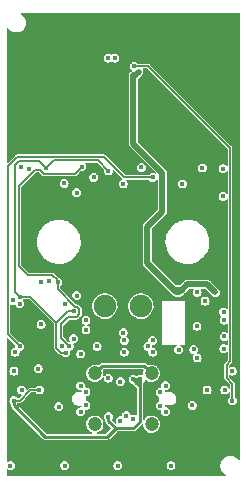
<source format=gbr>
%TF.GenerationSoftware,KiCad,Pcbnew,(6.0.4-0)*%
%TF.CreationDate,2022-12-11T03:25:17+01:00*%
%TF.ProjectId,Gigaset-Debug-Adapter,47696761-7365-4742-9d44-656275672d41,rev?*%
%TF.SameCoordinates,Original*%
%TF.FileFunction,Copper,L3,Inr*%
%TF.FilePolarity,Positive*%
%FSLAX46Y46*%
G04 Gerber Fmt 4.6, Leading zero omitted, Abs format (unit mm)*
G04 Created by KiCad (PCBNEW (6.0.4-0)) date 2022-12-11 03:25:17*
%MOMM*%
%LPD*%
G01*
G04 APERTURE LIST*
%TA.AperFunction,ComponentPad*%
%ADD10C,1.900000*%
%TD*%
%TA.AperFunction,ComponentPad*%
%ADD11C,1.200000*%
%TD*%
%TA.AperFunction,ViaPad*%
%ADD12C,0.450000*%
%TD*%
%TA.AperFunction,Conductor*%
%ADD13C,0.254000*%
%TD*%
%TA.AperFunction,Conductor*%
%ADD14C,0.127000*%
%TD*%
%TA.AperFunction,Conductor*%
%ADD15C,0.500000*%
%TD*%
G04 APERTURE END LIST*
D10*
%TO.N,/DECT_TX*%
%TO.C,TP2*%
X82542000Y-67599508D03*
%TD*%
%TO.N,/DECT_RX*%
%TO.C,TP1*%
X79494000Y-67599508D03*
%TD*%
D11*
%TO.N,Net-(C1-Pad2)*%
%TO.C,J1*%
X78650000Y-77589660D03*
X83450000Y-77589660D03*
X83450000Y-73289660D03*
X78650000Y-73289660D03*
%TD*%
D12*
%TO.N,GND*%
X86050000Y-57250000D03*
X79790000Y-46600000D03*
X77450000Y-76550000D03*
X87980000Y-67170000D03*
X71500000Y-81100000D03*
X89570000Y-71200001D03*
X78842000Y-71000000D03*
X76150000Y-67400000D03*
X84200000Y-76040000D03*
X87310000Y-66430000D03*
X90300000Y-73100000D03*
X72450000Y-74700000D03*
X74100000Y-69150000D03*
X84200000Y-74890000D03*
X75600000Y-76100000D03*
X76850000Y-70350000D03*
X77450000Y-71650000D03*
X77900000Y-76000000D03*
X80320000Y-46600000D03*
X86900000Y-76000000D03*
X85750000Y-71300000D03*
X77900000Y-74850000D03*
X85100000Y-81100000D03*
X76050000Y-57200000D03*
X84650000Y-74340000D03*
X74100000Y-65550000D03*
X84650000Y-76540000D03*
X77100000Y-66700000D03*
X77450000Y-74350000D03*
%TO.N,VBUS*%
X83142000Y-71000000D03*
X75500000Y-65550000D03*
X82500000Y-73800000D03*
X87030000Y-71270000D03*
X71800000Y-75600000D03*
X79800000Y-76950000D03*
X76500000Y-71000000D03*
X87310000Y-71990000D03*
X77550000Y-55800000D03*
X87300000Y-69300000D03*
X73950000Y-74700000D03*
X81900000Y-73800000D03*
%TO.N,Net-(J1-PadA5)*%
X89650000Y-74700000D03*
X79800000Y-73700000D03*
%TO.N,/3V_EN*%
X82600000Y-55850000D03*
X89550000Y-68100000D03*
X77100000Y-58000000D03*
%TO.N,Net-(J1-PadB5)*%
X88150000Y-74700000D03*
X81900000Y-77150000D03*
%TO.N,Net-(C10-Pad2)*%
X88860000Y-66440000D03*
X85810000Y-66420000D03*
X82370000Y-47740000D03*
X81910000Y-48050000D03*
%TO.N,+3V0*%
X81980000Y-47280000D03*
X90300000Y-75600000D03*
%TO.N,+3V3*%
X88800000Y-75600000D03*
X73300000Y-75600000D03*
X76500000Y-66550000D03*
X76800000Y-71600000D03*
X73800000Y-56500000D03*
%TO.N,+1V8*%
X79800000Y-56150000D03*
X76850000Y-68050000D03*
X74500000Y-55900000D03*
X89500000Y-58300000D03*
X72300000Y-66800000D03*
X81050000Y-57250000D03*
X76200000Y-71550000D03*
%TO.N,Net-(U1-Pad14)*%
X80600000Y-81100000D03*
X71750000Y-67100000D03*
%TO.N,Net-(U1-Pad13)*%
X76100000Y-81100000D03*
X72300000Y-67400000D03*
%TO.N,Net-(U1-Pad19)*%
X83550000Y-56700000D03*
X72300000Y-71000000D03*
%TO.N,Net-(U1-Pad23)*%
X78550000Y-56700000D03*
X89500000Y-55950000D03*
X75900000Y-71000000D03*
%TO.N,Net-(R2-Pad1)*%
X74800000Y-65450000D03*
X71800000Y-73100000D03*
%TO.N,/D+*%
X81300000Y-76879660D03*
X80800000Y-73989660D03*
X83542000Y-71500000D03*
X81142000Y-71500000D03*
X77900000Y-69600000D03*
%TO.N,/D-*%
X77900000Y-68800000D03*
X83542000Y-70500000D03*
X80800000Y-77300000D03*
X81142000Y-70500000D03*
%TO.N,Net-(Q3-Pad1)*%
X72400000Y-55850000D03*
X87750000Y-55900000D03*
%TO.N,Net-(Q3-Pad3)*%
X71900000Y-71500000D03*
X73100000Y-55950000D03*
%TO.N,/DECT_TX*%
X73850000Y-72900000D03*
X81050000Y-69850000D03*
%TO.N,Net-(R17-Pad2)*%
X89600000Y-70160000D03*
X89600000Y-68780000D03*
%TD*%
D13*
%TO.N,VBUS*%
X79700000Y-78650000D02*
X80400000Y-77950000D01*
D14*
X72196000Y-64196000D02*
X72950000Y-64950000D01*
D13*
X82225000Y-74075000D02*
X82175000Y-74075000D01*
D14*
X75050000Y-64950000D02*
X72950000Y-64950000D01*
D13*
X81900000Y-77950000D02*
X82450000Y-77400000D01*
D14*
X73567500Y-56082500D02*
X72196000Y-57454000D01*
D13*
X81900000Y-73850000D02*
X82450000Y-74400000D01*
X74450000Y-78650000D02*
X79700000Y-78650000D01*
X82450000Y-77400000D02*
X82450000Y-74400000D01*
D14*
X75500000Y-66140435D02*
X77009565Y-67650000D01*
D13*
X82450000Y-73850000D02*
X82500000Y-73800000D01*
D14*
X74032500Y-56082500D02*
X73567500Y-56082500D01*
X77100000Y-68550000D02*
X77125000Y-68525000D01*
D13*
X81900000Y-73800000D02*
X82500000Y-73800000D01*
X82450000Y-74200000D02*
X82300000Y-74200000D01*
D14*
X75800000Y-69150000D02*
X76400000Y-68550000D01*
X74350000Y-56400000D02*
X74032500Y-56082500D01*
D13*
X82175000Y-74075000D02*
X81900000Y-73800000D01*
X79800000Y-77350000D02*
X80400000Y-77950000D01*
D14*
X72196000Y-57454000D02*
X72196000Y-63346000D01*
X76500000Y-71000000D02*
X75800000Y-70300000D01*
D13*
X79800000Y-76950000D02*
X79800000Y-77350000D01*
X71800000Y-75600000D02*
X71800000Y-76000000D01*
D14*
X73200000Y-74700000D02*
X72300000Y-75600000D01*
X75800000Y-70300000D02*
X75800000Y-69150000D01*
D13*
X82300000Y-74200000D02*
X82175000Y-74075000D01*
X82500000Y-73800000D02*
X82225000Y-74075000D01*
X80400000Y-77950000D02*
X81900000Y-77950000D01*
D14*
X73950000Y-74700000D02*
X73200000Y-74700000D01*
X77350000Y-67850000D02*
X77350000Y-68300000D01*
X77150000Y-67650000D02*
X77350000Y-67850000D01*
X77125000Y-68525000D02*
X77350000Y-68300000D01*
D13*
X71800000Y-76000000D02*
X74450000Y-78650000D01*
D14*
X77550000Y-55800000D02*
X76950000Y-56400000D01*
X77009565Y-67650000D02*
X77150000Y-67650000D01*
D13*
X81900000Y-73800000D02*
X81900000Y-73850000D01*
D14*
X75500000Y-65550000D02*
X75500000Y-66140435D01*
X76400000Y-68550000D02*
X77100000Y-68550000D01*
X72196000Y-63346000D02*
X72196000Y-64196000D01*
D13*
X82450000Y-74400000D02*
X82450000Y-74200000D01*
D14*
X75500000Y-65550000D02*
X75500000Y-65400000D01*
X72300000Y-75600000D02*
X71800000Y-75600000D01*
D13*
X82450000Y-74200000D02*
X82450000Y-73850000D01*
D14*
X75500000Y-65400000D02*
X75050000Y-64950000D01*
X76950000Y-56400000D02*
X74350000Y-56400000D01*
D13*
%TO.N,Net-(C1-Pad2)*%
X79260340Y-72689660D02*
X78700000Y-73250000D01*
X82850000Y-72689660D02*
X79260340Y-72689660D01*
X78700000Y-73250000D02*
X78700000Y-73300000D01*
X83450000Y-73289660D02*
X82850000Y-72689660D01*
D15*
%TO.N,Net-(C10-Pad2)*%
X81910000Y-48050000D02*
X81910000Y-48700000D01*
X83070000Y-60890000D02*
X83070000Y-63940000D01*
X86480000Y-65750000D02*
X86010000Y-66220000D01*
X88860000Y-66440000D02*
X88170000Y-65750000D01*
X81910000Y-48204185D02*
X82372093Y-47742092D01*
X81910000Y-53850000D02*
X84360000Y-56300000D01*
X84360000Y-59600000D02*
X83070000Y-60890000D01*
X83070000Y-63940000D02*
X85360000Y-66230000D01*
X81910000Y-48700000D02*
X81910000Y-53850000D01*
X81910000Y-48700000D02*
X81910000Y-48204185D01*
X86010000Y-66220000D02*
X85370000Y-66220000D01*
X85550000Y-66420000D02*
X85810000Y-66420000D01*
X88170000Y-65750000D02*
X86480000Y-65750000D01*
X84360000Y-56300000D02*
X84360000Y-59600000D01*
X86010000Y-66220000D02*
X85810000Y-66420000D01*
X85370000Y-66220000D02*
X85360000Y-66230000D01*
X85360000Y-66230000D02*
X85550000Y-66420000D01*
D14*
%TO.N,+3V0*%
X89800000Y-73650000D02*
X89800000Y-72550000D01*
X90100000Y-72250000D02*
X90100000Y-54200000D01*
X81980000Y-47280000D02*
X83180000Y-47280000D01*
X83180000Y-47280000D02*
X90100000Y-54200000D01*
X89800000Y-72550000D02*
X90100000Y-72250000D01*
X90300000Y-75600000D02*
X90300000Y-74150000D01*
X90300000Y-74150000D02*
X89800000Y-73650000D01*
%TO.N,+3V3*%
X87400000Y-75600000D02*
X83850000Y-72050000D01*
X77825000Y-71225000D02*
X77775000Y-71175000D01*
X73800000Y-56500000D02*
X72600000Y-57700000D01*
X76800000Y-71600000D02*
X74600000Y-73800000D01*
X77350000Y-71050000D02*
X77225000Y-71175000D01*
X77825000Y-71225000D02*
X77650000Y-71050000D01*
X88800000Y-75600000D02*
X87400000Y-75600000D01*
X76300000Y-65700000D02*
X76300000Y-66350000D01*
X75150000Y-64550000D02*
X76300000Y-65700000D01*
X77475000Y-67575000D02*
X77650000Y-67750000D01*
X77650000Y-68400000D02*
X77350000Y-68700000D01*
X78650000Y-72050000D02*
X77825000Y-71225000D01*
X72600000Y-64050000D02*
X73100000Y-64550000D01*
X73900000Y-75600000D02*
X73300000Y-75600000D01*
X77475000Y-67575000D02*
X77200000Y-67300000D01*
X77109565Y-67300000D02*
X76500000Y-66690435D01*
X77225000Y-71175000D02*
X76800000Y-71600000D01*
X77350000Y-68700000D02*
X77350000Y-71050000D01*
X74600000Y-74900000D02*
X73900000Y-75600000D01*
X76300000Y-66350000D02*
X76500000Y-66550000D01*
X72600000Y-57700000D02*
X72600000Y-64050000D01*
X74600000Y-73800000D02*
X74600000Y-74900000D01*
X77200000Y-67300000D02*
X77109565Y-67300000D01*
X76500000Y-66690435D02*
X76500000Y-66550000D01*
X83850000Y-72050000D02*
X78650000Y-72050000D01*
X77650000Y-67750000D02*
X77650000Y-68400000D01*
X73100000Y-64550000D02*
X75150000Y-64550000D01*
X77650000Y-71050000D02*
X77350000Y-71050000D01*
%TO.N,+1V8*%
X75400000Y-71150000D02*
X75400000Y-69000000D01*
X78900000Y-55250000D02*
X79800000Y-56150000D01*
X73100000Y-66800000D02*
X73200000Y-66800000D01*
X73200000Y-66800000D02*
X75400000Y-69000000D01*
X75800000Y-71550000D02*
X75400000Y-71150000D01*
X74500000Y-55900000D02*
X73950000Y-55350000D01*
X76200000Y-71550000D02*
X75800000Y-71550000D01*
X72200000Y-55350000D02*
X71900000Y-55650000D01*
X73100000Y-66800000D02*
X72300000Y-66800000D01*
X79550000Y-55900000D02*
X79800000Y-56150000D01*
X71900000Y-55650000D02*
X71900000Y-66400000D01*
X76850000Y-68050000D02*
X76350000Y-68050000D01*
X71900000Y-66400000D02*
X72300000Y-66800000D01*
X74500000Y-55900000D02*
X75150000Y-55250000D01*
X75150000Y-55250000D02*
X78900000Y-55250000D01*
X75400000Y-69000000D02*
X76350000Y-68050000D01*
X73950000Y-55350000D02*
X72200000Y-55350000D01*
%TO.N,Net-(U1-Pad19)*%
X71300000Y-70000000D02*
X71300000Y-55700000D01*
X72300000Y-71000000D02*
X71300000Y-70000000D01*
X81150000Y-56700000D02*
X83550000Y-56700000D01*
X79400000Y-54950000D02*
X81150000Y-56700000D01*
X72050000Y-54950000D02*
X79400000Y-54950000D01*
X71300000Y-55700000D02*
X72050000Y-54950000D01*
%TD*%
%TA.AperFunction,Conductor*%
%TO.N,+3V3*%
G36*
X90881194Y-42768806D02*
G01*
X90899500Y-42813000D01*
X90899500Y-80588591D01*
X90881194Y-80632785D01*
X90837000Y-80651091D01*
X90792806Y-80632785D01*
X90789263Y-80628932D01*
X90732164Y-80561364D01*
X90676106Y-80495029D01*
X90597044Y-80434581D01*
X90535442Y-80387483D01*
X90532758Y-80385431D01*
X90369220Y-80309172D01*
X90365920Y-80308434D01*
X90365919Y-80308434D01*
X90195626Y-80270369D01*
X90195627Y-80270369D01*
X90193121Y-80269809D01*
X90189782Y-80269622D01*
X90188458Y-80269548D01*
X90188447Y-80269548D01*
X90187594Y-80269500D01*
X90054923Y-80269500D01*
X89954129Y-80280450D01*
X89923979Y-80283725D01*
X89923978Y-80283725D01*
X89920611Y-80284091D01*
X89917406Y-80285170D01*
X89917404Y-80285170D01*
X89841834Y-80310602D01*
X89749591Y-80341645D01*
X89594920Y-80434581D01*
X89463813Y-80558563D01*
X89362388Y-80707805D01*
X89295377Y-80875345D01*
X89265906Y-81053367D01*
X89266083Y-81056748D01*
X89266083Y-81056752D01*
X89268604Y-81104855D01*
X89275349Y-81233564D01*
X89323268Y-81407530D01*
X89324846Y-81410523D01*
X89324848Y-81410528D01*
X89361038Y-81479168D01*
X89407424Y-81567148D01*
X89523894Y-81704971D01*
X89526582Y-81707026D01*
X89526583Y-81707027D01*
X89605238Y-81767163D01*
X89667242Y-81814569D01*
X89690440Y-81825387D01*
X89701097Y-81830356D01*
X89733414Y-81865624D01*
X89731327Y-81913414D01*
X89696059Y-81945731D01*
X89674683Y-81949500D01*
X71243000Y-81949500D01*
X71198806Y-81931194D01*
X71180500Y-81887000D01*
X71180500Y-81458258D01*
X71198806Y-81414064D01*
X71243000Y-81395758D01*
X71277089Y-81406835D01*
X71277131Y-81406753D01*
X71277650Y-81407018D01*
X71277653Y-81407019D01*
X71281512Y-81408985D01*
X71281513Y-81408986D01*
X71378446Y-81458376D01*
X71378447Y-81458376D01*
X71382831Y-81460610D01*
X71387688Y-81461379D01*
X71387690Y-81461380D01*
X71495145Y-81478399D01*
X71500000Y-81479168D01*
X71504855Y-81478399D01*
X71612310Y-81461380D01*
X71612312Y-81461379D01*
X71617169Y-81460610D01*
X71621553Y-81458376D01*
X71621554Y-81458376D01*
X71715460Y-81410528D01*
X71722869Y-81406753D01*
X71806753Y-81322869D01*
X71850596Y-81236823D01*
X71858376Y-81221554D01*
X71858376Y-81221553D01*
X71860610Y-81217169D01*
X71879168Y-81100000D01*
X75720832Y-81100000D01*
X75739390Y-81217169D01*
X75741624Y-81221553D01*
X75741624Y-81221554D01*
X75749404Y-81236823D01*
X75793247Y-81322869D01*
X75877131Y-81406753D01*
X75884540Y-81410528D01*
X75978446Y-81458376D01*
X75978447Y-81458376D01*
X75982831Y-81460610D01*
X75987688Y-81461379D01*
X75987690Y-81461380D01*
X76095145Y-81478399D01*
X76100000Y-81479168D01*
X76104855Y-81478399D01*
X76212310Y-81461380D01*
X76212312Y-81461379D01*
X76217169Y-81460610D01*
X76221553Y-81458376D01*
X76221554Y-81458376D01*
X76315460Y-81410528D01*
X76322869Y-81406753D01*
X76406753Y-81322869D01*
X76450596Y-81236823D01*
X76458376Y-81221554D01*
X76458376Y-81221553D01*
X76460610Y-81217169D01*
X76479168Y-81100000D01*
X80220832Y-81100000D01*
X80239390Y-81217169D01*
X80241624Y-81221553D01*
X80241624Y-81221554D01*
X80249404Y-81236823D01*
X80293247Y-81322869D01*
X80377131Y-81406753D01*
X80384540Y-81410528D01*
X80478446Y-81458376D01*
X80478447Y-81458376D01*
X80482831Y-81460610D01*
X80487688Y-81461379D01*
X80487690Y-81461380D01*
X80595145Y-81478399D01*
X80600000Y-81479168D01*
X80604855Y-81478399D01*
X80712310Y-81461380D01*
X80712312Y-81461379D01*
X80717169Y-81460610D01*
X80721553Y-81458376D01*
X80721554Y-81458376D01*
X80815460Y-81410528D01*
X80822869Y-81406753D01*
X80906753Y-81322869D01*
X80950596Y-81236823D01*
X80958376Y-81221554D01*
X80958376Y-81221553D01*
X80960610Y-81217169D01*
X80979168Y-81100000D01*
X84720832Y-81100000D01*
X84739390Y-81217169D01*
X84741624Y-81221553D01*
X84741624Y-81221554D01*
X84749404Y-81236823D01*
X84793247Y-81322869D01*
X84877131Y-81406753D01*
X84884540Y-81410528D01*
X84978446Y-81458376D01*
X84978447Y-81458376D01*
X84982831Y-81460610D01*
X84987688Y-81461379D01*
X84987690Y-81461380D01*
X85095145Y-81478399D01*
X85100000Y-81479168D01*
X85104855Y-81478399D01*
X85212310Y-81461380D01*
X85212312Y-81461379D01*
X85217169Y-81460610D01*
X85221553Y-81458376D01*
X85221554Y-81458376D01*
X85315460Y-81410528D01*
X85322869Y-81406753D01*
X85406753Y-81322869D01*
X85450596Y-81236823D01*
X85458376Y-81221554D01*
X85458376Y-81221553D01*
X85460610Y-81217169D01*
X85479168Y-81100000D01*
X85460610Y-80982831D01*
X85406753Y-80877131D01*
X85322869Y-80793247D01*
X85271754Y-80767203D01*
X85221554Y-80741624D01*
X85221553Y-80741624D01*
X85217169Y-80739390D01*
X85212312Y-80738621D01*
X85212310Y-80738620D01*
X85104855Y-80721601D01*
X85100000Y-80720832D01*
X85095145Y-80721601D01*
X84987690Y-80738620D01*
X84987688Y-80738621D01*
X84982831Y-80739390D01*
X84978447Y-80741624D01*
X84978446Y-80741624D01*
X84928246Y-80767203D01*
X84877131Y-80793247D01*
X84793247Y-80877131D01*
X84739390Y-80982831D01*
X84720832Y-81100000D01*
X80979168Y-81100000D01*
X80960610Y-80982831D01*
X80906753Y-80877131D01*
X80822869Y-80793247D01*
X80771754Y-80767203D01*
X80721554Y-80741624D01*
X80721553Y-80741624D01*
X80717169Y-80739390D01*
X80712312Y-80738621D01*
X80712310Y-80738620D01*
X80604855Y-80721601D01*
X80600000Y-80720832D01*
X80595145Y-80721601D01*
X80487690Y-80738620D01*
X80487688Y-80738621D01*
X80482831Y-80739390D01*
X80478447Y-80741624D01*
X80478446Y-80741624D01*
X80428246Y-80767203D01*
X80377131Y-80793247D01*
X80293247Y-80877131D01*
X80239390Y-80982831D01*
X80220832Y-81100000D01*
X76479168Y-81100000D01*
X76460610Y-80982831D01*
X76406753Y-80877131D01*
X76322869Y-80793247D01*
X76271754Y-80767203D01*
X76221554Y-80741624D01*
X76221553Y-80741624D01*
X76217169Y-80739390D01*
X76212312Y-80738621D01*
X76212310Y-80738620D01*
X76104855Y-80721601D01*
X76100000Y-80720832D01*
X76095145Y-80721601D01*
X75987690Y-80738620D01*
X75987688Y-80738621D01*
X75982831Y-80739390D01*
X75978447Y-80741624D01*
X75978446Y-80741624D01*
X75928246Y-80767203D01*
X75877131Y-80793247D01*
X75793247Y-80877131D01*
X75739390Y-80982831D01*
X75720832Y-81100000D01*
X71879168Y-81100000D01*
X71860610Y-80982831D01*
X71806753Y-80877131D01*
X71722869Y-80793247D01*
X71671754Y-80767203D01*
X71621554Y-80741624D01*
X71621553Y-80741624D01*
X71617169Y-80739390D01*
X71612312Y-80738621D01*
X71612310Y-80738620D01*
X71504855Y-80721601D01*
X71500000Y-80720832D01*
X71495145Y-80721601D01*
X71387690Y-80738620D01*
X71387688Y-80738621D01*
X71382831Y-80739390D01*
X71378447Y-80741624D01*
X71378446Y-80741624D01*
X71281513Y-80791014D01*
X71278309Y-80792647D01*
X71278308Y-80792647D01*
X71277131Y-80793247D01*
X71276987Y-80792965D01*
X71233225Y-80803473D01*
X71192438Y-80778480D01*
X71180500Y-80741742D01*
X71180500Y-75600000D01*
X71420832Y-75600000D01*
X71421601Y-75604855D01*
X71438316Y-75710385D01*
X71439390Y-75717169D01*
X71493247Y-75822869D01*
X71527194Y-75856816D01*
X71545500Y-75901010D01*
X71545500Y-75968778D01*
X71544299Y-75980971D01*
X71540514Y-76000000D01*
X71560266Y-76099301D01*
X71602316Y-76162234D01*
X71602319Y-76162237D01*
X71616516Y-76183484D01*
X71621633Y-76186903D01*
X71621634Y-76186904D01*
X71632647Y-76194263D01*
X71642117Y-76202035D01*
X74247965Y-78807883D01*
X74255737Y-78817353D01*
X74266516Y-78833484D01*
X74271633Y-78836903D01*
X74287761Y-78847680D01*
X74287764Y-78847682D01*
X74287766Y-78847684D01*
X74350699Y-78889734D01*
X74450000Y-78909486D01*
X74469029Y-78905701D01*
X74481222Y-78904500D01*
X79668778Y-78904500D01*
X79680971Y-78905701D01*
X79700000Y-78909486D01*
X79799301Y-78889734D01*
X79862234Y-78847684D01*
X79862236Y-78847682D01*
X79862239Y-78847680D01*
X79878367Y-78836903D01*
X79883484Y-78833484D01*
X79894263Y-78817353D01*
X79902035Y-78807883D01*
X80487111Y-78222806D01*
X80531305Y-78204500D01*
X81868778Y-78204500D01*
X81880971Y-78205701D01*
X81900000Y-78209486D01*
X81999301Y-78189734D01*
X82062234Y-78147684D01*
X82062236Y-78147682D01*
X82062239Y-78147680D01*
X82078367Y-78136903D01*
X82083484Y-78133484D01*
X82094263Y-78117353D01*
X82102035Y-78107883D01*
X82607880Y-77602037D01*
X82617351Y-77594264D01*
X82626401Y-77588217D01*
X82673317Y-77578885D01*
X82713091Y-77605461D01*
X82723326Y-77634085D01*
X82727747Y-77679168D01*
X82733895Y-77741873D01*
X82734997Y-77745185D01*
X82734997Y-77745186D01*
X82744913Y-77774993D01*
X82785413Y-77896742D01*
X82787223Y-77899731D01*
X82787225Y-77899735D01*
X82803866Y-77927212D01*
X82869962Y-78036349D01*
X82983340Y-78153755D01*
X83119911Y-78243125D01*
X83272888Y-78300016D01*
X83276343Y-78300477D01*
X83276347Y-78300478D01*
X83366518Y-78312509D01*
X83434668Y-78321602D01*
X83438141Y-78321286D01*
X83438144Y-78321286D01*
X83515939Y-78314206D01*
X83597210Y-78306810D01*
X83752435Y-78256374D01*
X83831091Y-78209486D01*
X83889627Y-78174592D01*
X83889630Y-78174590D01*
X83892629Y-78172802D01*
X83956228Y-78112237D01*
X84008294Y-78062656D01*
X84008297Y-78062653D01*
X84010823Y-78060247D01*
X84101144Y-77924303D01*
X84159103Y-77771727D01*
X84181818Y-77610102D01*
X84182103Y-77589660D01*
X84181410Y-77583484D01*
X84164300Y-77430937D01*
X84164299Y-77430933D01*
X84163910Y-77427464D01*
X84110234Y-77273329D01*
X84023744Y-77134916D01*
X83908739Y-77019104D01*
X83864476Y-76991014D01*
X83773879Y-76933519D01*
X83773875Y-76933517D01*
X83770933Y-76931650D01*
X83617176Y-76876900D01*
X83540720Y-76867783D01*
X83458578Y-76857988D01*
X83458574Y-76857988D01*
X83455111Y-76857575D01*
X83362278Y-76867332D01*
X83296262Y-76874270D01*
X83296259Y-76874271D01*
X83292792Y-76874635D01*
X83289491Y-76875759D01*
X83289490Y-76875759D01*
X83282693Y-76878073D01*
X83138286Y-76927233D01*
X82999272Y-77012755D01*
X82996780Y-77015196D01*
X82996778Y-77015197D01*
X82990254Y-77021586D01*
X82882661Y-77126949D01*
X82819534Y-77224904D01*
X82780208Y-77252133D01*
X82733143Y-77243581D01*
X82705912Y-77204253D01*
X82704500Y-77191045D01*
X82704500Y-76040000D01*
X83820832Y-76040000D01*
X83821601Y-76044855D01*
X83838385Y-76150823D01*
X83839390Y-76157169D01*
X83841624Y-76161553D01*
X83841624Y-76161554D01*
X83850191Y-76178367D01*
X83893247Y-76262869D01*
X83977131Y-76346753D01*
X84004327Y-76360610D01*
X84078446Y-76398376D01*
X84078447Y-76398376D01*
X84082831Y-76400610D01*
X84087688Y-76401379D01*
X84087690Y-76401380D01*
X84195143Y-76418399D01*
X84195145Y-76418399D01*
X84200000Y-76419168D01*
X84207323Y-76418008D01*
X84208947Y-76418398D01*
X84209774Y-76418398D01*
X84209774Y-76418597D01*
X84253836Y-76429177D01*
X84278828Y-76469965D01*
X84278827Y-76489516D01*
X84271601Y-76535138D01*
X84271601Y-76535145D01*
X84270832Y-76540000D01*
X84271601Y-76544855D01*
X84287736Y-76646725D01*
X84289390Y-76657169D01*
X84291624Y-76661553D01*
X84291624Y-76661554D01*
X84317203Y-76711754D01*
X84343247Y-76762869D01*
X84427131Y-76846753D01*
X84449087Y-76857940D01*
X84528446Y-76898376D01*
X84528447Y-76898376D01*
X84532831Y-76900610D01*
X84537688Y-76901379D01*
X84537690Y-76901380D01*
X84629228Y-76915878D01*
X84639785Y-76917550D01*
X84645145Y-76918399D01*
X84650000Y-76919168D01*
X84654855Y-76918399D01*
X84660216Y-76917550D01*
X84670772Y-76915878D01*
X84762310Y-76901380D01*
X84762312Y-76901379D01*
X84767169Y-76900610D01*
X84771553Y-76898376D01*
X84771554Y-76898376D01*
X84850913Y-76857940D01*
X84872869Y-76846753D01*
X84956753Y-76762869D01*
X84982797Y-76711754D01*
X85008376Y-76661554D01*
X85008376Y-76661553D01*
X85010610Y-76657169D01*
X85012265Y-76646725D01*
X85028399Y-76544855D01*
X85029168Y-76540000D01*
X85023032Y-76501261D01*
X85011380Y-76427690D01*
X85011379Y-76427688D01*
X85010610Y-76422831D01*
X85008352Y-76418398D01*
X84970074Y-76343275D01*
X84956753Y-76317131D01*
X84872869Y-76233247D01*
X84775204Y-76183484D01*
X84771554Y-76181624D01*
X84771553Y-76181624D01*
X84767169Y-76179390D01*
X84762312Y-76178621D01*
X84762310Y-76178620D01*
X84654857Y-76161601D01*
X84654855Y-76161601D01*
X84650000Y-76160832D01*
X84642677Y-76161992D01*
X84641053Y-76161602D01*
X84640226Y-76161602D01*
X84640226Y-76161403D01*
X84596164Y-76150823D01*
X84571172Y-76110035D01*
X84571173Y-76090484D01*
X84579169Y-76040000D01*
X84581035Y-76040296D01*
X84596705Y-76002466D01*
X84602658Y-76000000D01*
X86520832Y-76000000D01*
X86521601Y-76004855D01*
X86537440Y-76104855D01*
X86539390Y-76117169D01*
X86541624Y-76121553D01*
X86541624Y-76121554D01*
X86562340Y-76162211D01*
X86593247Y-76222869D01*
X86677131Y-76306753D01*
X86710299Y-76323653D01*
X86778446Y-76358376D01*
X86778447Y-76358376D01*
X86782831Y-76360610D01*
X86787688Y-76361379D01*
X86787690Y-76361380D01*
X86895145Y-76378399D01*
X86900000Y-76379168D01*
X86904855Y-76378399D01*
X87012310Y-76361380D01*
X87012312Y-76361379D01*
X87017169Y-76360610D01*
X87021553Y-76358376D01*
X87021554Y-76358376D01*
X87089701Y-76323653D01*
X87122869Y-76306753D01*
X87206753Y-76222869D01*
X87237660Y-76162211D01*
X87258376Y-76121554D01*
X87258376Y-76121553D01*
X87260610Y-76117169D01*
X87262561Y-76104855D01*
X87278399Y-76004855D01*
X87279168Y-76000000D01*
X87275921Y-75979502D01*
X87261380Y-75887690D01*
X87261379Y-75887688D01*
X87260610Y-75882831D01*
X87247210Y-75856531D01*
X87224740Y-75812432D01*
X87206753Y-75777131D01*
X87122869Y-75693247D01*
X87071754Y-75667203D01*
X87021554Y-75641624D01*
X87021553Y-75641624D01*
X87017169Y-75639390D01*
X87012312Y-75638621D01*
X87012310Y-75638620D01*
X86904855Y-75621601D01*
X86900000Y-75620832D01*
X86895145Y-75621601D01*
X86787690Y-75638620D01*
X86787688Y-75638621D01*
X86782831Y-75639390D01*
X86778447Y-75641624D01*
X86778446Y-75641624D01*
X86728246Y-75667203D01*
X86677131Y-75693247D01*
X86593247Y-75777131D01*
X86575260Y-75812432D01*
X86552791Y-75856531D01*
X86539390Y-75882831D01*
X86538621Y-75887688D01*
X86538620Y-75887690D01*
X86524079Y-75979502D01*
X86520832Y-76000000D01*
X84602658Y-76000000D01*
X84640899Y-75984160D01*
X85047369Y-75984160D01*
X85157803Y-75969032D01*
X85217422Y-75943232D01*
X85290806Y-75911477D01*
X85290809Y-75911475D01*
X85294717Y-75909784D01*
X85360128Y-75856816D01*
X85407347Y-75818579D01*
X85407348Y-75818578D01*
X85410655Y-75815900D01*
X85427804Y-75791770D01*
X85494606Y-75697769D01*
X85494606Y-75697768D01*
X85497074Y-75694296D01*
X85503400Y-75676727D01*
X85546166Y-75557939D01*
X85547609Y-75553932D01*
X85553778Y-75469919D01*
X85558222Y-75409401D01*
X85558222Y-75409399D01*
X85558534Y-75405149D01*
X85535971Y-75293247D01*
X85529889Y-75263083D01*
X85529888Y-75263080D01*
X85529047Y-75258909D01*
X85461319Y-75125985D01*
X85399192Y-75058422D01*
X85363224Y-75019307D01*
X85363223Y-75019306D01*
X85360340Y-75016171D01*
X85348752Y-75008986D01*
X85237175Y-74939805D01*
X85237172Y-74939803D01*
X85233550Y-74937558D01*
X85228752Y-74936164D01*
X85093437Y-74896851D01*
X85093434Y-74896851D01*
X85090290Y-74895937D01*
X85087024Y-74895697D01*
X85087023Y-74895697D01*
X85080857Y-74895244D01*
X85080849Y-74895244D01*
X85079709Y-74895160D01*
X84633366Y-74895160D01*
X84589172Y-74876854D01*
X84571636Y-74842438D01*
X84563050Y-74788231D01*
X84574216Y-74741717D01*
X84615002Y-74716723D01*
X84634557Y-74716723D01*
X84645139Y-74718399D01*
X84645145Y-74718399D01*
X84650000Y-74719168D01*
X84654855Y-74718399D01*
X84762310Y-74701380D01*
X84762312Y-74701379D01*
X84767169Y-74700610D01*
X84768366Y-74700000D01*
X87770832Y-74700000D01*
X87771601Y-74704855D01*
X87784807Y-74788231D01*
X87789390Y-74817169D01*
X87791624Y-74821553D01*
X87791624Y-74821554D01*
X87813805Y-74865086D01*
X87843247Y-74922869D01*
X87927131Y-75006753D01*
X87964980Y-75026038D01*
X88028446Y-75058376D01*
X88028447Y-75058376D01*
X88032831Y-75060610D01*
X88037688Y-75061379D01*
X88037690Y-75061380D01*
X88145145Y-75078399D01*
X88150000Y-75079168D01*
X88154855Y-75078399D01*
X88262310Y-75061380D01*
X88262312Y-75061379D01*
X88267169Y-75060610D01*
X88271553Y-75058376D01*
X88271554Y-75058376D01*
X88335020Y-75026038D01*
X88372869Y-75006753D01*
X88456753Y-74922869D01*
X88486195Y-74865086D01*
X88508376Y-74821554D01*
X88508376Y-74821553D01*
X88510610Y-74817169D01*
X88515194Y-74788231D01*
X88528399Y-74704855D01*
X88529168Y-74700000D01*
X88522318Y-74656753D01*
X88511380Y-74587690D01*
X88511379Y-74587688D01*
X88510610Y-74582831D01*
X88456753Y-74477131D01*
X88372869Y-74393247D01*
X88321754Y-74367203D01*
X88271554Y-74341624D01*
X88271553Y-74341624D01*
X88267169Y-74339390D01*
X88262312Y-74338621D01*
X88262310Y-74338620D01*
X88154855Y-74321601D01*
X88150000Y-74320832D01*
X88145145Y-74321601D01*
X88037690Y-74338620D01*
X88037688Y-74338621D01*
X88032831Y-74339390D01*
X88028447Y-74341624D01*
X88028446Y-74341624D01*
X87978246Y-74367203D01*
X87927131Y-74393247D01*
X87843247Y-74477131D01*
X87789390Y-74582831D01*
X87788621Y-74587688D01*
X87788620Y-74587690D01*
X87777682Y-74656753D01*
X87770832Y-74700000D01*
X84768366Y-74700000D01*
X84771553Y-74698376D01*
X84771554Y-74698376D01*
X84853243Y-74656753D01*
X84872869Y-74646753D01*
X84956753Y-74562869D01*
X85002211Y-74473653D01*
X85008376Y-74461554D01*
X85008376Y-74461553D01*
X85010610Y-74457169D01*
X85014721Y-74431217D01*
X85028399Y-74344855D01*
X85029168Y-74340000D01*
X85022618Y-74298646D01*
X85011380Y-74227690D01*
X85011379Y-74227688D01*
X85010610Y-74222831D01*
X85004485Y-74210809D01*
X84968075Y-74139352D01*
X84956753Y-74117131D01*
X84872869Y-74033247D01*
X84812321Y-74002396D01*
X84771554Y-73981624D01*
X84771553Y-73981624D01*
X84767169Y-73979390D01*
X84762312Y-73978621D01*
X84762310Y-73978620D01*
X84654855Y-73961601D01*
X84650000Y-73960832D01*
X84645145Y-73961601D01*
X84537690Y-73978620D01*
X84537688Y-73978621D01*
X84532831Y-73979390D01*
X84528447Y-73981624D01*
X84528446Y-73981624D01*
X84487679Y-74002396D01*
X84427131Y-74033247D01*
X84343247Y-74117131D01*
X84331925Y-74139352D01*
X84295516Y-74210809D01*
X84289390Y-74222831D01*
X84288621Y-74227688D01*
X84288620Y-74227690D01*
X84277382Y-74298646D01*
X84270832Y-74340000D01*
X84271601Y-74344855D01*
X84286951Y-74441770D01*
X84275784Y-74488283D01*
X84234997Y-74513278D01*
X84215443Y-74513277D01*
X84204861Y-74511601D01*
X84204855Y-74511601D01*
X84200000Y-74510832D01*
X84195145Y-74511601D01*
X84087690Y-74528620D01*
X84087688Y-74528621D01*
X84082831Y-74529390D01*
X84078447Y-74531624D01*
X84078446Y-74531624D01*
X84038272Y-74552094D01*
X83977131Y-74583247D01*
X83893247Y-74667131D01*
X83891014Y-74671514D01*
X83862229Y-74728008D01*
X83839390Y-74772831D01*
X83838621Y-74777688D01*
X83838620Y-74777690D01*
X83831687Y-74821463D01*
X83820832Y-74890000D01*
X83821601Y-74894855D01*
X83833055Y-74967169D01*
X83839390Y-75007169D01*
X83841624Y-75011553D01*
X83841624Y-75011554D01*
X83847349Y-75022789D01*
X83893247Y-75112869D01*
X83977131Y-75196753D01*
X83981510Y-75198984D01*
X83981511Y-75198985D01*
X84030763Y-75224080D01*
X84061829Y-75260455D01*
X84061193Y-75300939D01*
X84052391Y-75325388D01*
X84052079Y-75329635D01*
X84052079Y-75329636D01*
X84044299Y-75435596D01*
X84041466Y-75474171D01*
X84044192Y-75487690D01*
X84066846Y-75600040D01*
X84070953Y-75620411D01*
X84072771Y-75623978D01*
X84070024Y-75671641D01*
X84042127Y-75700130D01*
X83977131Y-75733247D01*
X83893247Y-75817131D01*
X83874827Y-75853282D01*
X83853784Y-75894582D01*
X83839390Y-75922831D01*
X83838621Y-75927688D01*
X83838620Y-75927690D01*
X83832072Y-75969032D01*
X83820832Y-76040000D01*
X82704500Y-76040000D01*
X82704500Y-74431217D01*
X82705701Y-74419025D01*
X82708284Y-74406038D01*
X82709485Y-74400000D01*
X82705701Y-74380975D01*
X82704500Y-74368783D01*
X82704500Y-74231222D01*
X82705701Y-74219029D01*
X82708285Y-74206038D01*
X82709486Y-74200000D01*
X82705701Y-74180971D01*
X82704500Y-74168778D01*
X82704500Y-74150993D01*
X82722806Y-74106799D01*
X82722846Y-74106765D01*
X82722869Y-74106753D01*
X82806753Y-74022869D01*
X82860610Y-73917169D01*
X82861380Y-73912309D01*
X82861381Y-73912305D01*
X82866923Y-73877319D01*
X82891917Y-73836533D01*
X82938431Y-73825367D01*
X82973612Y-73843682D01*
X82983340Y-73853755D01*
X82986259Y-73855665D01*
X82986260Y-73855666D01*
X83008762Y-73870391D01*
X83119911Y-73943125D01*
X83272888Y-74000016D01*
X83276343Y-74000477D01*
X83276347Y-74000478D01*
X83366518Y-74012509D01*
X83434668Y-74021602D01*
X83438141Y-74021286D01*
X83438144Y-74021286D01*
X83515939Y-74014206D01*
X83597210Y-74006810D01*
X83752435Y-73956374D01*
X83885052Y-73877319D01*
X83889627Y-73874592D01*
X83889630Y-73874590D01*
X83892629Y-73872802D01*
X83965814Y-73803109D01*
X84008294Y-73762656D01*
X84008297Y-73762653D01*
X84010823Y-73760247D01*
X84101144Y-73624303D01*
X84159103Y-73471727D01*
X84180640Y-73318486D01*
X84181545Y-73312045D01*
X84181545Y-73312044D01*
X84181818Y-73310102D01*
X84182103Y-73289660D01*
X84181884Y-73287707D01*
X84164300Y-73130937D01*
X84164299Y-73130933D01*
X84163910Y-73127464D01*
X84110234Y-72973329D01*
X84023744Y-72834916D01*
X83908739Y-72719104D01*
X83883287Y-72702952D01*
X83773879Y-72633519D01*
X83773875Y-72633517D01*
X83770933Y-72631650D01*
X83617176Y-72576900D01*
X83540720Y-72567783D01*
X83458578Y-72557988D01*
X83458574Y-72557988D01*
X83455111Y-72557575D01*
X83323882Y-72571367D01*
X83296264Y-72574270D01*
X83296263Y-72574270D01*
X83292792Y-72574635D01*
X83289488Y-72575760D01*
X83289487Y-72575760D01*
X83181979Y-72612358D01*
X83134244Y-72609270D01*
X83117644Y-72597386D01*
X83052035Y-72531777D01*
X83044263Y-72522307D01*
X83036904Y-72511294D01*
X83036903Y-72511293D01*
X83033484Y-72506176D01*
X83024119Y-72499918D01*
X83012239Y-72491980D01*
X83012236Y-72491978D01*
X83012234Y-72491976D01*
X82949301Y-72449926D01*
X82850000Y-72430174D01*
X82843962Y-72431375D01*
X82830971Y-72433959D01*
X82818778Y-72435160D01*
X79291557Y-72435160D01*
X79279365Y-72433959D01*
X79266378Y-72431376D01*
X79260340Y-72430175D01*
X79254302Y-72431376D01*
X79235282Y-72435159D01*
X79235274Y-72435160D01*
X79235271Y-72435160D01*
X79235266Y-72435161D01*
X79167075Y-72448725D01*
X79167073Y-72448726D01*
X79161039Y-72449926D01*
X79155925Y-72453343D01*
X79155923Y-72453344D01*
X79098108Y-72491976D01*
X79081973Y-72502757D01*
X79076856Y-72506176D01*
X79073437Y-72511293D01*
X79073436Y-72511294D01*
X79066075Y-72522310D01*
X79058303Y-72531780D01*
X78989654Y-72600429D01*
X78945460Y-72618735D01*
X78924494Y-72615114D01*
X78872851Y-72596725D01*
X78817176Y-72576900D01*
X78740720Y-72567783D01*
X78658578Y-72557988D01*
X78658574Y-72557988D01*
X78655111Y-72557575D01*
X78562278Y-72567332D01*
X78496262Y-72574270D01*
X78496259Y-72574271D01*
X78492792Y-72574635D01*
X78489491Y-72575759D01*
X78489490Y-72575759D01*
X78482693Y-72578073D01*
X78338286Y-72627233D01*
X78199272Y-72712755D01*
X78196780Y-72715196D01*
X78196778Y-72715197D01*
X78172073Y-72739390D01*
X78082661Y-72826949D01*
X78080771Y-72829882D01*
X78080770Y-72829883D01*
X78075616Y-72837880D01*
X77994247Y-72964141D01*
X77938424Y-73117512D01*
X77937308Y-73126347D01*
X77920347Y-73260610D01*
X77917968Y-73279438D01*
X77918309Y-73282915D01*
X77933125Y-73434018D01*
X77933895Y-73441873D01*
X77934997Y-73445185D01*
X77934997Y-73445186D01*
X77983746Y-73591730D01*
X77985413Y-73596742D01*
X77987223Y-73599731D01*
X77987225Y-73599735D01*
X78028586Y-73668029D01*
X78069962Y-73736349D01*
X78183340Y-73853755D01*
X78186259Y-73855665D01*
X78186260Y-73855666D01*
X78208762Y-73870391D01*
X78319911Y-73943125D01*
X78472888Y-74000016D01*
X78476343Y-74000477D01*
X78476347Y-74000478D01*
X78566518Y-74012509D01*
X78634668Y-74021602D01*
X78638141Y-74021286D01*
X78638144Y-74021286D01*
X78715939Y-74014206D01*
X78797210Y-74006810D01*
X78952435Y-73956374D01*
X79085052Y-73877319D01*
X79089627Y-73874592D01*
X79089630Y-73874590D01*
X79092629Y-73872802D01*
X79165814Y-73803109D01*
X79208294Y-73762656D01*
X79208297Y-73762653D01*
X79210823Y-73760247D01*
X79301144Y-73624303D01*
X79312216Y-73595156D01*
X79345023Y-73560342D01*
X79392837Y-73558923D01*
X79427651Y-73591730D01*
X79432374Y-73627127D01*
X79431716Y-73631284D01*
X79420832Y-73700000D01*
X79421601Y-73704855D01*
X79437440Y-73804855D01*
X79439390Y-73817169D01*
X79441624Y-73821553D01*
X79441624Y-73821554D01*
X79459005Y-73855666D01*
X79493247Y-73922869D01*
X79577131Y-74006753D01*
X79613092Y-74025076D01*
X79678446Y-74058376D01*
X79678447Y-74058376D01*
X79682831Y-74060610D01*
X79687688Y-74061379D01*
X79687690Y-74061380D01*
X79795145Y-74078399D01*
X79800000Y-74079168D01*
X79804855Y-74078399D01*
X79912310Y-74061380D01*
X79912312Y-74061379D01*
X79917169Y-74060610D01*
X79921553Y-74058376D01*
X79921554Y-74058376D01*
X79986908Y-74025076D01*
X80022869Y-74006753D01*
X80039962Y-73989660D01*
X80420832Y-73989660D01*
X80422472Y-74000016D01*
X80434511Y-74076023D01*
X80439390Y-74106829D01*
X80441624Y-74111213D01*
X80441624Y-74111214D01*
X80454193Y-74135881D01*
X80493247Y-74212529D01*
X80577131Y-74296413D01*
X80625056Y-74320832D01*
X80678446Y-74348036D01*
X80678447Y-74348036D01*
X80682831Y-74350270D01*
X80687688Y-74351039D01*
X80687690Y-74351040D01*
X80795145Y-74368059D01*
X80800000Y-74368828D01*
X80804855Y-74368059D01*
X80912310Y-74351040D01*
X80912312Y-74351039D01*
X80917169Y-74350270D01*
X80921553Y-74348036D01*
X80921554Y-74348036D01*
X80974944Y-74320832D01*
X81022869Y-74296413D01*
X81106753Y-74212529D01*
X81145807Y-74135881D01*
X81158376Y-74111214D01*
X81158376Y-74111213D01*
X81160610Y-74106829D01*
X81165490Y-74076023D01*
X81177528Y-74000016D01*
X81179168Y-73989660D01*
X81173896Y-73956374D01*
X81161380Y-73877350D01*
X81161379Y-73877348D01*
X81160610Y-73872491D01*
X81142289Y-73836533D01*
X81110897Y-73774924D01*
X81106753Y-73766791D01*
X81022869Y-73682907D01*
X80971754Y-73656863D01*
X80921554Y-73631284D01*
X80921553Y-73631284D01*
X80917169Y-73629050D01*
X80912312Y-73628281D01*
X80912310Y-73628280D01*
X80804855Y-73611261D01*
X80800000Y-73610492D01*
X80795145Y-73611261D01*
X80687690Y-73628280D01*
X80687688Y-73628281D01*
X80682831Y-73629050D01*
X80678447Y-73631284D01*
X80678446Y-73631284D01*
X80628246Y-73656863D01*
X80577131Y-73682907D01*
X80493247Y-73766791D01*
X80489103Y-73774924D01*
X80457712Y-73836533D01*
X80439390Y-73872491D01*
X80438621Y-73877348D01*
X80438620Y-73877350D01*
X80426104Y-73956374D01*
X80420832Y-73989660D01*
X80039962Y-73989660D01*
X80106753Y-73922869D01*
X80140995Y-73855666D01*
X80158376Y-73821554D01*
X80158376Y-73821553D01*
X80160610Y-73817169D01*
X80162561Y-73804855D01*
X80178399Y-73704855D01*
X80179168Y-73700000D01*
X80168844Y-73634816D01*
X80161380Y-73587690D01*
X80161379Y-73587688D01*
X80160610Y-73582831D01*
X80106753Y-73477131D01*
X80022869Y-73393247D01*
X79971754Y-73367203D01*
X79921554Y-73341624D01*
X79921553Y-73341624D01*
X79917169Y-73339390D01*
X79912312Y-73338621D01*
X79912310Y-73338620D01*
X79804855Y-73321601D01*
X79800000Y-73320832D01*
X79795145Y-73321601D01*
X79687690Y-73338620D01*
X79687688Y-73338621D01*
X79682831Y-73339390D01*
X79678447Y-73341624D01*
X79678446Y-73341624D01*
X79628246Y-73367203D01*
X79577131Y-73393247D01*
X79493247Y-73477131D01*
X79480865Y-73501432D01*
X79476248Y-73510494D01*
X79439873Y-73541560D01*
X79392185Y-73537807D01*
X79361119Y-73501432D01*
X79360191Y-73471880D01*
X79359103Y-73471727D01*
X79381545Y-73312045D01*
X79381545Y-73312044D01*
X79381818Y-73310102D01*
X79382103Y-73289660D01*
X79381884Y-73287707D01*
X79364300Y-73130937D01*
X79364299Y-73130933D01*
X79363910Y-73127464D01*
X79329934Y-73029900D01*
X79332688Y-72982145D01*
X79344764Y-72965153D01*
X79347451Y-72962466D01*
X79391645Y-72944160D01*
X82712260Y-72944160D01*
X82756454Y-72962466D01*
X82774760Y-73006660D01*
X82770991Y-73028036D01*
X82738424Y-73117512D01*
X82737308Y-73126347D01*
X82720347Y-73260610D01*
X82717968Y-73279438D01*
X82723771Y-73338620D01*
X82728637Y-73388248D01*
X82714731Y-73434018D01*
X82672534Y-73456549D01*
X82638061Y-73450035D01*
X82621554Y-73441624D01*
X82621553Y-73441624D01*
X82617169Y-73439390D01*
X82612312Y-73438621D01*
X82612310Y-73438620D01*
X82504855Y-73421601D01*
X82500000Y-73420832D01*
X82495145Y-73421601D01*
X82387690Y-73438620D01*
X82387688Y-73438621D01*
X82382831Y-73439390D01*
X82378447Y-73441624D01*
X82378446Y-73441624D01*
X82339673Y-73461380D01*
X82277131Y-73493247D01*
X82244194Y-73526184D01*
X82200000Y-73544490D01*
X82155806Y-73526184D01*
X82122869Y-73493247D01*
X82060327Y-73461380D01*
X82021554Y-73441624D01*
X82021553Y-73441624D01*
X82017169Y-73439390D01*
X82012312Y-73438621D01*
X82012310Y-73438620D01*
X81904855Y-73421601D01*
X81900000Y-73420832D01*
X81895145Y-73421601D01*
X81787690Y-73438620D01*
X81787688Y-73438621D01*
X81782831Y-73439390D01*
X81778447Y-73441624D01*
X81778446Y-73441624D01*
X81739673Y-73461380D01*
X81677131Y-73493247D01*
X81593247Y-73577131D01*
X81572717Y-73617423D01*
X81545147Y-73671533D01*
X81539390Y-73682831D01*
X81538621Y-73687688D01*
X81538620Y-73687690D01*
X81526747Y-73762656D01*
X81520832Y-73800000D01*
X81521601Y-73804855D01*
X81538620Y-73912305D01*
X81539390Y-73917169D01*
X81593247Y-74022869D01*
X81677131Y-74106753D01*
X81710299Y-74123653D01*
X81778446Y-74158376D01*
X81778447Y-74158376D01*
X81782831Y-74160610D01*
X81787688Y-74161379D01*
X81787690Y-74161380D01*
X81822175Y-74166842D01*
X81843407Y-74170204D01*
X81877823Y-74187741D01*
X82029473Y-74339390D01*
X82177194Y-74487111D01*
X82195500Y-74531305D01*
X82195500Y-76778264D01*
X82177194Y-76822458D01*
X82133000Y-76840764D01*
X82104628Y-76833953D01*
X82017169Y-76789390D01*
X82012312Y-76788621D01*
X82012310Y-76788620D01*
X81904855Y-76771601D01*
X81900000Y-76770832D01*
X81895145Y-76771601D01*
X81787690Y-76788620D01*
X81787688Y-76788621D01*
X81782831Y-76789390D01*
X81778449Y-76791623D01*
X81778446Y-76791624D01*
X81749976Y-76806130D01*
X81702288Y-76809883D01*
X81665914Y-76778816D01*
X81662161Y-76769755D01*
X81661380Y-76767350D01*
X81660610Y-76762491D01*
X81606753Y-76656791D01*
X81522869Y-76572907D01*
X81448757Y-76535145D01*
X81421554Y-76521284D01*
X81421553Y-76521284D01*
X81417169Y-76519050D01*
X81412312Y-76518281D01*
X81412310Y-76518280D01*
X81304855Y-76501261D01*
X81300000Y-76500492D01*
X81295145Y-76501261D01*
X81187690Y-76518280D01*
X81187688Y-76518281D01*
X81182831Y-76519050D01*
X81178447Y-76521284D01*
X81178446Y-76521284D01*
X81151243Y-76535145D01*
X81077131Y-76572907D01*
X80993247Y-76656791D01*
X80991014Y-76661174D01*
X80955174Y-76731514D01*
X80939390Y-76762491D01*
X80938621Y-76767348D01*
X80938620Y-76767350D01*
X80927479Y-76837690D01*
X80924107Y-76858986D01*
X80921291Y-76876763D01*
X80896297Y-76917550D01*
X80849783Y-76928716D01*
X80804861Y-76921601D01*
X80804855Y-76921601D01*
X80800000Y-76920832D01*
X80795145Y-76921601D01*
X80687690Y-76938620D01*
X80687688Y-76938621D01*
X80682831Y-76939390D01*
X80678447Y-76941624D01*
X80678446Y-76941624D01*
X80652479Y-76954855D01*
X80577131Y-76993247D01*
X80493247Y-77077131D01*
X80439390Y-77182831D01*
X80438621Y-77187688D01*
X80438620Y-77187690D01*
X80426032Y-77267169D01*
X80420832Y-77300000D01*
X80421601Y-77304855D01*
X80436671Y-77400000D01*
X80439390Y-77417169D01*
X80441624Y-77421553D01*
X80441624Y-77421554D01*
X80480791Y-77498423D01*
X80484544Y-77546111D01*
X80453477Y-77582485D01*
X80405789Y-77586238D01*
X80380909Y-77570991D01*
X80088964Y-77279046D01*
X80070658Y-77234852D01*
X80088964Y-77190658D01*
X80106753Y-77172869D01*
X80160610Y-77067169D01*
X80168520Y-77017232D01*
X80178399Y-76954855D01*
X80179168Y-76950000D01*
X80176076Y-76930480D01*
X80161380Y-76837690D01*
X80161379Y-76837688D01*
X80160610Y-76832831D01*
X80148918Y-76809883D01*
X80122537Y-76758109D01*
X80106753Y-76727131D01*
X80022869Y-76643247D01*
X79971754Y-76617203D01*
X79921554Y-76591624D01*
X79921553Y-76591624D01*
X79917169Y-76589390D01*
X79912312Y-76588621D01*
X79912310Y-76588620D01*
X79804855Y-76571601D01*
X79800000Y-76570832D01*
X79795145Y-76571601D01*
X79687690Y-76588620D01*
X79687688Y-76588621D01*
X79682831Y-76589390D01*
X79678447Y-76591624D01*
X79678446Y-76591624D01*
X79628246Y-76617203D01*
X79577131Y-76643247D01*
X79493247Y-76727131D01*
X79477463Y-76758109D01*
X79451083Y-76809883D01*
X79439390Y-76832831D01*
X79438621Y-76837688D01*
X79438620Y-76837690D01*
X79423924Y-76930480D01*
X79420832Y-76950000D01*
X79421601Y-76954855D01*
X79431481Y-77017232D01*
X79439390Y-77067169D01*
X79493247Y-77172869D01*
X79527194Y-77206816D01*
X79545500Y-77251010D01*
X79545500Y-77318778D01*
X79544299Y-77330971D01*
X79540514Y-77350000D01*
X79545500Y-77375067D01*
X79553875Y-77417169D01*
X79560266Y-77449301D01*
X79602316Y-77512234D01*
X79602318Y-77512236D01*
X79602320Y-77512239D01*
X79609423Y-77522869D01*
X79616516Y-77533484D01*
X79621633Y-77536903D01*
X79621634Y-77536904D01*
X79632647Y-77544263D01*
X79642117Y-77552035D01*
X79995888Y-77905806D01*
X80014194Y-77950000D01*
X79995888Y-77994194D01*
X79612888Y-78377194D01*
X79568694Y-78395500D01*
X78918859Y-78395500D01*
X78874665Y-78377194D01*
X78856359Y-78333000D01*
X78874665Y-78288806D01*
X78899545Y-78273559D01*
X78949111Y-78257454D01*
X78952435Y-78256374D01*
X79031091Y-78209486D01*
X79089627Y-78174592D01*
X79089630Y-78174590D01*
X79092629Y-78172802D01*
X79156228Y-78112237D01*
X79208294Y-78062656D01*
X79208297Y-78062653D01*
X79210823Y-78060247D01*
X79301144Y-77924303D01*
X79359103Y-77771727D01*
X79381818Y-77610102D01*
X79382103Y-77589660D01*
X79381410Y-77583484D01*
X79364300Y-77430937D01*
X79364299Y-77430933D01*
X79363910Y-77427464D01*
X79310234Y-77273329D01*
X79223744Y-77134916D01*
X79108739Y-77019104D01*
X79064476Y-76991014D01*
X78973879Y-76933519D01*
X78973875Y-76933517D01*
X78970933Y-76931650D01*
X78817176Y-76876900D01*
X78740720Y-76867783D01*
X78658578Y-76857988D01*
X78658574Y-76857988D01*
X78655111Y-76857575D01*
X78562278Y-76867332D01*
X78496262Y-76874270D01*
X78496259Y-76874271D01*
X78492792Y-76874635D01*
X78489491Y-76875759D01*
X78489490Y-76875759D01*
X78482693Y-76878073D01*
X78338286Y-76927233D01*
X78199272Y-77012755D01*
X78196780Y-77015196D01*
X78196778Y-77015197D01*
X78190254Y-77021586D01*
X78082661Y-77126949D01*
X78080771Y-77129882D01*
X78080770Y-77129883D01*
X77997671Y-77258828D01*
X77994247Y-77264141D01*
X77938424Y-77417512D01*
X77917968Y-77579438D01*
X77918309Y-77582915D01*
X77927747Y-77679168D01*
X77933895Y-77741873D01*
X77934997Y-77745185D01*
X77934997Y-77745186D01*
X77944913Y-77774993D01*
X77985413Y-77896742D01*
X77987223Y-77899731D01*
X77987225Y-77899735D01*
X78003866Y-77927212D01*
X78069962Y-78036349D01*
X78183340Y-78153755D01*
X78319911Y-78243125D01*
X78323178Y-78244340D01*
X78323184Y-78244343D01*
X78404061Y-78274420D01*
X78439103Y-78306982D01*
X78440856Y-78354785D01*
X78408294Y-78389827D01*
X78382276Y-78395500D01*
X74581306Y-78395500D01*
X74537112Y-78377194D01*
X72259918Y-76100000D01*
X75220832Y-76100000D01*
X75221601Y-76104855D01*
X75234055Y-76183484D01*
X75239390Y-76217169D01*
X75241624Y-76221553D01*
X75241624Y-76221554D01*
X75267203Y-76271754D01*
X75293247Y-76322869D01*
X75377131Y-76406753D01*
X75428246Y-76432797D01*
X75478446Y-76458376D01*
X75478447Y-76458376D01*
X75482831Y-76460610D01*
X75487688Y-76461379D01*
X75487690Y-76461380D01*
X75595145Y-76478399D01*
X75600000Y-76479168D01*
X75604855Y-76478399D01*
X75712310Y-76461380D01*
X75712312Y-76461379D01*
X75717169Y-76460610D01*
X75721553Y-76458376D01*
X75721554Y-76458376D01*
X75771754Y-76432797D01*
X75822869Y-76406753D01*
X75906753Y-76322869D01*
X75932797Y-76271754D01*
X75958376Y-76221554D01*
X75958376Y-76221553D01*
X75960610Y-76217169D01*
X75965946Y-76183484D01*
X75978399Y-76104855D01*
X75979168Y-76100000D01*
X75977099Y-76086937D01*
X75961380Y-75987690D01*
X75961379Y-75987688D01*
X75960610Y-75982831D01*
X75906753Y-75877131D01*
X75822869Y-75793247D01*
X75728556Y-75745192D01*
X75721554Y-75741624D01*
X75721553Y-75741624D01*
X75717169Y-75739390D01*
X75712312Y-75738621D01*
X75712310Y-75738620D01*
X75604855Y-75721601D01*
X75600000Y-75720832D01*
X75595145Y-75721601D01*
X75487690Y-75738620D01*
X75487688Y-75738621D01*
X75482831Y-75739390D01*
X75478447Y-75741624D01*
X75478446Y-75741624D01*
X75471444Y-75745192D01*
X75377131Y-75793247D01*
X75293247Y-75877131D01*
X75239390Y-75982831D01*
X75238621Y-75987688D01*
X75238620Y-75987690D01*
X75222901Y-76086937D01*
X75220832Y-76100000D01*
X72259918Y-76100000D01*
X72088964Y-75929046D01*
X72070658Y-75884852D01*
X72088964Y-75840658D01*
X72106753Y-75822869D01*
X72108987Y-75818485D01*
X72110237Y-75816764D01*
X72151024Y-75791770D01*
X72160801Y-75791000D01*
X72256768Y-75791000D01*
X72264107Y-75792250D01*
X72264190Y-75791523D01*
X72271181Y-75792320D01*
X72277822Y-75794652D01*
X72284815Y-75793874D01*
X72284816Y-75793874D01*
X72307197Y-75791383D01*
X72314110Y-75791000D01*
X72321533Y-75791000D01*
X72328465Y-75789419D01*
X72335418Y-75788243D01*
X72364429Y-75785014D01*
X72370393Y-75781281D01*
X72374341Y-75779906D01*
X72378100Y-75778097D01*
X72384959Y-75776532D01*
X72407774Y-75758351D01*
X72413559Y-75754256D01*
X72416715Y-75752280D01*
X72416717Y-75752279D01*
X72419711Y-75750404D01*
X72424923Y-75745192D01*
X72430167Y-75740507D01*
X72447604Y-75726612D01*
X72447604Y-75726611D01*
X72453109Y-75722225D01*
X72456167Y-75715886D01*
X72460558Y-75710385D01*
X72461092Y-75710811D01*
X72465468Y-75704647D01*
X72730455Y-75439660D01*
X76710456Y-75439660D01*
X76710991Y-75443724D01*
X76726028Y-75557939D01*
X76730544Y-75592245D01*
X76732112Y-75596030D01*
X76732112Y-75596031D01*
X76786201Y-75726612D01*
X76789440Y-75734432D01*
X76883129Y-75856531D01*
X77005228Y-75950220D01*
X77009012Y-75951787D01*
X77009013Y-75951788D01*
X77143629Y-76007548D01*
X77143630Y-76007548D01*
X77147415Y-76009116D01*
X77151477Y-76009651D01*
X77151478Y-76009651D01*
X77259656Y-76023893D01*
X77259662Y-76023893D01*
X77261687Y-76024160D01*
X77338313Y-76024160D01*
X77340338Y-76023893D01*
X77340344Y-76023893D01*
X77384476Y-76018083D01*
X77452585Y-76009116D01*
X77453395Y-76008781D01*
X77499730Y-76014879D01*
X77528852Y-76052828D01*
X77530212Y-76059229D01*
X77536950Y-76101769D01*
X77525784Y-76148283D01*
X77484998Y-76173277D01*
X77465443Y-76173277D01*
X77454861Y-76171601D01*
X77454855Y-76171601D01*
X77450000Y-76170832D01*
X77445145Y-76171601D01*
X77337690Y-76188620D01*
X77337688Y-76188621D01*
X77332831Y-76189390D01*
X77328447Y-76191624D01*
X77328446Y-76191624D01*
X77323267Y-76194263D01*
X77227131Y-76243247D01*
X77143247Y-76327131D01*
X77141014Y-76331514D01*
X77096352Y-76419168D01*
X77089390Y-76432831D01*
X77088621Y-76437688D01*
X77088620Y-76437690D01*
X77075856Y-76518280D01*
X77070832Y-76550000D01*
X77071601Y-76554855D01*
X77088501Y-76661554D01*
X77089390Y-76667169D01*
X77143247Y-76772869D01*
X77227131Y-76856753D01*
X77261510Y-76874270D01*
X77328446Y-76908376D01*
X77328447Y-76908376D01*
X77332831Y-76910610D01*
X77337688Y-76911379D01*
X77337690Y-76911380D01*
X77445145Y-76928399D01*
X77450000Y-76929168D01*
X77454855Y-76928399D01*
X77562310Y-76911380D01*
X77562312Y-76911379D01*
X77567169Y-76910610D01*
X77571553Y-76908376D01*
X77571554Y-76908376D01*
X77638490Y-76874270D01*
X77672869Y-76856753D01*
X77756753Y-76772869D01*
X77810610Y-76667169D01*
X77811500Y-76661554D01*
X77828399Y-76554855D01*
X77829168Y-76550000D01*
X77813049Y-76448230D01*
X77824216Y-76401717D01*
X77865003Y-76376722D01*
X77884557Y-76376723D01*
X77895139Y-76378399D01*
X77895145Y-76378399D01*
X77900000Y-76379168D01*
X77904855Y-76378399D01*
X78012310Y-76361380D01*
X78012312Y-76361379D01*
X78017169Y-76360610D01*
X78021553Y-76358376D01*
X78021554Y-76358376D01*
X78089701Y-76323653D01*
X78122869Y-76306753D01*
X78206753Y-76222869D01*
X78237660Y-76162211D01*
X78258376Y-76121554D01*
X78258376Y-76121553D01*
X78260610Y-76117169D01*
X78262561Y-76104855D01*
X78278399Y-76004855D01*
X78279168Y-76000000D01*
X78275921Y-75979502D01*
X78261380Y-75887690D01*
X78261379Y-75887688D01*
X78260610Y-75882831D01*
X78247210Y-75856531D01*
X78224740Y-75812432D01*
X78206753Y-75777131D01*
X78122869Y-75693247D01*
X78071754Y-75667203D01*
X78021554Y-75641624D01*
X78021553Y-75641624D01*
X78017169Y-75639390D01*
X78012312Y-75638621D01*
X78012310Y-75638620D01*
X77964692Y-75631078D01*
X77926527Y-75625034D01*
X77885741Y-75600040D01*
X77874340Y-75555145D01*
X77889009Y-75443724D01*
X77889544Y-75439660D01*
X77870559Y-75295454D01*
X77882939Y-75249248D01*
X77922747Y-75225565D01*
X77952631Y-75220832D01*
X78012310Y-75211380D01*
X78012312Y-75211379D01*
X78017169Y-75210610D01*
X78021553Y-75208376D01*
X78021554Y-75208376D01*
X78077882Y-75179675D01*
X78122869Y-75156753D01*
X78206753Y-75072869D01*
X78260610Y-74967169D01*
X78265489Y-74936368D01*
X78278399Y-74854855D01*
X78279168Y-74850000D01*
X78273968Y-74817169D01*
X78261380Y-74737690D01*
X78261379Y-74737688D01*
X78260610Y-74732831D01*
X78258352Y-74728398D01*
X78208986Y-74631514D01*
X78206753Y-74627131D01*
X78122869Y-74543247D01*
X78064050Y-74513277D01*
X78021554Y-74491624D01*
X78021553Y-74491624D01*
X78017169Y-74489390D01*
X78012312Y-74488621D01*
X78012310Y-74488620D01*
X77904857Y-74471601D01*
X77904855Y-74471601D01*
X77900000Y-74470832D01*
X77892677Y-74471992D01*
X77891053Y-74471602D01*
X77890226Y-74471602D01*
X77890226Y-74471403D01*
X77846164Y-74460823D01*
X77821172Y-74420035D01*
X77821173Y-74400484D01*
X77828399Y-74354862D01*
X77828399Y-74354855D01*
X77829168Y-74350000D01*
X77810610Y-74232831D01*
X77803281Y-74218446D01*
X77758986Y-74131514D01*
X77756753Y-74127131D01*
X77672869Y-74043247D01*
X77592695Y-74002396D01*
X77571554Y-73991624D01*
X77571553Y-73991624D01*
X77567169Y-73989390D01*
X77562312Y-73988621D01*
X77562310Y-73988620D01*
X77454855Y-73971601D01*
X77450000Y-73970832D01*
X77445145Y-73971601D01*
X77337690Y-73988620D01*
X77337688Y-73988621D01*
X77332831Y-73989390D01*
X77328447Y-73991624D01*
X77328446Y-73991624D01*
X77307305Y-74002396D01*
X77227131Y-74043247D01*
X77143247Y-74127131D01*
X77141014Y-74131514D01*
X77096720Y-74218446D01*
X77089390Y-74232831D01*
X77070832Y-74350000D01*
X77071601Y-74354855D01*
X77088501Y-74461554D01*
X77089390Y-74467169D01*
X77091624Y-74471553D01*
X77091624Y-74471554D01*
X77110509Y-74508617D01*
X77143247Y-74572869D01*
X77227131Y-74656753D01*
X77240673Y-74663653D01*
X77328446Y-74708376D01*
X77328447Y-74708376D01*
X77332831Y-74710610D01*
X77337688Y-74711379D01*
X77337690Y-74711380D01*
X77445143Y-74728399D01*
X77445145Y-74728399D01*
X77450000Y-74729168D01*
X77457323Y-74728008D01*
X77458947Y-74728398D01*
X77459774Y-74728398D01*
X77459774Y-74728597D01*
X77503836Y-74739177D01*
X77528828Y-74779965D01*
X77528827Y-74799518D01*
X77525757Y-74818898D01*
X77500762Y-74859684D01*
X77454248Y-74870849D01*
X77454031Y-74870803D01*
X77452585Y-74870204D01*
X77398051Y-74863025D01*
X77340344Y-74855427D01*
X77340338Y-74855427D01*
X77338313Y-74855160D01*
X77261687Y-74855160D01*
X77259662Y-74855427D01*
X77259656Y-74855427D01*
X77151478Y-74869669D01*
X77151477Y-74869669D01*
X77147415Y-74870204D01*
X77143630Y-74871772D01*
X77143629Y-74871772D01*
X77009013Y-74927532D01*
X77005228Y-74929100D01*
X76883129Y-75022789D01*
X76789440Y-75144888D01*
X76787873Y-75148672D01*
X76787872Y-75148673D01*
X76746213Y-75249248D01*
X76730544Y-75287075D01*
X76730009Y-75291137D01*
X76730009Y-75291138D01*
X76729273Y-75296726D01*
X76710456Y-75439660D01*
X72730455Y-75439660D01*
X73260808Y-74909306D01*
X73305002Y-74891000D01*
X73589199Y-74891000D01*
X73633393Y-74909306D01*
X73639763Y-74916764D01*
X73641013Y-74918485D01*
X73643247Y-74922869D01*
X73727131Y-75006753D01*
X73764980Y-75026038D01*
X73828446Y-75058376D01*
X73828447Y-75058376D01*
X73832831Y-75060610D01*
X73837688Y-75061379D01*
X73837690Y-75061380D01*
X73945145Y-75078399D01*
X73950000Y-75079168D01*
X73954855Y-75078399D01*
X74062310Y-75061380D01*
X74062312Y-75061379D01*
X74067169Y-75060610D01*
X74071553Y-75058376D01*
X74071554Y-75058376D01*
X74135020Y-75026038D01*
X74172869Y-75006753D01*
X74256753Y-74922869D01*
X74286195Y-74865086D01*
X74308376Y-74821554D01*
X74308376Y-74821553D01*
X74310610Y-74817169D01*
X74315194Y-74788231D01*
X74328399Y-74704855D01*
X74329168Y-74700000D01*
X74322318Y-74656753D01*
X74311380Y-74587690D01*
X74311379Y-74587688D01*
X74310610Y-74582831D01*
X74256753Y-74477131D01*
X74172869Y-74393247D01*
X74121754Y-74367203D01*
X74071554Y-74341624D01*
X74071553Y-74341624D01*
X74067169Y-74339390D01*
X74062312Y-74338621D01*
X74062310Y-74338620D01*
X73954855Y-74321601D01*
X73950000Y-74320832D01*
X73945145Y-74321601D01*
X73837690Y-74338620D01*
X73837688Y-74338621D01*
X73832831Y-74339390D01*
X73828447Y-74341624D01*
X73828446Y-74341624D01*
X73778246Y-74367203D01*
X73727131Y-74393247D01*
X73643247Y-74477131D01*
X73641014Y-74481514D01*
X73639763Y-74483236D01*
X73598976Y-74508230D01*
X73589199Y-74509000D01*
X73243232Y-74509000D01*
X73235893Y-74507750D01*
X73235810Y-74508477D01*
X73228819Y-74507680D01*
X73222178Y-74505348D01*
X73215185Y-74506126D01*
X73215184Y-74506126D01*
X73192803Y-74508617D01*
X73185890Y-74509000D01*
X73178467Y-74509000D01*
X73171535Y-74510581D01*
X73164582Y-74511757D01*
X73135571Y-74514986D01*
X73129607Y-74518719D01*
X73125659Y-74520094D01*
X73121900Y-74521903D01*
X73115041Y-74523468D01*
X73093023Y-74541014D01*
X73092227Y-74541648D01*
X73086441Y-74545744D01*
X73083285Y-74547720D01*
X73080289Y-74549596D01*
X73075076Y-74554809D01*
X73069832Y-74559494D01*
X73053048Y-74572869D01*
X73046891Y-74577775D01*
X73043833Y-74584114D01*
X73039442Y-74589615D01*
X73038908Y-74589189D01*
X73034532Y-74595353D01*
X72929675Y-74700210D01*
X72885481Y-74718516D01*
X72841287Y-74700210D01*
X72823750Y-74665793D01*
X72811380Y-74587690D01*
X72811379Y-74587688D01*
X72810610Y-74582831D01*
X72756753Y-74477131D01*
X72672869Y-74393247D01*
X72621754Y-74367203D01*
X72571554Y-74341624D01*
X72571553Y-74341624D01*
X72567169Y-74339390D01*
X72562312Y-74338621D01*
X72562310Y-74338620D01*
X72454855Y-74321601D01*
X72450000Y-74320832D01*
X72445145Y-74321601D01*
X72337690Y-74338620D01*
X72337688Y-74338621D01*
X72332831Y-74339390D01*
X72328447Y-74341624D01*
X72328446Y-74341624D01*
X72278246Y-74367203D01*
X72227131Y-74393247D01*
X72143247Y-74477131D01*
X72089390Y-74582831D01*
X72088621Y-74587688D01*
X72088620Y-74587690D01*
X72077682Y-74656753D01*
X72070832Y-74700000D01*
X72071601Y-74704855D01*
X72084807Y-74788231D01*
X72089390Y-74817169D01*
X72091624Y-74821553D01*
X72091624Y-74821554D01*
X72113805Y-74865086D01*
X72143247Y-74922869D01*
X72227131Y-75006753D01*
X72264980Y-75026038D01*
X72328446Y-75058376D01*
X72328447Y-75058376D01*
X72332831Y-75060610D01*
X72337688Y-75061379D01*
X72337690Y-75061380D01*
X72415793Y-75073750D01*
X72456580Y-75098744D01*
X72467747Y-75145258D01*
X72450210Y-75179675D01*
X72239191Y-75390694D01*
X72194997Y-75409000D01*
X72160801Y-75409000D01*
X72116607Y-75390694D01*
X72110237Y-75383236D01*
X72108986Y-75381514D01*
X72106753Y-75377131D01*
X72022869Y-75293247D01*
X71948029Y-75255114D01*
X71921554Y-75241624D01*
X71921553Y-75241624D01*
X71917169Y-75239390D01*
X71912312Y-75238621D01*
X71912310Y-75238620D01*
X71804855Y-75221601D01*
X71800000Y-75220832D01*
X71795145Y-75221601D01*
X71687690Y-75238620D01*
X71687688Y-75238621D01*
X71682831Y-75239390D01*
X71678447Y-75241624D01*
X71678446Y-75241624D01*
X71651971Y-75255114D01*
X71577131Y-75293247D01*
X71493247Y-75377131D01*
X71478971Y-75405149D01*
X71443803Y-75474171D01*
X71439390Y-75482831D01*
X71438621Y-75487688D01*
X71438620Y-75487690D01*
X71427936Y-75555145D01*
X71420832Y-75600000D01*
X71180500Y-75600000D01*
X71180500Y-73100000D01*
X71420832Y-73100000D01*
X71439390Y-73217169D01*
X71493247Y-73322869D01*
X71577131Y-73406753D01*
X71581875Y-73409170D01*
X71678446Y-73458376D01*
X71678447Y-73458376D01*
X71682831Y-73460610D01*
X71687688Y-73461379D01*
X71687690Y-73461380D01*
X71795145Y-73478399D01*
X71800000Y-73479168D01*
X71804855Y-73478399D01*
X71912310Y-73461380D01*
X71912312Y-73461379D01*
X71917169Y-73460610D01*
X71921553Y-73458376D01*
X71921554Y-73458376D01*
X72018125Y-73409170D01*
X72022869Y-73406753D01*
X72106753Y-73322869D01*
X72160610Y-73217169D01*
X72179168Y-73100000D01*
X72165279Y-73012310D01*
X72161380Y-72987690D01*
X72161379Y-72987688D01*
X72160610Y-72982831D01*
X72155769Y-72973329D01*
X72118405Y-72900000D01*
X73470832Y-72900000D01*
X73471601Y-72904855D01*
X73487726Y-73006660D01*
X73489390Y-73017169D01*
X73543247Y-73122869D01*
X73627131Y-73206753D01*
X73656180Y-73221554D01*
X73728446Y-73258376D01*
X73728447Y-73258376D01*
X73732831Y-73260610D01*
X73737688Y-73261379D01*
X73737690Y-73261380D01*
X73845145Y-73278399D01*
X73850000Y-73279168D01*
X73854855Y-73278399D01*
X73962310Y-73261380D01*
X73962312Y-73261379D01*
X73967169Y-73260610D01*
X73971553Y-73258376D01*
X73971554Y-73258376D01*
X74043820Y-73221554D01*
X74072869Y-73206753D01*
X74156753Y-73122869D01*
X74210610Y-73017169D01*
X74212275Y-73006660D01*
X74228399Y-72904855D01*
X74229168Y-72900000D01*
X74218860Y-72834916D01*
X74211380Y-72787690D01*
X74211379Y-72787688D01*
X74210610Y-72782831D01*
X74200769Y-72763516D01*
X74178139Y-72719104D01*
X74156753Y-72677131D01*
X74072869Y-72593247D01*
X74003670Y-72557988D01*
X73971554Y-72541624D01*
X73971553Y-72541624D01*
X73967169Y-72539390D01*
X73962312Y-72538621D01*
X73962310Y-72538620D01*
X73854855Y-72521601D01*
X73850000Y-72520832D01*
X73845145Y-72521601D01*
X73737690Y-72538620D01*
X73737688Y-72538621D01*
X73732831Y-72539390D01*
X73728447Y-72541624D01*
X73728446Y-72541624D01*
X73696330Y-72557988D01*
X73627131Y-72593247D01*
X73543247Y-72677131D01*
X73521861Y-72719104D01*
X73499232Y-72763516D01*
X73489390Y-72782831D01*
X73488621Y-72787688D01*
X73488620Y-72787690D01*
X73481140Y-72834916D01*
X73470832Y-72900000D01*
X72118405Y-72900000D01*
X72106753Y-72877131D01*
X72022869Y-72793247D01*
X71964519Y-72763516D01*
X71921554Y-72741624D01*
X71921553Y-72741624D01*
X71917169Y-72739390D01*
X71912312Y-72738621D01*
X71912310Y-72738620D01*
X71804855Y-72721601D01*
X71800000Y-72720832D01*
X71795145Y-72721601D01*
X71687690Y-72738620D01*
X71687688Y-72738621D01*
X71682831Y-72739390D01*
X71678447Y-72741624D01*
X71678446Y-72741624D01*
X71635481Y-72763516D01*
X71577131Y-72793247D01*
X71493247Y-72877131D01*
X71481595Y-72900000D01*
X71444232Y-72973329D01*
X71439390Y-72982831D01*
X71438621Y-72987688D01*
X71438620Y-72987690D01*
X71434721Y-73012310D01*
X71420832Y-73100000D01*
X71180500Y-73100000D01*
X71180500Y-70301503D01*
X71198806Y-70257309D01*
X71243000Y-70239003D01*
X71287194Y-70257309D01*
X71913225Y-70883340D01*
X71931531Y-70927534D01*
X71930763Y-70937301D01*
X71920832Y-71000000D01*
X71921601Y-71004855D01*
X71921601Y-71004862D01*
X71929214Y-71052925D01*
X71918048Y-71099439D01*
X71877262Y-71124433D01*
X71829961Y-71131925D01*
X71787690Y-71138620D01*
X71787688Y-71138621D01*
X71782831Y-71139390D01*
X71778447Y-71141624D01*
X71778446Y-71141624D01*
X71734315Y-71164110D01*
X71677131Y-71193247D01*
X71593247Y-71277131D01*
X71581595Y-71300000D01*
X71543092Y-71375566D01*
X71539390Y-71382831D01*
X71538621Y-71387688D01*
X71538620Y-71387690D01*
X71524156Y-71479011D01*
X71520832Y-71500000D01*
X71521601Y-71504855D01*
X71535492Y-71592556D01*
X71539390Y-71617169D01*
X71541624Y-71621553D01*
X71541624Y-71621554D01*
X71558592Y-71654855D01*
X71593247Y-71722869D01*
X71677131Y-71806753D01*
X71728246Y-71832797D01*
X71778446Y-71858376D01*
X71778447Y-71858376D01*
X71782831Y-71860610D01*
X71787688Y-71861379D01*
X71787690Y-71861380D01*
X71895145Y-71878399D01*
X71900000Y-71879168D01*
X71904855Y-71878399D01*
X72012310Y-71861380D01*
X72012312Y-71861379D01*
X72017169Y-71860610D01*
X72021553Y-71858376D01*
X72021554Y-71858376D01*
X72071754Y-71832797D01*
X72122869Y-71806753D01*
X72206753Y-71722869D01*
X72241408Y-71654855D01*
X72258376Y-71621554D01*
X72258376Y-71621553D01*
X72260610Y-71617169D01*
X72264509Y-71592556D01*
X72278399Y-71504855D01*
X72279168Y-71500000D01*
X72278399Y-71495145D01*
X72278399Y-71495140D01*
X72270786Y-71447075D01*
X72281952Y-71400561D01*
X72322738Y-71375567D01*
X72370039Y-71368075D01*
X72412310Y-71361380D01*
X72412312Y-71361379D01*
X72417169Y-71360610D01*
X72421553Y-71358376D01*
X72421554Y-71358376D01*
X72471754Y-71332797D01*
X72522869Y-71306753D01*
X72606753Y-71222869D01*
X72638461Y-71160639D01*
X72658376Y-71121554D01*
X72658376Y-71121553D01*
X72660610Y-71117169D01*
X72662258Y-71106768D01*
X72678399Y-71004855D01*
X72679168Y-71000000D01*
X72672309Y-70956694D01*
X72661380Y-70887690D01*
X72661379Y-70887688D01*
X72660610Y-70882831D01*
X72656909Y-70875566D01*
X72608986Y-70781514D01*
X72606753Y-70777131D01*
X72522869Y-70693247D01*
X72436552Y-70649266D01*
X72421554Y-70641624D01*
X72421553Y-70641624D01*
X72417169Y-70639390D01*
X72412312Y-70638621D01*
X72412310Y-70638620D01*
X72304857Y-70621601D01*
X72304855Y-70621601D01*
X72300000Y-70620832D01*
X72237309Y-70630762D01*
X72190797Y-70619595D01*
X72183340Y-70613225D01*
X71509306Y-69939191D01*
X71491000Y-69894997D01*
X71491000Y-69150000D01*
X73720832Y-69150000D01*
X73721601Y-69154855D01*
X73737572Y-69255688D01*
X73739390Y-69267169D01*
X73741624Y-69271553D01*
X73741624Y-69271554D01*
X73756118Y-69300000D01*
X73793247Y-69372869D01*
X73877131Y-69456753D01*
X73904763Y-69470832D01*
X73978446Y-69508376D01*
X73978447Y-69508376D01*
X73982831Y-69510610D01*
X73987688Y-69511379D01*
X73987690Y-69511380D01*
X74095145Y-69528399D01*
X74100000Y-69529168D01*
X74104855Y-69528399D01*
X74212310Y-69511380D01*
X74212312Y-69511379D01*
X74217169Y-69510610D01*
X74221553Y-69508376D01*
X74221554Y-69508376D01*
X74295237Y-69470832D01*
X74322869Y-69456753D01*
X74406753Y-69372869D01*
X74443882Y-69300000D01*
X74458376Y-69271554D01*
X74458376Y-69271553D01*
X74460610Y-69267169D01*
X74462429Y-69255688D01*
X74478399Y-69154855D01*
X74479168Y-69150000D01*
X74472041Y-69105003D01*
X74461380Y-69037690D01*
X74461379Y-69037688D01*
X74460610Y-69032831D01*
X74455330Y-69022467D01*
X74432797Y-68978246D01*
X74406753Y-68927131D01*
X74322869Y-68843247D01*
X74247521Y-68804855D01*
X74221554Y-68791624D01*
X74221553Y-68791624D01*
X74217169Y-68789390D01*
X74212312Y-68788621D01*
X74212310Y-68788620D01*
X74104855Y-68771601D01*
X74100000Y-68770832D01*
X74095145Y-68771601D01*
X73987690Y-68788620D01*
X73987688Y-68788621D01*
X73982831Y-68789390D01*
X73978447Y-68791624D01*
X73978446Y-68791624D01*
X73952479Y-68804855D01*
X73877131Y-68843247D01*
X73793247Y-68927131D01*
X73767203Y-68978246D01*
X73744671Y-69022467D01*
X73739390Y-69032831D01*
X73738621Y-69037688D01*
X73738620Y-69037690D01*
X73727959Y-69105003D01*
X73720832Y-69150000D01*
X71491000Y-69150000D01*
X71491000Y-67490334D01*
X71509306Y-67446140D01*
X71553500Y-67427834D01*
X71581873Y-67434646D01*
X71632831Y-67460610D01*
X71637688Y-67461379D01*
X71637690Y-67461380D01*
X71745145Y-67478399D01*
X71750000Y-67479168D01*
X71754855Y-67478399D01*
X71867153Y-67460613D01*
X71913667Y-67471781D01*
X71935879Y-67508028D01*
X71937100Y-67507631D01*
X71938620Y-67512310D01*
X71939390Y-67517169D01*
X71941624Y-67521553D01*
X71941624Y-67521554D01*
X71955694Y-67549168D01*
X71993247Y-67622869D01*
X72077131Y-67706753D01*
X72089223Y-67712914D01*
X72178446Y-67758376D01*
X72178447Y-67758376D01*
X72182831Y-67760610D01*
X72187688Y-67761379D01*
X72187690Y-67761380D01*
X72295145Y-67778399D01*
X72300000Y-67779168D01*
X72304855Y-67778399D01*
X72412310Y-67761380D01*
X72412312Y-67761379D01*
X72417169Y-67760610D01*
X72421553Y-67758376D01*
X72421554Y-67758376D01*
X72510777Y-67712914D01*
X72522869Y-67706753D01*
X72606753Y-67622869D01*
X72644306Y-67549168D01*
X72658376Y-67521554D01*
X72658376Y-67521553D01*
X72660610Y-67517169D01*
X72662155Y-67507418D01*
X72678399Y-67404855D01*
X72679168Y-67400000D01*
X72660610Y-67282831D01*
X72606753Y-67177131D01*
X72573816Y-67144194D01*
X72555510Y-67100000D01*
X72573816Y-67055806D01*
X72606753Y-67022869D01*
X72608987Y-67018485D01*
X72610237Y-67016764D01*
X72651024Y-66991770D01*
X72660801Y-66991000D01*
X73094997Y-66991000D01*
X73139191Y-67009306D01*
X75190694Y-69060809D01*
X75209000Y-69105003D01*
X75209000Y-71106768D01*
X75207750Y-71114107D01*
X75208477Y-71114190D01*
X75207680Y-71121181D01*
X75205348Y-71127822D01*
X75206126Y-71134815D01*
X75206126Y-71134816D01*
X75208617Y-71157197D01*
X75209000Y-71164110D01*
X75209000Y-71171533D01*
X75210581Y-71178465D01*
X75211757Y-71185418D01*
X75214986Y-71214429D01*
X75218719Y-71220393D01*
X75220094Y-71224341D01*
X75221903Y-71228100D01*
X75223468Y-71234959D01*
X75227853Y-71240461D01*
X75227853Y-71240462D01*
X75241648Y-71257773D01*
X75245744Y-71263559D01*
X75249596Y-71269711D01*
X75254809Y-71274924D01*
X75259494Y-71280168D01*
X75277775Y-71303109D01*
X75284114Y-71306167D01*
X75289615Y-71310558D01*
X75289189Y-71311092D01*
X75295353Y-71315468D01*
X75634372Y-71654487D01*
X75638677Y-71660561D01*
X75639250Y-71660105D01*
X75643631Y-71665613D01*
X75646678Y-71671958D01*
X75652175Y-71676354D01*
X75669761Y-71690418D01*
X75674920Y-71695035D01*
X75680168Y-71700283D01*
X75683139Y-71702150D01*
X75683140Y-71702151D01*
X75686169Y-71704055D01*
X75691944Y-71708159D01*
X75709236Y-71721988D01*
X75709240Y-71721990D01*
X75714733Y-71726383D01*
X75721590Y-71727960D01*
X75725352Y-71729778D01*
X75729290Y-71731157D01*
X75735248Y-71734902D01*
X75742239Y-71735692D01*
X75742244Y-71735694D01*
X75764237Y-71738180D01*
X75771223Y-71739373D01*
X75778297Y-71741000D01*
X75785677Y-71741000D01*
X75792698Y-71741396D01*
X75821838Y-71744690D01*
X75828482Y-71742370D01*
X75832607Y-71741907D01*
X75878566Y-71755172D01*
X75890137Y-71767279D01*
X75891013Y-71768485D01*
X75893247Y-71772869D01*
X75977131Y-71856753D01*
X76015586Y-71876347D01*
X76078446Y-71908376D01*
X76078447Y-71908376D01*
X76082831Y-71910610D01*
X76087688Y-71911379D01*
X76087690Y-71911380D01*
X76195145Y-71928399D01*
X76200000Y-71929168D01*
X76204855Y-71928399D01*
X76312310Y-71911380D01*
X76312312Y-71911379D01*
X76317169Y-71910610D01*
X76321553Y-71908376D01*
X76321554Y-71908376D01*
X76384414Y-71876347D01*
X76422869Y-71856753D01*
X76506753Y-71772869D01*
X76536770Y-71713958D01*
X76558376Y-71671554D01*
X76558376Y-71671553D01*
X76560610Y-71667169D01*
X76561426Y-71662022D01*
X76563330Y-71650000D01*
X77070832Y-71650000D01*
X77072505Y-71660561D01*
X77087490Y-71755172D01*
X77089390Y-71767169D01*
X77143247Y-71872869D01*
X77227131Y-71956753D01*
X77278246Y-71982797D01*
X77328446Y-72008376D01*
X77328447Y-72008376D01*
X77332831Y-72010610D01*
X77337688Y-72011379D01*
X77337690Y-72011380D01*
X77445145Y-72028399D01*
X77450000Y-72029168D01*
X77454855Y-72028399D01*
X77562310Y-72011380D01*
X77562312Y-72011379D01*
X77567169Y-72010610D01*
X77571553Y-72008376D01*
X77571554Y-72008376D01*
X77621754Y-71982797D01*
X77672869Y-71956753D01*
X77756753Y-71872869D01*
X77810610Y-71767169D01*
X77812511Y-71755172D01*
X77827495Y-71660561D01*
X77829168Y-71650000D01*
X77827099Y-71636937D01*
X77811380Y-71537690D01*
X77811379Y-71537688D01*
X77810610Y-71532831D01*
X77796356Y-71504855D01*
X77793882Y-71500000D01*
X80762832Y-71500000D01*
X80763601Y-71504855D01*
X80777492Y-71592556D01*
X80781390Y-71617169D01*
X80783624Y-71621553D01*
X80783624Y-71621554D01*
X80800592Y-71654855D01*
X80835247Y-71722869D01*
X80919131Y-71806753D01*
X80970246Y-71832797D01*
X81020446Y-71858376D01*
X81020447Y-71858376D01*
X81024831Y-71860610D01*
X81029688Y-71861379D01*
X81029690Y-71861380D01*
X81137145Y-71878399D01*
X81142000Y-71879168D01*
X81146855Y-71878399D01*
X81254310Y-71861380D01*
X81254312Y-71861379D01*
X81259169Y-71860610D01*
X81263553Y-71858376D01*
X81263554Y-71858376D01*
X81313754Y-71832797D01*
X81364869Y-71806753D01*
X81448753Y-71722869D01*
X81483408Y-71654855D01*
X81500376Y-71621554D01*
X81500376Y-71621553D01*
X81502610Y-71617169D01*
X81506509Y-71592556D01*
X81520399Y-71504855D01*
X81521168Y-71500000D01*
X81517844Y-71479011D01*
X81503380Y-71387690D01*
X81503379Y-71387688D01*
X81502610Y-71382831D01*
X81498909Y-71375566D01*
X81460405Y-71300000D01*
X81448753Y-71277131D01*
X81364869Y-71193247D01*
X81307685Y-71164110D01*
X81263554Y-71141624D01*
X81263553Y-71141624D01*
X81259169Y-71139390D01*
X81254312Y-71138621D01*
X81254310Y-71138620D01*
X81146855Y-71121601D01*
X81142000Y-71120832D01*
X81137145Y-71121601D01*
X81029690Y-71138620D01*
X81029688Y-71138621D01*
X81024831Y-71139390D01*
X81020447Y-71141624D01*
X81020446Y-71141624D01*
X80976315Y-71164110D01*
X80919131Y-71193247D01*
X80835247Y-71277131D01*
X80823595Y-71300000D01*
X80785092Y-71375566D01*
X80781390Y-71382831D01*
X80780621Y-71387688D01*
X80780620Y-71387690D01*
X80766156Y-71479011D01*
X80762832Y-71500000D01*
X77793882Y-71500000D01*
X77758986Y-71431514D01*
X77756753Y-71427131D01*
X77672869Y-71343247D01*
X77612154Y-71312311D01*
X77571554Y-71291624D01*
X77571553Y-71291624D01*
X77567169Y-71289390D01*
X77562312Y-71288621D01*
X77562310Y-71288620D01*
X77454855Y-71271601D01*
X77450000Y-71270832D01*
X77445145Y-71271601D01*
X77337690Y-71288620D01*
X77337688Y-71288621D01*
X77332831Y-71289390D01*
X77328447Y-71291624D01*
X77328446Y-71291624D01*
X77287846Y-71312311D01*
X77227131Y-71343247D01*
X77143247Y-71427131D01*
X77141014Y-71431514D01*
X77103645Y-71504855D01*
X77089390Y-71532831D01*
X77088621Y-71537688D01*
X77088620Y-71537690D01*
X77072901Y-71636937D01*
X77070832Y-71650000D01*
X76563330Y-71650000D01*
X76578399Y-71554855D01*
X76579168Y-71550000D01*
X76572672Y-71508987D01*
X76560613Y-71432847D01*
X76571781Y-71386333D01*
X76608028Y-71364121D01*
X76607631Y-71362900D01*
X76612310Y-71361380D01*
X76617169Y-71360610D01*
X76621553Y-71358376D01*
X76621554Y-71358376D01*
X76671754Y-71332797D01*
X76722869Y-71306753D01*
X76806753Y-71222869D01*
X76838461Y-71160639D01*
X76858376Y-71121554D01*
X76858376Y-71121553D01*
X76860610Y-71117169D01*
X76862258Y-71106768D01*
X76878399Y-71004855D01*
X76879168Y-71000000D01*
X78462832Y-71000000D01*
X78463601Y-71004855D01*
X78479743Y-71106768D01*
X78481390Y-71117169D01*
X78483624Y-71121553D01*
X78483624Y-71121554D01*
X78503539Y-71160639D01*
X78535247Y-71222869D01*
X78619131Y-71306753D01*
X78670246Y-71332797D01*
X78720446Y-71358376D01*
X78720447Y-71358376D01*
X78724831Y-71360610D01*
X78729688Y-71361379D01*
X78729690Y-71361380D01*
X78837145Y-71378399D01*
X78842000Y-71379168D01*
X78846855Y-71378399D01*
X78954310Y-71361380D01*
X78954312Y-71361379D01*
X78959169Y-71360610D01*
X78963553Y-71358376D01*
X78963554Y-71358376D01*
X79013754Y-71332797D01*
X79064869Y-71306753D01*
X79148753Y-71222869D01*
X79180461Y-71160639D01*
X79200376Y-71121554D01*
X79200376Y-71121553D01*
X79202610Y-71117169D01*
X79204258Y-71106768D01*
X79220399Y-71004855D01*
X79221168Y-71000000D01*
X82762832Y-71000000D01*
X82763601Y-71004855D01*
X82779743Y-71106768D01*
X82781390Y-71117169D01*
X82783624Y-71121553D01*
X82783624Y-71121554D01*
X82803539Y-71160639D01*
X82835247Y-71222869D01*
X82919131Y-71306753D01*
X82970246Y-71332797D01*
X83020446Y-71358376D01*
X83020447Y-71358376D01*
X83024831Y-71360610D01*
X83029688Y-71361379D01*
X83029690Y-71361380D01*
X83071961Y-71368075D01*
X83119262Y-71375567D01*
X83160047Y-71400560D01*
X83171214Y-71447075D01*
X83163601Y-71495140D01*
X83163601Y-71495145D01*
X83162832Y-71500000D01*
X83163601Y-71504855D01*
X83177492Y-71592556D01*
X83181390Y-71617169D01*
X83183624Y-71621553D01*
X83183624Y-71621554D01*
X83200592Y-71654855D01*
X83235247Y-71722869D01*
X83319131Y-71806753D01*
X83370246Y-71832797D01*
X83420446Y-71858376D01*
X83420447Y-71858376D01*
X83424831Y-71860610D01*
X83429688Y-71861379D01*
X83429690Y-71861380D01*
X83537145Y-71878399D01*
X83542000Y-71879168D01*
X83546855Y-71878399D01*
X83654310Y-71861380D01*
X83654312Y-71861379D01*
X83659169Y-71860610D01*
X83663553Y-71858376D01*
X83663554Y-71858376D01*
X83713754Y-71832797D01*
X83764869Y-71806753D01*
X83848753Y-71722869D01*
X83883408Y-71654855D01*
X83900376Y-71621554D01*
X83900376Y-71621553D01*
X83902610Y-71617169D01*
X83906509Y-71592556D01*
X83920399Y-71504855D01*
X83921168Y-71500000D01*
X83917844Y-71479011D01*
X83903380Y-71387690D01*
X83903379Y-71387688D01*
X83902610Y-71382831D01*
X83898909Y-71375566D01*
X83860405Y-71300000D01*
X83848753Y-71277131D01*
X83764869Y-71193247D01*
X83707685Y-71164110D01*
X83663554Y-71141624D01*
X83663553Y-71141624D01*
X83659169Y-71139390D01*
X83654312Y-71138621D01*
X83654310Y-71138620D01*
X83612039Y-71131925D01*
X83564738Y-71124433D01*
X83523953Y-71099440D01*
X83512786Y-71052925D01*
X83520399Y-71004860D01*
X83520399Y-71004855D01*
X83521168Y-71000000D01*
X83520399Y-70995145D01*
X83520399Y-70995140D01*
X83512786Y-70947075D01*
X83523952Y-70900561D01*
X83564738Y-70875567D01*
X83612039Y-70868075D01*
X83654310Y-70861380D01*
X83654312Y-70861379D01*
X83659169Y-70860610D01*
X83663553Y-70858376D01*
X83663554Y-70858376D01*
X83679993Y-70850000D01*
X84370000Y-70850000D01*
X85547938Y-70850000D01*
X85592132Y-70868306D01*
X85610438Y-70912500D01*
X85592132Y-70956694D01*
X85576312Y-70968188D01*
X85527131Y-70993247D01*
X85443247Y-71077131D01*
X85422847Y-71117169D01*
X85395147Y-71171533D01*
X85389390Y-71182831D01*
X85388621Y-71187688D01*
X85388620Y-71187690D01*
X85376104Y-71266715D01*
X85370832Y-71300000D01*
X85371601Y-71304855D01*
X85386760Y-71400561D01*
X85389390Y-71417169D01*
X85443247Y-71522869D01*
X85527131Y-71606753D01*
X85573953Y-71630610D01*
X85628446Y-71658376D01*
X85628447Y-71658376D01*
X85632831Y-71660610D01*
X85637688Y-71661379D01*
X85637690Y-71661380D01*
X85745145Y-71678399D01*
X85750000Y-71679168D01*
X85754855Y-71678399D01*
X85862310Y-71661380D01*
X85862312Y-71661379D01*
X85867169Y-71660610D01*
X85871553Y-71658376D01*
X85871554Y-71658376D01*
X85926047Y-71630610D01*
X85972869Y-71606753D01*
X86056753Y-71522869D01*
X86110610Y-71417169D01*
X86113241Y-71400561D01*
X86128399Y-71304855D01*
X86129168Y-71300000D01*
X86124416Y-71270000D01*
X86650832Y-71270000D01*
X86651601Y-71274855D01*
X86668123Y-71379168D01*
X86669390Y-71387169D01*
X86671624Y-71391553D01*
X86671624Y-71391554D01*
X86689353Y-71426348D01*
X86723247Y-71492869D01*
X86807131Y-71576753D01*
X86811873Y-71579169D01*
X86908446Y-71628376D01*
X86908447Y-71628376D01*
X86912831Y-71630610D01*
X86917688Y-71631379D01*
X86917690Y-71631380D01*
X86965011Y-71638875D01*
X86987586Y-71642450D01*
X87028373Y-71667444D01*
X87039540Y-71713958D01*
X87022003Y-71748375D01*
X87003247Y-71767131D01*
X86998551Y-71776347D01*
X86955225Y-71861380D01*
X86949390Y-71872831D01*
X86930832Y-71990000D01*
X86931601Y-71994855D01*
X86933743Y-72008376D01*
X86949390Y-72107169D01*
X87003247Y-72212869D01*
X87087131Y-72296753D01*
X87108726Y-72307756D01*
X87188446Y-72348376D01*
X87188447Y-72348376D01*
X87192831Y-72350610D01*
X87197688Y-72351379D01*
X87197690Y-72351380D01*
X87305145Y-72368399D01*
X87310000Y-72369168D01*
X87314855Y-72368399D01*
X87422310Y-72351380D01*
X87422312Y-72351379D01*
X87427169Y-72350610D01*
X87431553Y-72348376D01*
X87431554Y-72348376D01*
X87511274Y-72307756D01*
X87532869Y-72296753D01*
X87616753Y-72212869D01*
X87670610Y-72107169D01*
X87686258Y-72008376D01*
X87688399Y-71994855D01*
X87689168Y-71990000D01*
X87670610Y-71872831D01*
X87664776Y-71861380D01*
X87621449Y-71776347D01*
X87616753Y-71767131D01*
X87532869Y-71683247D01*
X87477147Y-71654855D01*
X87431554Y-71631624D01*
X87431553Y-71631624D01*
X87427169Y-71629390D01*
X87422312Y-71628621D01*
X87422310Y-71628620D01*
X87374989Y-71621125D01*
X87352414Y-71617550D01*
X87311627Y-71592556D01*
X87300460Y-71546042D01*
X87317997Y-71511625D01*
X87336753Y-71492869D01*
X87370647Y-71426348D01*
X87388376Y-71391554D01*
X87388376Y-71391553D01*
X87390610Y-71387169D01*
X87391878Y-71379168D01*
X87408399Y-71274855D01*
X87409168Y-71270000D01*
X87397312Y-71195146D01*
X87391380Y-71157690D01*
X87391379Y-71157688D01*
X87390610Y-71152831D01*
X87383762Y-71139390D01*
X87338986Y-71051514D01*
X87336753Y-71047131D01*
X87252869Y-70963247D01*
X87201754Y-70937203D01*
X87151554Y-70911624D01*
X87151553Y-70911624D01*
X87147169Y-70909390D01*
X87142312Y-70908621D01*
X87142310Y-70908620D01*
X87034855Y-70891601D01*
X87030000Y-70890832D01*
X87025145Y-70891601D01*
X86917690Y-70908620D01*
X86917688Y-70908621D01*
X86912831Y-70909390D01*
X86908447Y-70911624D01*
X86908446Y-70911624D01*
X86858246Y-70937203D01*
X86807131Y-70963247D01*
X86723247Y-71047131D01*
X86721014Y-71051514D01*
X86676239Y-71139390D01*
X86669390Y-71152831D01*
X86668621Y-71157688D01*
X86668620Y-71157690D01*
X86662688Y-71195146D01*
X86650832Y-71270000D01*
X86124416Y-71270000D01*
X86123896Y-71266715D01*
X86111380Y-71187690D01*
X86111379Y-71187688D01*
X86110610Y-71182831D01*
X86104854Y-71171533D01*
X86077153Y-71117169D01*
X86056753Y-71077131D01*
X85972869Y-70993247D01*
X85923688Y-70968188D01*
X85892621Y-70931814D01*
X85896374Y-70884126D01*
X85932748Y-70853059D01*
X85952062Y-70850000D01*
X86270000Y-70850000D01*
X86270000Y-69300000D01*
X86920832Y-69300000D01*
X86921601Y-69304855D01*
X86933743Y-69381514D01*
X86939390Y-69417169D01*
X86993247Y-69522869D01*
X87077131Y-69606753D01*
X87110299Y-69623653D01*
X87178446Y-69658376D01*
X87178447Y-69658376D01*
X87182831Y-69660610D01*
X87187688Y-69661379D01*
X87187690Y-69661380D01*
X87295145Y-69678399D01*
X87300000Y-69679168D01*
X87304855Y-69678399D01*
X87412310Y-69661380D01*
X87412312Y-69661379D01*
X87417169Y-69660610D01*
X87421553Y-69658376D01*
X87421554Y-69658376D01*
X87489701Y-69623653D01*
X87522869Y-69606753D01*
X87606753Y-69522869D01*
X87660610Y-69417169D01*
X87666258Y-69381514D01*
X87678399Y-69304855D01*
X87679168Y-69300000D01*
X87673968Y-69267169D01*
X87661380Y-69187690D01*
X87661379Y-69187688D01*
X87660610Y-69182831D01*
X87646356Y-69154855D01*
X87621846Y-69106753D01*
X87606753Y-69077131D01*
X87522869Y-68993247D01*
X87471754Y-68967203D01*
X87421554Y-68941624D01*
X87421553Y-68941624D01*
X87417169Y-68939390D01*
X87412312Y-68938621D01*
X87412310Y-68938620D01*
X87304855Y-68921601D01*
X87300000Y-68920832D01*
X87295145Y-68921601D01*
X87187690Y-68938620D01*
X87187688Y-68938621D01*
X87182831Y-68939390D01*
X87178447Y-68941624D01*
X87178446Y-68941624D01*
X87128246Y-68967203D01*
X87077131Y-68993247D01*
X86993247Y-69077131D01*
X86978154Y-69106753D01*
X86953645Y-69154855D01*
X86939390Y-69182831D01*
X86938621Y-69187688D01*
X86938620Y-69187690D01*
X86926032Y-69267169D01*
X86920832Y-69300000D01*
X86270000Y-69300000D01*
X86270000Y-67170000D01*
X87600832Y-67170000D01*
X87619390Y-67287169D01*
X87673247Y-67392869D01*
X87757131Y-67476753D01*
X87798530Y-67497847D01*
X87858446Y-67528376D01*
X87858447Y-67528376D01*
X87862831Y-67530610D01*
X87867688Y-67531379D01*
X87867690Y-67531380D01*
X87975145Y-67548399D01*
X87980000Y-67549168D01*
X87984855Y-67548399D01*
X88092310Y-67531380D01*
X88092312Y-67531379D01*
X88097169Y-67530610D01*
X88101553Y-67528376D01*
X88101554Y-67528376D01*
X88161470Y-67497847D01*
X88202869Y-67476753D01*
X88286753Y-67392869D01*
X88340610Y-67287169D01*
X88359168Y-67170000D01*
X88347562Y-67096725D01*
X88341380Y-67057690D01*
X88341379Y-67057688D01*
X88340610Y-67052831D01*
X88337149Y-67046037D01*
X88288986Y-66951514D01*
X88286753Y-66947131D01*
X88202869Y-66863247D01*
X88121042Y-66821554D01*
X88101554Y-66811624D01*
X88101553Y-66811624D01*
X88097169Y-66809390D01*
X88092312Y-66808621D01*
X88092310Y-66808620D01*
X87984855Y-66791601D01*
X87980000Y-66790832D01*
X87975145Y-66791601D01*
X87867690Y-66808620D01*
X87867688Y-66808621D01*
X87862831Y-66809390D01*
X87858447Y-66811624D01*
X87858446Y-66811624D01*
X87838958Y-66821554D01*
X87757131Y-66863247D01*
X87673247Y-66947131D01*
X87671014Y-66951514D01*
X87622852Y-67046037D01*
X87619390Y-67052831D01*
X87618621Y-67057688D01*
X87618620Y-67057690D01*
X87612438Y-67096725D01*
X87600832Y-67170000D01*
X86270000Y-67170000D01*
X86270000Y-67160000D01*
X84370000Y-67160000D01*
X84370000Y-70850000D01*
X83679993Y-70850000D01*
X83735726Y-70821602D01*
X83764869Y-70806753D01*
X83848753Y-70722869D01*
X83897122Y-70627940D01*
X83900376Y-70621554D01*
X83900376Y-70621553D01*
X83902610Y-70617169D01*
X83905419Y-70599439D01*
X83920399Y-70504855D01*
X83921168Y-70500000D01*
X83915351Y-70463275D01*
X83903380Y-70387690D01*
X83903379Y-70387688D01*
X83902610Y-70382831D01*
X83888356Y-70354855D01*
X83861171Y-70301503D01*
X83848753Y-70277131D01*
X83764869Y-70193247D01*
X83679747Y-70149875D01*
X83663554Y-70141624D01*
X83663553Y-70141624D01*
X83659169Y-70139390D01*
X83654312Y-70138621D01*
X83654310Y-70138620D01*
X83546855Y-70121601D01*
X83542000Y-70120832D01*
X83537145Y-70121601D01*
X83429690Y-70138620D01*
X83429688Y-70138621D01*
X83424831Y-70139390D01*
X83420447Y-70141624D01*
X83420446Y-70141624D01*
X83404253Y-70149875D01*
X83319131Y-70193247D01*
X83235247Y-70277131D01*
X83222829Y-70301503D01*
X83195645Y-70354855D01*
X83181390Y-70382831D01*
X83180621Y-70387688D01*
X83180620Y-70387690D01*
X83168649Y-70463275D01*
X83162832Y-70500000D01*
X83163601Y-70504855D01*
X83163601Y-70504860D01*
X83171214Y-70552925D01*
X83160048Y-70599439D01*
X83119262Y-70624433D01*
X83071961Y-70631925D01*
X83029690Y-70638620D01*
X83029688Y-70638621D01*
X83024831Y-70639390D01*
X83020447Y-70641624D01*
X83020446Y-70641624D01*
X83005448Y-70649266D01*
X82919131Y-70693247D01*
X82835247Y-70777131D01*
X82833014Y-70781514D01*
X82785092Y-70875566D01*
X82781390Y-70882831D01*
X82780621Y-70887688D01*
X82780620Y-70887690D01*
X82769691Y-70956694D01*
X82762832Y-71000000D01*
X79221168Y-71000000D01*
X79214309Y-70956694D01*
X79203380Y-70887690D01*
X79203379Y-70887688D01*
X79202610Y-70882831D01*
X79198909Y-70875566D01*
X79150986Y-70781514D01*
X79148753Y-70777131D01*
X79064869Y-70693247D01*
X78978552Y-70649266D01*
X78963554Y-70641624D01*
X78963553Y-70641624D01*
X78959169Y-70639390D01*
X78954312Y-70638621D01*
X78954310Y-70638620D01*
X78855063Y-70622901D01*
X78842000Y-70620832D01*
X78828937Y-70622901D01*
X78729690Y-70638620D01*
X78729688Y-70638621D01*
X78724831Y-70639390D01*
X78720447Y-70641624D01*
X78720446Y-70641624D01*
X78705448Y-70649266D01*
X78619131Y-70693247D01*
X78535247Y-70777131D01*
X78533014Y-70781514D01*
X78485092Y-70875566D01*
X78481390Y-70882831D01*
X78480621Y-70887688D01*
X78480620Y-70887690D01*
X78469691Y-70956694D01*
X78462832Y-71000000D01*
X76879168Y-71000000D01*
X76872309Y-70956694D01*
X76861380Y-70887690D01*
X76861379Y-70887688D01*
X76860610Y-70882831D01*
X76826423Y-70815735D01*
X76822670Y-70768049D01*
X76853736Y-70731674D01*
X76872333Y-70725632D01*
X76962305Y-70711381D01*
X76962309Y-70711380D01*
X76967169Y-70710610D01*
X76971553Y-70708376D01*
X76971554Y-70708376D01*
X77021754Y-70682797D01*
X77072869Y-70656753D01*
X77156753Y-70572869D01*
X77187766Y-70512003D01*
X77208376Y-70471554D01*
X77208376Y-70471553D01*
X77210610Y-70467169D01*
X77216907Y-70427416D01*
X77228399Y-70354855D01*
X77229168Y-70350000D01*
X77212559Y-70245135D01*
X77211380Y-70237690D01*
X77211379Y-70237688D01*
X77210610Y-70232831D01*
X77193946Y-70200125D01*
X77168342Y-70149875D01*
X77156753Y-70127131D01*
X77072869Y-70043247D01*
X77021754Y-70017203D01*
X76971554Y-69991624D01*
X76971553Y-69991624D01*
X76967169Y-69989390D01*
X76962312Y-69988621D01*
X76962310Y-69988620D01*
X76854855Y-69971601D01*
X76850000Y-69970832D01*
X76845145Y-69971601D01*
X76737690Y-69988620D01*
X76737688Y-69988621D01*
X76732831Y-69989390D01*
X76728447Y-69991624D01*
X76728446Y-69991624D01*
X76678246Y-70017203D01*
X76627131Y-70043247D01*
X76543247Y-70127131D01*
X76531658Y-70149875D01*
X76506055Y-70200125D01*
X76489390Y-70232831D01*
X76488621Y-70237688D01*
X76488620Y-70237690D01*
X76487441Y-70245135D01*
X76470832Y-70350000D01*
X76471601Y-70354855D01*
X76483094Y-70427416D01*
X76489390Y-70467169D01*
X76491624Y-70471553D01*
X76491624Y-70471554D01*
X76523577Y-70534265D01*
X76527330Y-70581953D01*
X76496263Y-70618327D01*
X76477667Y-70624369D01*
X76437311Y-70630761D01*
X76390797Y-70619595D01*
X76383339Y-70613225D01*
X76197531Y-70427416D01*
X76009306Y-70239191D01*
X75991000Y-70194997D01*
X75991000Y-69600000D01*
X77520832Y-69600000D01*
X77539390Y-69717169D01*
X77593247Y-69822869D01*
X77677131Y-69906753D01*
X77704867Y-69920885D01*
X77778446Y-69958376D01*
X77778447Y-69958376D01*
X77782831Y-69960610D01*
X77787688Y-69961379D01*
X77787690Y-69961380D01*
X77895145Y-69978399D01*
X77900000Y-69979168D01*
X77904855Y-69978399D01*
X78012310Y-69961380D01*
X78012312Y-69961379D01*
X78017169Y-69960610D01*
X78021553Y-69958376D01*
X78021554Y-69958376D01*
X78095133Y-69920885D01*
X78122869Y-69906753D01*
X78179622Y-69850000D01*
X80670832Y-69850000D01*
X80671601Y-69854855D01*
X80685327Y-69941514D01*
X80689390Y-69967169D01*
X80743247Y-70072869D01*
X80827131Y-70156753D01*
X80833504Y-70160000D01*
X80835607Y-70161072D01*
X80866673Y-70197447D01*
X80862918Y-70245135D01*
X80851425Y-70260953D01*
X80835247Y-70277131D01*
X80822829Y-70301503D01*
X80795645Y-70354855D01*
X80781390Y-70382831D01*
X80780621Y-70387688D01*
X80780620Y-70387690D01*
X80768649Y-70463275D01*
X80762832Y-70500000D01*
X80763601Y-70504855D01*
X80778582Y-70599439D01*
X80781390Y-70617169D01*
X80783624Y-70621553D01*
X80783624Y-70621554D01*
X80786878Y-70627940D01*
X80835247Y-70722869D01*
X80919131Y-70806753D01*
X80948274Y-70821602D01*
X81020446Y-70858376D01*
X81020447Y-70858376D01*
X81024831Y-70860610D01*
X81029688Y-70861379D01*
X81029690Y-70861380D01*
X81137145Y-70878399D01*
X81142000Y-70879168D01*
X81146855Y-70878399D01*
X81254310Y-70861380D01*
X81254312Y-70861379D01*
X81259169Y-70860610D01*
X81263553Y-70858376D01*
X81263554Y-70858376D01*
X81335726Y-70821602D01*
X81364869Y-70806753D01*
X81448753Y-70722869D01*
X81497122Y-70627940D01*
X81500376Y-70621554D01*
X81500376Y-70621553D01*
X81502610Y-70617169D01*
X81505419Y-70599439D01*
X81520399Y-70504855D01*
X81521168Y-70500000D01*
X81515351Y-70463275D01*
X81503380Y-70387690D01*
X81503379Y-70387688D01*
X81502610Y-70382831D01*
X81488356Y-70354855D01*
X81461171Y-70301503D01*
X81448753Y-70277131D01*
X81364869Y-70193247D01*
X81356393Y-70188928D01*
X81325327Y-70152553D01*
X81329082Y-70104865D01*
X81340575Y-70089047D01*
X81356753Y-70072869D01*
X81410610Y-69967169D01*
X81414674Y-69941514D01*
X81428399Y-69854855D01*
X81429168Y-69850000D01*
X81410610Y-69732831D01*
X81356753Y-69627131D01*
X81272869Y-69543247D01*
X81210327Y-69511380D01*
X81171554Y-69491624D01*
X81171553Y-69491624D01*
X81167169Y-69489390D01*
X81162312Y-69488621D01*
X81162310Y-69488620D01*
X81054855Y-69471601D01*
X81050000Y-69470832D01*
X81045145Y-69471601D01*
X80937690Y-69488620D01*
X80937688Y-69488621D01*
X80932831Y-69489390D01*
X80928447Y-69491624D01*
X80928446Y-69491624D01*
X80889673Y-69511380D01*
X80827131Y-69543247D01*
X80743247Y-69627131D01*
X80689390Y-69732831D01*
X80670832Y-69850000D01*
X78179622Y-69850000D01*
X78206753Y-69822869D01*
X78260610Y-69717169D01*
X78279168Y-69600000D01*
X78270179Y-69543247D01*
X78261380Y-69487690D01*
X78261379Y-69487688D01*
X78260610Y-69482831D01*
X78245551Y-69453275D01*
X78208986Y-69381514D01*
X78206753Y-69377131D01*
X78122869Y-69293247D01*
X78049155Y-69255688D01*
X78018089Y-69219313D01*
X78021842Y-69171625D01*
X78049154Y-69144313D01*
X78122869Y-69106753D01*
X78206753Y-69022869D01*
X78260610Y-68917169D01*
X78263084Y-68901554D01*
X78278399Y-68804855D01*
X78279168Y-68800000D01*
X78270402Y-68744652D01*
X78261380Y-68687690D01*
X78261379Y-68687688D01*
X78260610Y-68682831D01*
X78257442Y-68676612D01*
X78212796Y-68588991D01*
X78206753Y-68577131D01*
X78122869Y-68493247D01*
X78024939Y-68443349D01*
X78021554Y-68441624D01*
X78021553Y-68441624D01*
X78017169Y-68439390D01*
X78012312Y-68438621D01*
X78012310Y-68438620D01*
X77904855Y-68421601D01*
X77900000Y-68420832D01*
X77895145Y-68421601D01*
X77787690Y-68438620D01*
X77787688Y-68438621D01*
X77782831Y-68439390D01*
X77778447Y-68441624D01*
X77778446Y-68441624D01*
X77775061Y-68443349D01*
X77677131Y-68493247D01*
X77593247Y-68577131D01*
X77587204Y-68588991D01*
X77542559Y-68676612D01*
X77539390Y-68682831D01*
X77538621Y-68687688D01*
X77538620Y-68687690D01*
X77529598Y-68744652D01*
X77520832Y-68800000D01*
X77521601Y-68804855D01*
X77536917Y-68901554D01*
X77539390Y-68917169D01*
X77593247Y-69022869D01*
X77677131Y-69106753D01*
X77750845Y-69144312D01*
X77781911Y-69180687D01*
X77778158Y-69228375D01*
X77750846Y-69255687D01*
X77677131Y-69293247D01*
X77593247Y-69377131D01*
X77591014Y-69381514D01*
X77554450Y-69453275D01*
X77539390Y-69482831D01*
X77538621Y-69487688D01*
X77538620Y-69487690D01*
X77529821Y-69543247D01*
X77520832Y-69600000D01*
X75991000Y-69600000D01*
X75991000Y-69255003D01*
X76009306Y-69210809D01*
X76460808Y-68759306D01*
X76505002Y-68741000D01*
X77056768Y-68741000D01*
X77064107Y-68742250D01*
X77064190Y-68741523D01*
X77071181Y-68742320D01*
X77077822Y-68744652D01*
X77084815Y-68743874D01*
X77084816Y-68743874D01*
X77107197Y-68741383D01*
X77114110Y-68741000D01*
X77121533Y-68741000D01*
X77128465Y-68739419D01*
X77135418Y-68738243D01*
X77164429Y-68735014D01*
X77170393Y-68731281D01*
X77174341Y-68729906D01*
X77178100Y-68728097D01*
X77184959Y-68726532D01*
X77207774Y-68708351D01*
X77213559Y-68704256D01*
X77216715Y-68702280D01*
X77216717Y-68702279D01*
X77219711Y-68700404D01*
X77224924Y-68695191D01*
X77230168Y-68690506D01*
X77247604Y-68676612D01*
X77247604Y-68676611D01*
X77253109Y-68672225D01*
X77256167Y-68665886D01*
X77260558Y-68660385D01*
X77261092Y-68660811D01*
X77265468Y-68654647D01*
X77362984Y-68557131D01*
X77454485Y-68465629D01*
X77460560Y-68461322D01*
X77460105Y-68460750D01*
X77465613Y-68456369D01*
X77471958Y-68453322D01*
X77490422Y-68430234D01*
X77495039Y-68425075D01*
X77500283Y-68419831D01*
X77502145Y-68416868D01*
X77502151Y-68416861D01*
X77504058Y-68413826D01*
X77508163Y-68408050D01*
X77521987Y-68390764D01*
X77526383Y-68385267D01*
X77527960Y-68378407D01*
X77529778Y-68374647D01*
X77531156Y-68370711D01*
X77534902Y-68364752D01*
X77538179Y-68335763D01*
X77539371Y-68328787D01*
X77541000Y-68321703D01*
X77541000Y-68314329D01*
X77541396Y-68307308D01*
X77543900Y-68285155D01*
X77544691Y-68278162D01*
X77542370Y-68271517D01*
X77541586Y-68264523D01*
X77542264Y-68264447D01*
X77541000Y-68256995D01*
X77541000Y-67893234D01*
X77542253Y-67885893D01*
X77541524Y-67885810D01*
X77542321Y-67878819D01*
X77544653Y-67872178D01*
X77543129Y-67858477D01*
X77541383Y-67842794D01*
X77541000Y-67835881D01*
X77541000Y-67828467D01*
X77539421Y-67821544D01*
X77538245Y-67814591D01*
X77535015Y-67785571D01*
X77531281Y-67779607D01*
X77529910Y-67775670D01*
X77528097Y-67771904D01*
X77526532Y-67765041D01*
X77508354Y-67742229D01*
X77504260Y-67736446D01*
X77502284Y-67733290D01*
X77502279Y-67733284D01*
X77500404Y-67730289D01*
X77495191Y-67725076D01*
X77490506Y-67719832D01*
X77476612Y-67702396D01*
X77476611Y-67702396D01*
X77472225Y-67696891D01*
X77465886Y-67693833D01*
X77460385Y-67689442D01*
X77460811Y-67688908D01*
X77454647Y-67684532D01*
X77341297Y-67571182D01*
X78412255Y-67571182D01*
X78414998Y-67613032D01*
X78424601Y-67759536D01*
X78425207Y-67768788D01*
X78425913Y-67771568D01*
X78465585Y-67927775D01*
X78473953Y-67960726D01*
X78556860Y-68140566D01*
X78671153Y-68302286D01*
X78813002Y-68440470D01*
X78977659Y-68550490D01*
X79159608Y-68628661D01*
X79256182Y-68650513D01*
X79349966Y-68671735D01*
X79349969Y-68671735D01*
X79352756Y-68672366D01*
X79440442Y-68675811D01*
X79547774Y-68680029D01*
X79547778Y-68680029D01*
X79550634Y-68680141D01*
X79746615Y-68651725D01*
X79934136Y-68588070D01*
X80106917Y-68491308D01*
X80128634Y-68473247D01*
X80256974Y-68366508D01*
X80259172Y-68364680D01*
X80297591Y-68318486D01*
X80383969Y-68214627D01*
X80383971Y-68214624D01*
X80385800Y-68212425D01*
X80482562Y-68039644D01*
X80546217Y-67852123D01*
X80562674Y-67738620D01*
X80574370Y-67657958D01*
X80574370Y-67657953D01*
X80574633Y-67656142D01*
X80576116Y-67599508D01*
X80573777Y-67574046D01*
X80573514Y-67571182D01*
X81460255Y-67571182D01*
X81462998Y-67613032D01*
X81472601Y-67759536D01*
X81473207Y-67768788D01*
X81473913Y-67771568D01*
X81513585Y-67927775D01*
X81521953Y-67960726D01*
X81604860Y-68140566D01*
X81719153Y-68302286D01*
X81861002Y-68440470D01*
X82025659Y-68550490D01*
X82207608Y-68628661D01*
X82304182Y-68650513D01*
X82397966Y-68671735D01*
X82397969Y-68671735D01*
X82400756Y-68672366D01*
X82488442Y-68675811D01*
X82595774Y-68680029D01*
X82595778Y-68680029D01*
X82598634Y-68680141D01*
X82794615Y-68651725D01*
X82982136Y-68588070D01*
X83154917Y-68491308D01*
X83176634Y-68473247D01*
X83304974Y-68366508D01*
X83307172Y-68364680D01*
X83345591Y-68318486D01*
X83431969Y-68214627D01*
X83431971Y-68214624D01*
X83433800Y-68212425D01*
X83530562Y-68039644D01*
X83594217Y-67852123D01*
X83610674Y-67738620D01*
X83622370Y-67657958D01*
X83622370Y-67657953D01*
X83622633Y-67656142D01*
X83624116Y-67599508D01*
X83621777Y-67574046D01*
X83612236Y-67470222D01*
X83605996Y-67402308D01*
X83574760Y-67291554D01*
X83553020Y-67214469D01*
X83553018Y-67214465D01*
X83552242Y-67211712D01*
X83464656Y-67034104D01*
X83462938Y-67031803D01*
X83347886Y-66877730D01*
X83347885Y-66877728D01*
X83346169Y-66875431D01*
X83200750Y-66741008D01*
X83033270Y-66635336D01*
X82849338Y-66561954D01*
X82846532Y-66561396D01*
X82846529Y-66561395D01*
X82657918Y-66523878D01*
X82657916Y-66523878D01*
X82655112Y-66523320D01*
X82561862Y-66522099D01*
X82459960Y-66520765D01*
X82459955Y-66520765D01*
X82457098Y-66520728D01*
X82454278Y-66521213D01*
X82454273Y-66521213D01*
X82340363Y-66540786D01*
X82261928Y-66554264D01*
X82259240Y-66555256D01*
X82259235Y-66555257D01*
X82078825Y-66621814D01*
X82078822Y-66621816D01*
X82076137Y-66622806D01*
X82073677Y-66624269D01*
X82073676Y-66624270D01*
X81908413Y-66722591D01*
X81908409Y-66722594D01*
X81905948Y-66724058D01*
X81822749Y-66797021D01*
X81796887Y-66819702D01*
X81757061Y-66854628D01*
X81634461Y-67010145D01*
X81607910Y-67060610D01*
X81544300Y-67181514D01*
X81542255Y-67185400D01*
X81541408Y-67188127D01*
X81541407Y-67188130D01*
X81512164Y-67282310D01*
X81483531Y-67374523D01*
X81479941Y-67404855D01*
X81462861Y-67549168D01*
X81460255Y-67571182D01*
X80573514Y-67571182D01*
X80564236Y-67470222D01*
X80557996Y-67402308D01*
X80526760Y-67291554D01*
X80505020Y-67214469D01*
X80505018Y-67214465D01*
X80504242Y-67211712D01*
X80416656Y-67034104D01*
X80414938Y-67031803D01*
X80299886Y-66877730D01*
X80299885Y-66877728D01*
X80298169Y-66875431D01*
X80152750Y-66741008D01*
X79985270Y-66635336D01*
X79801338Y-66561954D01*
X79798532Y-66561396D01*
X79798529Y-66561395D01*
X79609918Y-66523878D01*
X79609916Y-66523878D01*
X79607112Y-66523320D01*
X79513862Y-66522099D01*
X79411960Y-66520765D01*
X79411955Y-66520765D01*
X79409098Y-66520728D01*
X79406278Y-66521213D01*
X79406273Y-66521213D01*
X79292363Y-66540786D01*
X79213928Y-66554264D01*
X79211240Y-66555256D01*
X79211235Y-66555257D01*
X79030825Y-66621814D01*
X79030822Y-66621816D01*
X79028137Y-66622806D01*
X79025677Y-66624269D01*
X79025676Y-66624270D01*
X78860413Y-66722591D01*
X78860409Y-66722594D01*
X78857948Y-66724058D01*
X78774749Y-66797021D01*
X78748887Y-66819702D01*
X78709061Y-66854628D01*
X78586461Y-67010145D01*
X78559910Y-67060610D01*
X78496300Y-67181514D01*
X78494255Y-67185400D01*
X78493408Y-67188127D01*
X78493407Y-67188130D01*
X78464164Y-67282310D01*
X78435531Y-67374523D01*
X78431941Y-67404855D01*
X78414861Y-67549168D01*
X78412255Y-67571182D01*
X77341297Y-67571182D01*
X77315628Y-67545513D01*
X77311323Y-67539439D01*
X77310750Y-67539895D01*
X77306369Y-67534387D01*
X77303322Y-67528042D01*
X77280239Y-67509582D01*
X77275080Y-67504965D01*
X77269831Y-67499716D01*
X77263828Y-67495943D01*
X77258052Y-67491838D01*
X77235267Y-67473617D01*
X77228407Y-67472040D01*
X77224647Y-67470222D01*
X77220711Y-67468844D01*
X77214752Y-67465098D01*
X77207758Y-67464307D01*
X77207757Y-67464307D01*
X77185764Y-67461821D01*
X77178787Y-67460629D01*
X77171703Y-67459000D01*
X77164329Y-67459000D01*
X77157308Y-67458604D01*
X77155300Y-67458377D01*
X77128162Y-67455309D01*
X77121515Y-67457630D01*
X77120654Y-67457727D01*
X77074694Y-67444463D01*
X77069491Y-67439811D01*
X76329680Y-66700000D01*
X76720832Y-66700000D01*
X76721601Y-66704855D01*
X76738512Y-66811624D01*
X76739390Y-66817169D01*
X76793247Y-66922869D01*
X76877131Y-67006753D01*
X76915588Y-67026348D01*
X76978446Y-67058376D01*
X76978447Y-67058376D01*
X76982831Y-67060610D01*
X76987688Y-67061379D01*
X76987690Y-67061380D01*
X77095145Y-67078399D01*
X77100000Y-67079168D01*
X77104855Y-67078399D01*
X77212310Y-67061380D01*
X77212312Y-67061379D01*
X77217169Y-67060610D01*
X77221553Y-67058376D01*
X77221554Y-67058376D01*
X77284412Y-67026348D01*
X77322869Y-67006753D01*
X77406753Y-66922869D01*
X77460610Y-66817169D01*
X77461489Y-66811624D01*
X77478399Y-66704855D01*
X77479168Y-66700000D01*
X77473393Y-66663538D01*
X77461380Y-66587690D01*
X77461379Y-66587688D01*
X77460610Y-66582831D01*
X77457047Y-66575837D01*
X77422366Y-66507773D01*
X77406753Y-66477131D01*
X77322869Y-66393247D01*
X77251275Y-66356768D01*
X77221554Y-66341624D01*
X77221553Y-66341624D01*
X77217169Y-66339390D01*
X77212312Y-66338621D01*
X77212310Y-66338620D01*
X77104855Y-66321601D01*
X77100000Y-66320832D01*
X77095145Y-66321601D01*
X76987690Y-66338620D01*
X76987688Y-66338621D01*
X76982831Y-66339390D01*
X76978447Y-66341624D01*
X76978446Y-66341624D01*
X76948725Y-66356768D01*
X76877131Y-66393247D01*
X76793247Y-66477131D01*
X76777634Y-66507773D01*
X76742954Y-66575837D01*
X76739390Y-66582831D01*
X76738621Y-66587688D01*
X76738620Y-66587690D01*
X76726607Y-66663538D01*
X76720832Y-66700000D01*
X76329680Y-66700000D01*
X75709306Y-66079626D01*
X75691000Y-66035432D01*
X75691000Y-65910801D01*
X75709306Y-65866607D01*
X75716764Y-65860237D01*
X75718486Y-65858986D01*
X75722869Y-65856753D01*
X75806753Y-65772869D01*
X75846478Y-65694905D01*
X75858376Y-65671554D01*
X75858376Y-65671553D01*
X75860610Y-65667169D01*
X75879168Y-65550000D01*
X75869329Y-65487877D01*
X75861380Y-65437690D01*
X75861379Y-65437688D01*
X75860610Y-65432831D01*
X75852962Y-65417820D01*
X75827736Y-65368312D01*
X75806753Y-65327131D01*
X75722869Y-65243247D01*
X75671754Y-65217203D01*
X75621554Y-65191624D01*
X75621553Y-65191624D01*
X75617169Y-65189390D01*
X75612312Y-65188621D01*
X75612310Y-65188620D01*
X75585243Y-65184333D01*
X75568709Y-65181715D01*
X75534293Y-65164178D01*
X75215628Y-64845513D01*
X75211323Y-64839439D01*
X75210750Y-64839895D01*
X75206369Y-64834387D01*
X75203322Y-64828042D01*
X75180239Y-64809582D01*
X75175080Y-64804965D01*
X75169831Y-64799716D01*
X75163828Y-64795943D01*
X75158052Y-64791838D01*
X75135267Y-64773617D01*
X75128407Y-64772040D01*
X75124647Y-64770222D01*
X75120711Y-64768844D01*
X75114752Y-64765098D01*
X75107758Y-64764307D01*
X75107757Y-64764307D01*
X75085764Y-64761821D01*
X75078787Y-64760629D01*
X75071703Y-64759000D01*
X75064329Y-64759000D01*
X75057308Y-64758604D01*
X75055627Y-64758414D01*
X75028162Y-64755309D01*
X75021517Y-64757630D01*
X75014523Y-64758414D01*
X75014447Y-64757736D01*
X75006995Y-64759000D01*
X73055003Y-64759000D01*
X73010809Y-64740694D01*
X72405306Y-64135191D01*
X72387000Y-64090997D01*
X72387000Y-62192186D01*
X73734233Y-62192186D01*
X73759794Y-62460100D01*
X73823762Y-62721518D01*
X73824608Y-62723606D01*
X73824610Y-62723613D01*
X73892933Y-62892292D01*
X73924798Y-62970963D01*
X74060784Y-63203210D01*
X74228873Y-63413395D01*
X74230527Y-63414940D01*
X74423881Y-63595562D01*
X74423886Y-63595566D01*
X74425542Y-63597113D01*
X74646672Y-63750516D01*
X74887631Y-63870391D01*
X74889785Y-63871097D01*
X74889792Y-63871100D01*
X75075455Y-63931963D01*
X75143371Y-63954227D01*
X75145590Y-63954612D01*
X75145593Y-63954613D01*
X75406650Y-63999940D01*
X75406652Y-63999940D01*
X75408534Y-64000267D01*
X75493563Y-64004500D01*
X75661589Y-64004500D01*
X75662716Y-64004418D01*
X75662722Y-64004418D01*
X75859381Y-63990149D01*
X75859382Y-63990149D01*
X75861640Y-63989985D01*
X76124441Y-63931963D01*
X76126559Y-63931161D01*
X76126561Y-63931160D01*
X76373998Y-63837415D01*
X76373997Y-63837415D01*
X76376115Y-63836613D01*
X76378092Y-63835515D01*
X76378096Y-63835513D01*
X76533441Y-63749226D01*
X76611387Y-63705931D01*
X76825331Y-63542654D01*
X76914708Y-63451226D01*
X77011883Y-63351821D01*
X77011887Y-63351816D01*
X77013464Y-63350203D01*
X77171845Y-63132610D01*
X77172898Y-63130609D01*
X77296100Y-62896441D01*
X77296102Y-62896436D01*
X77297156Y-62894433D01*
X77386772Y-62640662D01*
X77438816Y-62376611D01*
X77452197Y-62107814D01*
X77426636Y-61839900D01*
X77362668Y-61578482D01*
X77361822Y-61576394D01*
X77361820Y-61576387D01*
X77262478Y-61331126D01*
X77261632Y-61329037D01*
X77125646Y-61096790D01*
X76957557Y-60886605D01*
X76896673Y-60829730D01*
X76762549Y-60704438D01*
X76762544Y-60704434D01*
X76760888Y-60702887D01*
X76758983Y-60701565D01*
X76618520Y-60604123D01*
X76539758Y-60549484D01*
X76298799Y-60429609D01*
X76296645Y-60428903D01*
X76296638Y-60428900D01*
X76103277Y-60365514D01*
X76043059Y-60345773D01*
X76040840Y-60345388D01*
X76040837Y-60345387D01*
X75779780Y-60300060D01*
X75779778Y-60300060D01*
X75777896Y-60299733D01*
X75692867Y-60295500D01*
X75524841Y-60295500D01*
X75523714Y-60295582D01*
X75523708Y-60295582D01*
X75327049Y-60309851D01*
X75327048Y-60309851D01*
X75324790Y-60310015D01*
X75061989Y-60368037D01*
X75059871Y-60368839D01*
X75059869Y-60368840D01*
X74901343Y-60428900D01*
X74810315Y-60463387D01*
X74808338Y-60464485D01*
X74808334Y-60464487D01*
X74692679Y-60528728D01*
X74575043Y-60594069D01*
X74573247Y-60595440D01*
X74573245Y-60595441D01*
X74520010Y-60636069D01*
X74361099Y-60757346D01*
X74299378Y-60820484D01*
X74174547Y-60948179D01*
X74174543Y-60948184D01*
X74172966Y-60949797D01*
X74014585Y-61167390D01*
X74013533Y-61169389D01*
X74013532Y-61169391D01*
X73930563Y-61327090D01*
X73889274Y-61405567D01*
X73799658Y-61659338D01*
X73747614Y-61923389D01*
X73734233Y-62192186D01*
X72387000Y-62192186D01*
X72387000Y-58000000D01*
X76720832Y-58000000D01*
X76721601Y-58004855D01*
X76735244Y-58090990D01*
X76739390Y-58117169D01*
X76793247Y-58222869D01*
X76877131Y-58306753D01*
X76928246Y-58332797D01*
X76978446Y-58358376D01*
X76978447Y-58358376D01*
X76982831Y-58360610D01*
X76987688Y-58361379D01*
X76987690Y-58361380D01*
X77095145Y-58378399D01*
X77100000Y-58379168D01*
X77104855Y-58378399D01*
X77212310Y-58361380D01*
X77212312Y-58361379D01*
X77217169Y-58360610D01*
X77221553Y-58358376D01*
X77221554Y-58358376D01*
X77271754Y-58332797D01*
X77322869Y-58306753D01*
X77406753Y-58222869D01*
X77460610Y-58117169D01*
X77464757Y-58090990D01*
X77478399Y-58004855D01*
X77479168Y-58000000D01*
X77460610Y-57882831D01*
X77406753Y-57777131D01*
X77322869Y-57693247D01*
X77271754Y-57667203D01*
X77221554Y-57641624D01*
X77221553Y-57641624D01*
X77217169Y-57639390D01*
X77212312Y-57638621D01*
X77212310Y-57638620D01*
X77104855Y-57621601D01*
X77100000Y-57620832D01*
X77095145Y-57621601D01*
X76987690Y-57638620D01*
X76987688Y-57638621D01*
X76982831Y-57639390D01*
X76978447Y-57641624D01*
X76978446Y-57641624D01*
X76928246Y-57667203D01*
X76877131Y-57693247D01*
X76793247Y-57777131D01*
X76739390Y-57882831D01*
X76720832Y-58000000D01*
X72387000Y-58000000D01*
X72387000Y-57559003D01*
X72405306Y-57514809D01*
X72720115Y-57200000D01*
X75670832Y-57200000D01*
X75689390Y-57317169D01*
X75743247Y-57422869D01*
X75827131Y-57506753D01*
X75842942Y-57514809D01*
X75928446Y-57558376D01*
X75928447Y-57558376D01*
X75932831Y-57560610D01*
X75937688Y-57561379D01*
X75937690Y-57561380D01*
X76045145Y-57578399D01*
X76050000Y-57579168D01*
X76054855Y-57578399D01*
X76162310Y-57561380D01*
X76162312Y-57561379D01*
X76167169Y-57560610D01*
X76171553Y-57558376D01*
X76171554Y-57558376D01*
X76257058Y-57514809D01*
X76272869Y-57506753D01*
X76356753Y-57422869D01*
X76410610Y-57317169D01*
X76429168Y-57200000D01*
X76419299Y-57137690D01*
X76411380Y-57087690D01*
X76411379Y-57087688D01*
X76410610Y-57082831D01*
X76356753Y-56977131D01*
X76272869Y-56893247D01*
X76173434Y-56842582D01*
X76171554Y-56841624D01*
X76171553Y-56841624D01*
X76167169Y-56839390D01*
X76162312Y-56838621D01*
X76162310Y-56838620D01*
X76054855Y-56821601D01*
X76050000Y-56820832D01*
X76045145Y-56821601D01*
X75937690Y-56838620D01*
X75937688Y-56838621D01*
X75932831Y-56839390D01*
X75928447Y-56841624D01*
X75928446Y-56841624D01*
X75926566Y-56842582D01*
X75827131Y-56893247D01*
X75743247Y-56977131D01*
X75689390Y-57082831D01*
X75688621Y-57087688D01*
X75688620Y-57087690D01*
X75680701Y-57137690D01*
X75670832Y-57200000D01*
X72720115Y-57200000D01*
X73220115Y-56700000D01*
X78170832Y-56700000D01*
X78171601Y-56704855D01*
X78188575Y-56812022D01*
X78189390Y-56817169D01*
X78191624Y-56821553D01*
X78191624Y-56821554D01*
X78206263Y-56850284D01*
X78243247Y-56922869D01*
X78327131Y-57006753D01*
X78360299Y-57023653D01*
X78428446Y-57058376D01*
X78428447Y-57058376D01*
X78432831Y-57060610D01*
X78437688Y-57061379D01*
X78437690Y-57061380D01*
X78545145Y-57078399D01*
X78550000Y-57079168D01*
X78554855Y-57078399D01*
X78662310Y-57061380D01*
X78662312Y-57061379D01*
X78667169Y-57060610D01*
X78671553Y-57058376D01*
X78671554Y-57058376D01*
X78739701Y-57023653D01*
X78772869Y-57006753D01*
X78856753Y-56922869D01*
X78893737Y-56850284D01*
X78908376Y-56821554D01*
X78908376Y-56821553D01*
X78910610Y-56817169D01*
X78911426Y-56812022D01*
X78928399Y-56704855D01*
X78929168Y-56700000D01*
X78927099Y-56686937D01*
X78911380Y-56587690D01*
X78911379Y-56587688D01*
X78910610Y-56582831D01*
X78907401Y-56576532D01*
X78879594Y-56521958D01*
X78856753Y-56477131D01*
X78772869Y-56393247D01*
X78719985Y-56366301D01*
X78671554Y-56341624D01*
X78671553Y-56341624D01*
X78667169Y-56339390D01*
X78662312Y-56338621D01*
X78662310Y-56338620D01*
X78554855Y-56321601D01*
X78550000Y-56320832D01*
X78545145Y-56321601D01*
X78437690Y-56338620D01*
X78437688Y-56338621D01*
X78432831Y-56339390D01*
X78428447Y-56341624D01*
X78428446Y-56341624D01*
X78380015Y-56366301D01*
X78327131Y-56393247D01*
X78243247Y-56477131D01*
X78220406Y-56521958D01*
X78192600Y-56576532D01*
X78189390Y-56582831D01*
X78188621Y-56587688D01*
X78188620Y-56587690D01*
X78172901Y-56686937D01*
X78170832Y-56700000D01*
X73220115Y-56700000D01*
X73628309Y-56291806D01*
X73672503Y-56273500D01*
X73927497Y-56273500D01*
X73971691Y-56291806D01*
X74184372Y-56504487D01*
X74188677Y-56510561D01*
X74189250Y-56510105D01*
X74193631Y-56515613D01*
X74196678Y-56521958D01*
X74202175Y-56526354D01*
X74219761Y-56540418D01*
X74224920Y-56545035D01*
X74230169Y-56550284D01*
X74233143Y-56552153D01*
X74236172Y-56554057D01*
X74241948Y-56558162D01*
X74264733Y-56576383D01*
X74271593Y-56577960D01*
X74275353Y-56579778D01*
X74279289Y-56581156D01*
X74285248Y-56584902D01*
X74292242Y-56585693D01*
X74292243Y-56585693D01*
X74314236Y-56588179D01*
X74321213Y-56589371D01*
X74328297Y-56591000D01*
X74335671Y-56591000D01*
X74342692Y-56591396D01*
X74371838Y-56594691D01*
X74378483Y-56592370D01*
X74385477Y-56591586D01*
X74385553Y-56592264D01*
X74393005Y-56591000D01*
X76906768Y-56591000D01*
X76914107Y-56592250D01*
X76914190Y-56591523D01*
X76921181Y-56592320D01*
X76927822Y-56594652D01*
X76934815Y-56593874D01*
X76934816Y-56593874D01*
X76955939Y-56591523D01*
X76957198Y-56591383D01*
X76964110Y-56591000D01*
X76971533Y-56591000D01*
X76978465Y-56589419D01*
X76985418Y-56588243D01*
X77014429Y-56585014D01*
X77020393Y-56581281D01*
X77024341Y-56579906D01*
X77028100Y-56578097D01*
X77034959Y-56576532D01*
X77057774Y-56558351D01*
X77063559Y-56554256D01*
X77066715Y-56552280D01*
X77066717Y-56552279D01*
X77069711Y-56550404D01*
X77074923Y-56545192D01*
X77080167Y-56540507D01*
X77097604Y-56526612D01*
X77097604Y-56526611D01*
X77103109Y-56522225D01*
X77106167Y-56515886D01*
X77110558Y-56510385D01*
X77111092Y-56510811D01*
X77115468Y-56504647D01*
X77273163Y-56346952D01*
X77433339Y-56186775D01*
X77477533Y-56168469D01*
X77487301Y-56169237D01*
X77550000Y-56179168D01*
X77554855Y-56178399D01*
X77554857Y-56178399D01*
X77662310Y-56161380D01*
X77662312Y-56161379D01*
X77667169Y-56160610D01*
X77671553Y-56158376D01*
X77671554Y-56158376D01*
X77730082Y-56128554D01*
X77772869Y-56106753D01*
X77856753Y-56022869D01*
X77893882Y-55950000D01*
X77908376Y-55921554D01*
X77908376Y-55921553D01*
X77910610Y-55917169D01*
X77911776Y-55909811D01*
X77928399Y-55804855D01*
X77928399Y-55804854D01*
X77929168Y-55800000D01*
X77919299Y-55737690D01*
X77911380Y-55687690D01*
X77911379Y-55687688D01*
X77910610Y-55682831D01*
X77893629Y-55649503D01*
X77870189Y-55603500D01*
X77856753Y-55577131D01*
X77827316Y-55547694D01*
X77809010Y-55503500D01*
X77827316Y-55459306D01*
X77871510Y-55441000D01*
X78794997Y-55441000D01*
X78839191Y-55459306D01*
X79399595Y-56019709D01*
X79399596Y-56019711D01*
X79413225Y-56033340D01*
X79431531Y-56077534D01*
X79430763Y-56087301D01*
X79420832Y-56150000D01*
X79421601Y-56154855D01*
X79421601Y-56154857D01*
X79431105Y-56214858D01*
X79439390Y-56267169D01*
X79441624Y-56271553D01*
X79441624Y-56271554D01*
X79445112Y-56278399D01*
X79493247Y-56372869D01*
X79577131Y-56456753D01*
X79610297Y-56473652D01*
X79678446Y-56508376D01*
X79678447Y-56508376D01*
X79682831Y-56510610D01*
X79687688Y-56511379D01*
X79687690Y-56511380D01*
X79795145Y-56528399D01*
X79800000Y-56529168D01*
X79804855Y-56528399D01*
X79912310Y-56511380D01*
X79912312Y-56511379D01*
X79917169Y-56510610D01*
X79921553Y-56508376D01*
X79921554Y-56508376D01*
X79989703Y-56473652D01*
X80022869Y-56456753D01*
X80106753Y-56372869D01*
X80154888Y-56278399D01*
X80158376Y-56271554D01*
X80158376Y-56271553D01*
X80160610Y-56267169D01*
X80168896Y-56214858D01*
X80178399Y-56154855D01*
X80179168Y-56150000D01*
X80178887Y-56148224D01*
X80196705Y-56105208D01*
X80240899Y-56086902D01*
X80285093Y-56105208D01*
X80964306Y-56784421D01*
X80982612Y-56828615D01*
X80964306Y-56872809D01*
X80939427Y-56888056D01*
X80937690Y-56888620D01*
X80932831Y-56889390D01*
X80928447Y-56891624D01*
X80928446Y-56891624D01*
X80918435Y-56896725D01*
X80827131Y-56943247D01*
X80743247Y-57027131D01*
X80689390Y-57132831D01*
X80688621Y-57137688D01*
X80688620Y-57137690D01*
X80677982Y-57204855D01*
X80670832Y-57250000D01*
X80671601Y-57254855D01*
X80681471Y-57317169D01*
X80689390Y-57367169D01*
X80743247Y-57472869D01*
X80827131Y-57556753D01*
X80831547Y-57559003D01*
X80928446Y-57608376D01*
X80928447Y-57608376D01*
X80932831Y-57610610D01*
X80937688Y-57611379D01*
X80937690Y-57611380D01*
X81045145Y-57628399D01*
X81050000Y-57629168D01*
X81054855Y-57628399D01*
X81162310Y-57611380D01*
X81162312Y-57611379D01*
X81167169Y-57610610D01*
X81171553Y-57608376D01*
X81171554Y-57608376D01*
X81268453Y-57559003D01*
X81272869Y-57556753D01*
X81356753Y-57472869D01*
X81410610Y-57367169D01*
X81418530Y-57317169D01*
X81428399Y-57254855D01*
X81429168Y-57250000D01*
X81422018Y-57204855D01*
X81411380Y-57137690D01*
X81411379Y-57137688D01*
X81410610Y-57132831D01*
X81356753Y-57027131D01*
X81327316Y-56997694D01*
X81309010Y-56953500D01*
X81327316Y-56909306D01*
X81371510Y-56891000D01*
X83189199Y-56891000D01*
X83233393Y-56909306D01*
X83239763Y-56916764D01*
X83241013Y-56918485D01*
X83243247Y-56922869D01*
X83327131Y-57006753D01*
X83360299Y-57023653D01*
X83428446Y-57058376D01*
X83428447Y-57058376D01*
X83432831Y-57060610D01*
X83437688Y-57061379D01*
X83437690Y-57061380D01*
X83545145Y-57078399D01*
X83550000Y-57079168D01*
X83554855Y-57078399D01*
X83662310Y-57061380D01*
X83662312Y-57061379D01*
X83667169Y-57060610D01*
X83671553Y-57058376D01*
X83671554Y-57058376D01*
X83739701Y-57023653D01*
X83772869Y-57006753D01*
X83856753Y-56922869D01*
X83864313Y-56908032D01*
X83900687Y-56876967D01*
X83948375Y-56880720D01*
X83979441Y-56917095D01*
X83982500Y-56936408D01*
X83982500Y-59417746D01*
X83964194Y-59461940D01*
X82836267Y-60589867D01*
X82825975Y-60598179D01*
X82812425Y-60606928D01*
X82809225Y-60610987D01*
X82809223Y-60610989D01*
X82789452Y-60636069D01*
X82784564Y-60641570D01*
X82780891Y-60645243D01*
X82779396Y-60647335D01*
X82779391Y-60647341D01*
X82768860Y-60662078D01*
X82767108Y-60664411D01*
X82734620Y-60705623D01*
X82732907Y-60710501D01*
X82731027Y-60713921D01*
X82729312Y-60717423D01*
X82726307Y-60721627D01*
X82711273Y-60771899D01*
X82710362Y-60774701D01*
X82692979Y-60824199D01*
X82692500Y-60829730D01*
X82692500Y-60830031D01*
X82692158Y-60834073D01*
X82691777Y-60837086D01*
X82690298Y-60842033D01*
X82690501Y-60847192D01*
X82692452Y-60896855D01*
X82692500Y-60899309D01*
X82692500Y-63893048D01*
X82691100Y-63906201D01*
X82687705Y-63921971D01*
X82688312Y-63927101D01*
X82688312Y-63927103D01*
X82692067Y-63958826D01*
X82692500Y-63966172D01*
X82692500Y-63971362D01*
X82695600Y-63989985D01*
X82695894Y-63991752D01*
X82696307Y-63994655D01*
X82702476Y-64046775D01*
X82704713Y-64051432D01*
X82705797Y-64055163D01*
X82707065Y-64058868D01*
X82707914Y-64063970D01*
X82710368Y-64068518D01*
X82732832Y-64110150D01*
X82734169Y-64112775D01*
X82755175Y-64156521D01*
X82755178Y-64156525D01*
X82756878Y-64160066D01*
X82759407Y-64163074D01*
X82759581Y-64163282D01*
X82759588Y-64163290D01*
X82760450Y-64164315D01*
X82760663Y-64164528D01*
X82763279Y-64167627D01*
X82765138Y-64170023D01*
X82767592Y-64174572D01*
X82771388Y-64178081D01*
X82807889Y-64211822D01*
X82809658Y-64213523D01*
X85079401Y-66483267D01*
X85083049Y-66487244D01*
X85111443Y-66521023D01*
X85115868Y-66523687D01*
X85115869Y-66523688D01*
X85119254Y-66525726D01*
X85131212Y-66535077D01*
X85249865Y-66653730D01*
X85258177Y-66664022D01*
X85266928Y-66677575D01*
X85296083Y-66700559D01*
X85301575Y-66705440D01*
X85305244Y-66709109D01*
X85322086Y-66721145D01*
X85324401Y-66722883D01*
X85365623Y-66755380D01*
X85370500Y-66757093D01*
X85373937Y-66758982D01*
X85377424Y-66760690D01*
X85381627Y-66763694D01*
X85431924Y-66778735D01*
X85434699Y-66779638D01*
X85484199Y-66797021D01*
X85488117Y-66797360D01*
X85488120Y-66797361D01*
X85488266Y-66797373D01*
X85489730Y-66797500D01*
X85490031Y-66797500D01*
X85494073Y-66797842D01*
X85497086Y-66798223D01*
X85502033Y-66799702D01*
X85556856Y-66797548D01*
X85559309Y-66797500D01*
X85763048Y-66797500D01*
X85776201Y-66798900D01*
X85791971Y-66802295D01*
X85797101Y-66801688D01*
X85797103Y-66801688D01*
X85828826Y-66797933D01*
X85836172Y-66797500D01*
X85841362Y-66797500D01*
X85861772Y-66794103D01*
X85864655Y-66793693D01*
X85916775Y-66787524D01*
X85921432Y-66785287D01*
X85925163Y-66784203D01*
X85928868Y-66782935D01*
X85933970Y-66782086D01*
X85980160Y-66757163D01*
X85982775Y-66755831D01*
X86026521Y-66734825D01*
X86026525Y-66734822D01*
X86030066Y-66733122D01*
X86033139Y-66730538D01*
X86033282Y-66730419D01*
X86033290Y-66730412D01*
X86034315Y-66729550D01*
X86034528Y-66729337D01*
X86037627Y-66726721D01*
X86040023Y-66724862D01*
X86044572Y-66722408D01*
X86081823Y-66682110D01*
X86083524Y-66680341D01*
X86232690Y-66531175D01*
X86238577Y-66525984D01*
X86240023Y-66524862D01*
X86244572Y-66522408D01*
X86273592Y-66491014D01*
X86281823Y-66482110D01*
X86283524Y-66480341D01*
X86299109Y-66464756D01*
X86618060Y-66145806D01*
X86662254Y-66127500D01*
X86941830Y-66127500D01*
X86986024Y-66145806D01*
X87004330Y-66190000D01*
X86997518Y-66218374D01*
X86952920Y-66305903D01*
X86949390Y-66312831D01*
X86948621Y-66317688D01*
X86948620Y-66317690D01*
X86933489Y-66413225D01*
X86930832Y-66430000D01*
X86931601Y-66434855D01*
X86947475Y-66535077D01*
X86949390Y-66547169D01*
X86951624Y-66551553D01*
X86951624Y-66551554D01*
X86971567Y-66590694D01*
X87003247Y-66652869D01*
X87087131Y-66736753D01*
X87124574Y-66755831D01*
X87188446Y-66788376D01*
X87188447Y-66788376D01*
X87192831Y-66790610D01*
X87197688Y-66791379D01*
X87197690Y-66791380D01*
X87305145Y-66808399D01*
X87310000Y-66809168D01*
X87314855Y-66808399D01*
X87422310Y-66791380D01*
X87422312Y-66791379D01*
X87427169Y-66790610D01*
X87431553Y-66788376D01*
X87431554Y-66788376D01*
X87495426Y-66755831D01*
X87532869Y-66736753D01*
X87616753Y-66652869D01*
X87648433Y-66590694D01*
X87668376Y-66551554D01*
X87668376Y-66551553D01*
X87670610Y-66547169D01*
X87672526Y-66535077D01*
X87688399Y-66434855D01*
X87689168Y-66430000D01*
X87686511Y-66413225D01*
X87671380Y-66317690D01*
X87671379Y-66317688D01*
X87670610Y-66312831D01*
X87667080Y-66305903D01*
X87622482Y-66218374D01*
X87618729Y-66170686D01*
X87649796Y-66134312D01*
X87678170Y-66127500D01*
X87987747Y-66127500D01*
X88031941Y-66145806D01*
X88615243Y-66729109D01*
X88625917Y-66736737D01*
X88633510Y-66743171D01*
X88633653Y-66743275D01*
X88637131Y-66746753D01*
X88641512Y-66748986D01*
X88641517Y-66748989D01*
X88642734Y-66749609D01*
X88650695Y-66754444D01*
X88653529Y-66756469D01*
X88685269Y-66779150D01*
X88691626Y-66783693D01*
X88696570Y-66785172D01*
X88696571Y-66785172D01*
X88707285Y-66788376D01*
X88725636Y-66793864D01*
X88729792Y-66795107D01*
X88735838Y-66797529D01*
X88738449Y-66798378D01*
X88742831Y-66800610D01*
X88747687Y-66801379D01*
X88747690Y-66801380D01*
X88750105Y-66801762D01*
X88758235Y-66803613D01*
X88812032Y-66819702D01*
X88825625Y-66819168D01*
X88847018Y-66818328D01*
X88850225Y-66818516D01*
X88850225Y-66818399D01*
X88855144Y-66818399D01*
X88860000Y-66819168D01*
X88864856Y-66818399D01*
X88864859Y-66818399D01*
X88867700Y-66817949D01*
X88875019Y-66817227D01*
X88903662Y-66816102D01*
X88932451Y-66814971D01*
X88932453Y-66814971D01*
X88937610Y-66814768D01*
X88942424Y-66812906D01*
X88942427Y-66812905D01*
X88959049Y-66806474D01*
X88970133Y-66802186D01*
X88972474Y-66801354D01*
X88977169Y-66800610D01*
X88983680Y-66797293D01*
X88989481Y-66794701D01*
X89054820Y-66769423D01*
X89080127Y-66748150D01*
X89081204Y-66749431D01*
X89082655Y-66746862D01*
X89082869Y-66746753D01*
X89086656Y-66742966D01*
X89090634Y-66739318D01*
X89147067Y-66691881D01*
X89147068Y-66691879D01*
X89151022Y-66688556D01*
X89153684Y-66684134D01*
X89153686Y-66684132D01*
X89165635Y-66664283D01*
X89166084Y-66663538D01*
X89166753Y-66662869D01*
X89168219Y-66659993D01*
X89215843Y-66580889D01*
X89220106Y-66561092D01*
X89237110Y-66482110D01*
X89242295Y-66458029D01*
X89240354Y-66441624D01*
X89228229Y-66339191D01*
X89227523Y-66333225D01*
X89225287Y-66328568D01*
X89174825Y-66223480D01*
X89174824Y-66223478D01*
X89173122Y-66219934D01*
X89169550Y-66215684D01*
X88470133Y-65516267D01*
X88461821Y-65505975D01*
X88455877Y-65496769D01*
X88455876Y-65496768D01*
X88453072Y-65492425D01*
X88449013Y-65489225D01*
X88449011Y-65489223D01*
X88423931Y-65469452D01*
X88418430Y-65464564D01*
X88414757Y-65460891D01*
X88412665Y-65459396D01*
X88412659Y-65459391D01*
X88397922Y-65448860D01*
X88395589Y-65447108D01*
X88354377Y-65414620D01*
X88349499Y-65412907D01*
X88346079Y-65411027D01*
X88342577Y-65409312D01*
X88338373Y-65406307D01*
X88288100Y-65391273D01*
X88285299Y-65390362D01*
X88278328Y-65387914D01*
X88235801Y-65372979D01*
X88231883Y-65372640D01*
X88231880Y-65372639D01*
X88231734Y-65372627D01*
X88230270Y-65372500D01*
X88229969Y-65372500D01*
X88225927Y-65372158D01*
X88222914Y-65371777D01*
X88217967Y-65370298D01*
X88163145Y-65372452D01*
X88160691Y-65372500D01*
X86526953Y-65372500D01*
X86513798Y-65371100D01*
X86510991Y-65370496D01*
X86498029Y-65367705D01*
X86492900Y-65368312D01*
X86492897Y-65368312D01*
X86461175Y-65372067D01*
X86453829Y-65372500D01*
X86448638Y-65372500D01*
X86446091Y-65372924D01*
X86446090Y-65372924D01*
X86428233Y-65375896D01*
X86425318Y-65376311D01*
X86378351Y-65381870D01*
X86378350Y-65381870D01*
X86373224Y-65382477D01*
X86368568Y-65384712D01*
X86364825Y-65385800D01*
X86361131Y-65387065D01*
X86356030Y-65387914D01*
X86324685Y-65404827D01*
X86309838Y-65412838D01*
X86307213Y-65414175D01*
X86263480Y-65435175D01*
X86263479Y-65435176D01*
X86259934Y-65436878D01*
X86255684Y-65440450D01*
X86255463Y-65440671D01*
X86252368Y-65443283D01*
X86249977Y-65445137D01*
X86245428Y-65447592D01*
X86241919Y-65451388D01*
X86208189Y-65487877D01*
X86206488Y-65489646D01*
X85871940Y-65824194D01*
X85827746Y-65842500D01*
X85532254Y-65842500D01*
X85488060Y-65824194D01*
X83465806Y-63801940D01*
X83447500Y-63757746D01*
X83447500Y-62192186D01*
X84629101Y-62192186D01*
X84654662Y-62460100D01*
X84718630Y-62721518D01*
X84719476Y-62723606D01*
X84719478Y-62723613D01*
X84787801Y-62892292D01*
X84819666Y-62970963D01*
X84955652Y-63203210D01*
X85123741Y-63413395D01*
X85125395Y-63414940D01*
X85318749Y-63595562D01*
X85318754Y-63595566D01*
X85320410Y-63597113D01*
X85541540Y-63750516D01*
X85782499Y-63870391D01*
X85784653Y-63871097D01*
X85784660Y-63871100D01*
X85970323Y-63931963D01*
X86038239Y-63954227D01*
X86040458Y-63954612D01*
X86040461Y-63954613D01*
X86301518Y-63999940D01*
X86301520Y-63999940D01*
X86303402Y-64000267D01*
X86388431Y-64004500D01*
X86556457Y-64004500D01*
X86557584Y-64004418D01*
X86557590Y-64004418D01*
X86754249Y-63990149D01*
X86754250Y-63990149D01*
X86756508Y-63989985D01*
X87019309Y-63931963D01*
X87021427Y-63931161D01*
X87021429Y-63931160D01*
X87268866Y-63837415D01*
X87268865Y-63837415D01*
X87270983Y-63836613D01*
X87272960Y-63835515D01*
X87272964Y-63835513D01*
X87428309Y-63749226D01*
X87506255Y-63705931D01*
X87720199Y-63542654D01*
X87809576Y-63451226D01*
X87906751Y-63351821D01*
X87906755Y-63351816D01*
X87908332Y-63350203D01*
X88066713Y-63132610D01*
X88067766Y-63130609D01*
X88190968Y-62896441D01*
X88190970Y-62896436D01*
X88192024Y-62894433D01*
X88281640Y-62640662D01*
X88333684Y-62376611D01*
X88347065Y-62107814D01*
X88321504Y-61839900D01*
X88257536Y-61578482D01*
X88256690Y-61576394D01*
X88256688Y-61576387D01*
X88157346Y-61331126D01*
X88156500Y-61329037D01*
X88020514Y-61096790D01*
X87852425Y-60886605D01*
X87791541Y-60829730D01*
X87657417Y-60704438D01*
X87657412Y-60704434D01*
X87655756Y-60702887D01*
X87653851Y-60701565D01*
X87513388Y-60604123D01*
X87434626Y-60549484D01*
X87193667Y-60429609D01*
X87191513Y-60428903D01*
X87191506Y-60428900D01*
X86998145Y-60365514D01*
X86937927Y-60345773D01*
X86935708Y-60345388D01*
X86935705Y-60345387D01*
X86674648Y-60300060D01*
X86674646Y-60300060D01*
X86672764Y-60299733D01*
X86587735Y-60295500D01*
X86419709Y-60295500D01*
X86418582Y-60295582D01*
X86418576Y-60295582D01*
X86221917Y-60309851D01*
X86221916Y-60309851D01*
X86219658Y-60310015D01*
X85956857Y-60368037D01*
X85954739Y-60368839D01*
X85954737Y-60368840D01*
X85796211Y-60428900D01*
X85705183Y-60463387D01*
X85703206Y-60464485D01*
X85703202Y-60464487D01*
X85587547Y-60528728D01*
X85469911Y-60594069D01*
X85468115Y-60595440D01*
X85468113Y-60595441D01*
X85414878Y-60636069D01*
X85255967Y-60757346D01*
X85194246Y-60820484D01*
X85069415Y-60948179D01*
X85069411Y-60948184D01*
X85067834Y-60949797D01*
X84909453Y-61167390D01*
X84908401Y-61169389D01*
X84908400Y-61169391D01*
X84825431Y-61327090D01*
X84784142Y-61405567D01*
X84694526Y-61659338D01*
X84642482Y-61923389D01*
X84629101Y-62192186D01*
X83447500Y-62192186D01*
X83447500Y-61072253D01*
X83465806Y-61028059D01*
X84029379Y-60464487D01*
X84593731Y-59900135D01*
X84604023Y-59891823D01*
X84613235Y-59885875D01*
X84613238Y-59885873D01*
X84617575Y-59883072D01*
X84640548Y-59853931D01*
X84645436Y-59848430D01*
X84649109Y-59844757D01*
X84650610Y-59842657D01*
X84661130Y-59827937D01*
X84662896Y-59825584D01*
X84692183Y-59788432D01*
X84695380Y-59784377D01*
X84697091Y-59779506D01*
X84698969Y-59776090D01*
X84700691Y-59772575D01*
X84703693Y-59768374D01*
X84705172Y-59763430D01*
X84705173Y-59763427D01*
X84718729Y-59718096D01*
X84719640Y-59715294D01*
X84735716Y-59669516D01*
X84737021Y-59665801D01*
X84737500Y-59660270D01*
X84737500Y-59659969D01*
X84737842Y-59655928D01*
X84738223Y-59652915D01*
X84739702Y-59647968D01*
X84737548Y-59593145D01*
X84737500Y-59590692D01*
X84737500Y-57250000D01*
X85670832Y-57250000D01*
X85671601Y-57254855D01*
X85681471Y-57317169D01*
X85689390Y-57367169D01*
X85743247Y-57472869D01*
X85827131Y-57556753D01*
X85831547Y-57559003D01*
X85928446Y-57608376D01*
X85928447Y-57608376D01*
X85932831Y-57610610D01*
X85937688Y-57611379D01*
X85937690Y-57611380D01*
X86045145Y-57628399D01*
X86050000Y-57629168D01*
X86054855Y-57628399D01*
X86162310Y-57611380D01*
X86162312Y-57611379D01*
X86167169Y-57610610D01*
X86171553Y-57608376D01*
X86171554Y-57608376D01*
X86268453Y-57559003D01*
X86272869Y-57556753D01*
X86356753Y-57472869D01*
X86410610Y-57367169D01*
X86418530Y-57317169D01*
X86428399Y-57254855D01*
X86429168Y-57250000D01*
X86422018Y-57204855D01*
X86411380Y-57137690D01*
X86411379Y-57137688D01*
X86410610Y-57132831D01*
X86356753Y-57027131D01*
X86272869Y-56943247D01*
X86181565Y-56896725D01*
X86171554Y-56891624D01*
X86171553Y-56891624D01*
X86167169Y-56889390D01*
X86162312Y-56888621D01*
X86162310Y-56888620D01*
X86054855Y-56871601D01*
X86050000Y-56870832D01*
X86045145Y-56871601D01*
X85937690Y-56888620D01*
X85937688Y-56888621D01*
X85932831Y-56889390D01*
X85928447Y-56891624D01*
X85928446Y-56891624D01*
X85918435Y-56896725D01*
X85827131Y-56943247D01*
X85743247Y-57027131D01*
X85689390Y-57132831D01*
X85688621Y-57137688D01*
X85688620Y-57137690D01*
X85677982Y-57204855D01*
X85670832Y-57250000D01*
X84737500Y-57250000D01*
X84737500Y-56346952D01*
X84738900Y-56333797D01*
X84742295Y-56318029D01*
X84741418Y-56310613D01*
X84737933Y-56281174D01*
X84737500Y-56273828D01*
X84737500Y-56268638D01*
X84734103Y-56248228D01*
X84733691Y-56245332D01*
X84728131Y-56198353D01*
X84727524Y-56193225D01*
X84725287Y-56188568D01*
X84724203Y-56184837D01*
X84722935Y-56181132D01*
X84722086Y-56176030D01*
X84697163Y-56129840D01*
X84695831Y-56127225D01*
X84674826Y-56083482D01*
X84674825Y-56083480D01*
X84673122Y-56079934D01*
X84669550Y-56075684D01*
X84669329Y-56075463D01*
X84666717Y-56072368D01*
X84664863Y-56069977D01*
X84662408Y-56065428D01*
X84622123Y-56028189D01*
X84620354Y-56026488D01*
X84493866Y-55900000D01*
X87370832Y-55900000D01*
X87371601Y-55904855D01*
X87381471Y-55967169D01*
X87389390Y-56017169D01*
X87391624Y-56021553D01*
X87391624Y-56021554D01*
X87409103Y-56055858D01*
X87443247Y-56122869D01*
X87527131Y-56206753D01*
X87531541Y-56209000D01*
X87628446Y-56258376D01*
X87628447Y-56258376D01*
X87632831Y-56260610D01*
X87637688Y-56261379D01*
X87637690Y-56261380D01*
X87745145Y-56278399D01*
X87750000Y-56279168D01*
X87754855Y-56278399D01*
X87862310Y-56261380D01*
X87862312Y-56261379D01*
X87867169Y-56260610D01*
X87871553Y-56258376D01*
X87871554Y-56258376D01*
X87968459Y-56209000D01*
X87972869Y-56206753D01*
X88056753Y-56122869D01*
X88090897Y-56055858D01*
X88108376Y-56021554D01*
X88108376Y-56021553D01*
X88110610Y-56017169D01*
X88118530Y-55967169D01*
X88128399Y-55904855D01*
X88129168Y-55900000D01*
X88126177Y-55881115D01*
X88111380Y-55787690D01*
X88111379Y-55787688D01*
X88110610Y-55782831D01*
X88056753Y-55677131D01*
X87972869Y-55593247D01*
X87883698Y-55547812D01*
X87871554Y-55541624D01*
X87871553Y-55541624D01*
X87867169Y-55539390D01*
X87862312Y-55538621D01*
X87862310Y-55538620D01*
X87760323Y-55522467D01*
X87750000Y-55520832D01*
X87739677Y-55522467D01*
X87637690Y-55538620D01*
X87637688Y-55538621D01*
X87632831Y-55539390D01*
X87628447Y-55541624D01*
X87628446Y-55541624D01*
X87616302Y-55547812D01*
X87527131Y-55593247D01*
X87443247Y-55677131D01*
X87389390Y-55782831D01*
X87388621Y-55787688D01*
X87388620Y-55787690D01*
X87373823Y-55881115D01*
X87370832Y-55900000D01*
X84493866Y-55900000D01*
X82305806Y-53711940D01*
X82287500Y-53667746D01*
X82287500Y-48386438D01*
X82305806Y-48342244D01*
X82659379Y-47988672D01*
X82661202Y-47986849D01*
X82699804Y-47932831D01*
X82712785Y-47914666D01*
X82712786Y-47914664D01*
X82715786Y-47910466D01*
X82751795Y-47790059D01*
X82747790Y-47688130D01*
X82747064Y-47669641D01*
X82747064Y-47669639D01*
X82746861Y-47664482D01*
X82741693Y-47651122D01*
X82704912Y-47556051D01*
X82706039Y-47508229D01*
X82740651Y-47475210D01*
X82763202Y-47471000D01*
X83074997Y-47471000D01*
X83119191Y-47489306D01*
X89890694Y-54260809D01*
X89909000Y-54305003D01*
X89909000Y-55678490D01*
X89890694Y-55722684D01*
X89846500Y-55740990D01*
X89802306Y-55722684D01*
X89722869Y-55643247D01*
X89671754Y-55617203D01*
X89621554Y-55591624D01*
X89621553Y-55591624D01*
X89617169Y-55589390D01*
X89612312Y-55588621D01*
X89612310Y-55588620D01*
X89504855Y-55571601D01*
X89500000Y-55570832D01*
X89495145Y-55571601D01*
X89387690Y-55588620D01*
X89387688Y-55588621D01*
X89382831Y-55589390D01*
X89378447Y-55591624D01*
X89378446Y-55591624D01*
X89328246Y-55617203D01*
X89277131Y-55643247D01*
X89193247Y-55727131D01*
X89179916Y-55753295D01*
X89153645Y-55804855D01*
X89139390Y-55832831D01*
X89138621Y-55837688D01*
X89138620Y-55837690D01*
X89126113Y-55916660D01*
X89120832Y-55950000D01*
X89121601Y-55954855D01*
X89132947Y-56026488D01*
X89139390Y-56067169D01*
X89141624Y-56071553D01*
X89141624Y-56071554D01*
X89157787Y-56103275D01*
X89193247Y-56172869D01*
X89277131Y-56256753D01*
X89317879Y-56277515D01*
X89378446Y-56308376D01*
X89378447Y-56308376D01*
X89382831Y-56310610D01*
X89387688Y-56311379D01*
X89387690Y-56311380D01*
X89495145Y-56328399D01*
X89500000Y-56329168D01*
X89504855Y-56328399D01*
X89612310Y-56311380D01*
X89612312Y-56311379D01*
X89617169Y-56310610D01*
X89621553Y-56308376D01*
X89621554Y-56308376D01*
X89682121Y-56277515D01*
X89722869Y-56256753D01*
X89802306Y-56177316D01*
X89846500Y-56159010D01*
X89890694Y-56177316D01*
X89909000Y-56221510D01*
X89909000Y-58028490D01*
X89890694Y-58072684D01*
X89846500Y-58090990D01*
X89802306Y-58072684D01*
X89722869Y-57993247D01*
X89671754Y-57967203D01*
X89621554Y-57941624D01*
X89621553Y-57941624D01*
X89617169Y-57939390D01*
X89612312Y-57938621D01*
X89612310Y-57938620D01*
X89504855Y-57921601D01*
X89500000Y-57920832D01*
X89495145Y-57921601D01*
X89387690Y-57938620D01*
X89387688Y-57938621D01*
X89382831Y-57939390D01*
X89378447Y-57941624D01*
X89378446Y-57941624D01*
X89328246Y-57967203D01*
X89277131Y-57993247D01*
X89193247Y-58077131D01*
X89139390Y-58182831D01*
X89138621Y-58187688D01*
X89138620Y-58187690D01*
X89122901Y-58286937D01*
X89120832Y-58300000D01*
X89139390Y-58417169D01*
X89193247Y-58522869D01*
X89277131Y-58606753D01*
X89328246Y-58632797D01*
X89378446Y-58658376D01*
X89378447Y-58658376D01*
X89382831Y-58660610D01*
X89387688Y-58661379D01*
X89387690Y-58661380D01*
X89495145Y-58678399D01*
X89500000Y-58679168D01*
X89504855Y-58678399D01*
X89612310Y-58661380D01*
X89612312Y-58661379D01*
X89617169Y-58660610D01*
X89621553Y-58658376D01*
X89621554Y-58658376D01*
X89671754Y-58632797D01*
X89722869Y-58606753D01*
X89802306Y-58527316D01*
X89846500Y-58509010D01*
X89890694Y-58527316D01*
X89909000Y-58571510D01*
X89909000Y-67778490D01*
X89890694Y-67822684D01*
X89846500Y-67840990D01*
X89802306Y-67822684D01*
X89772869Y-67793247D01*
X89710327Y-67761380D01*
X89671554Y-67741624D01*
X89671553Y-67741624D01*
X89667169Y-67739390D01*
X89662312Y-67738621D01*
X89662310Y-67738620D01*
X89563063Y-67722901D01*
X89550000Y-67720832D01*
X89536937Y-67722901D01*
X89437690Y-67738620D01*
X89437688Y-67738621D01*
X89432831Y-67739390D01*
X89428447Y-67741624D01*
X89428446Y-67741624D01*
X89389673Y-67761380D01*
X89327131Y-67793247D01*
X89243247Y-67877131D01*
X89189390Y-67982831D01*
X89188621Y-67987688D01*
X89188620Y-67987690D01*
X89179996Y-68042143D01*
X89170832Y-68100000D01*
X89171601Y-68104855D01*
X89188243Y-68209925D01*
X89189390Y-68217169D01*
X89191624Y-68221553D01*
X89191624Y-68221554D01*
X89209682Y-68256995D01*
X89243247Y-68322869D01*
X89327131Y-68406753D01*
X89331513Y-68408986D01*
X89335494Y-68411878D01*
X89333792Y-68414221D01*
X89358708Y-68443349D01*
X89354991Y-68491040D01*
X89343476Y-68506902D01*
X89293247Y-68557131D01*
X89267203Y-68608246D01*
X89256801Y-68628661D01*
X89239390Y-68662831D01*
X89238621Y-68667688D01*
X89238620Y-68667690D01*
X89228766Y-68729906D01*
X89220832Y-68780000D01*
X89239390Y-68897169D01*
X89241624Y-68901553D01*
X89241624Y-68901554D01*
X89251447Y-68920832D01*
X89293247Y-69002869D01*
X89377131Y-69086753D01*
X89381875Y-69089170D01*
X89478446Y-69138376D01*
X89478447Y-69138376D01*
X89482831Y-69140610D01*
X89487688Y-69141379D01*
X89487690Y-69141380D01*
X89595145Y-69158399D01*
X89600000Y-69159168D01*
X89604855Y-69158399D01*
X89712310Y-69141380D01*
X89712312Y-69141379D01*
X89717169Y-69140610D01*
X89721553Y-69138376D01*
X89721554Y-69138376D01*
X89818126Y-69089170D01*
X89865814Y-69085417D01*
X89902188Y-69116484D01*
X89909000Y-69144858D01*
X89909000Y-69795142D01*
X89890694Y-69839336D01*
X89846500Y-69857642D01*
X89818126Y-69850830D01*
X89721554Y-69801624D01*
X89721553Y-69801624D01*
X89717169Y-69799390D01*
X89712312Y-69798621D01*
X89712310Y-69798620D01*
X89604855Y-69781601D01*
X89600000Y-69780832D01*
X89595145Y-69781601D01*
X89487690Y-69798620D01*
X89487688Y-69798621D01*
X89482831Y-69799390D01*
X89478447Y-69801624D01*
X89478446Y-69801624D01*
X89445353Y-69818486D01*
X89377131Y-69853247D01*
X89293247Y-69937131D01*
X89239390Y-70042831D01*
X89238621Y-70047688D01*
X89238620Y-70047690D01*
X89222901Y-70146937D01*
X89220832Y-70160000D01*
X89221601Y-70164855D01*
X89236822Y-70260953D01*
X89239390Y-70277169D01*
X89293247Y-70382869D01*
X89377131Y-70466753D01*
X89428246Y-70492797D01*
X89478446Y-70518376D01*
X89478447Y-70518376D01*
X89482831Y-70520610D01*
X89487688Y-70521379D01*
X89487690Y-70521380D01*
X89595145Y-70538399D01*
X89600000Y-70539168D01*
X89604855Y-70538399D01*
X89712310Y-70521380D01*
X89712312Y-70521379D01*
X89717169Y-70520610D01*
X89721553Y-70518376D01*
X89721554Y-70518376D01*
X89818126Y-70469170D01*
X89865814Y-70465417D01*
X89902188Y-70496484D01*
X89909000Y-70524858D01*
X89909000Y-70858491D01*
X89890694Y-70902685D01*
X89846500Y-70920991D01*
X89802306Y-70902685D01*
X89792869Y-70893248D01*
X89713994Y-70853059D01*
X89691554Y-70841625D01*
X89691553Y-70841625D01*
X89687169Y-70839391D01*
X89682312Y-70838622D01*
X89682310Y-70838621D01*
X89574855Y-70821602D01*
X89570000Y-70820833D01*
X89565145Y-70821602D01*
X89457690Y-70838621D01*
X89457688Y-70838622D01*
X89452831Y-70839391D01*
X89448447Y-70841625D01*
X89448446Y-70841625D01*
X89426006Y-70853059D01*
X89347131Y-70893248D01*
X89263247Y-70977132D01*
X89209390Y-71082832D01*
X89208621Y-71087689D01*
X89208620Y-71087691D01*
X89194246Y-71178446D01*
X89190832Y-71200001D01*
X89191601Y-71204856D01*
X89208343Y-71310558D01*
X89209390Y-71317170D01*
X89211624Y-71321554D01*
X89211624Y-71321555D01*
X89231000Y-71359582D01*
X89263247Y-71422870D01*
X89347131Y-71506754D01*
X89385584Y-71526347D01*
X89448446Y-71558377D01*
X89448447Y-71558377D01*
X89452831Y-71560611D01*
X89457688Y-71561380D01*
X89457690Y-71561381D01*
X89565145Y-71578400D01*
X89570000Y-71579169D01*
X89574855Y-71578400D01*
X89682310Y-71561381D01*
X89682312Y-71561380D01*
X89687169Y-71560611D01*
X89691553Y-71558377D01*
X89691554Y-71558377D01*
X89754416Y-71526347D01*
X89792869Y-71506754D01*
X89802306Y-71497317D01*
X89846500Y-71479011D01*
X89890694Y-71497317D01*
X89909000Y-71541511D01*
X89909000Y-72144997D01*
X89890694Y-72189191D01*
X89695513Y-72384372D01*
X89689439Y-72388677D01*
X89689895Y-72389250D01*
X89684387Y-72393631D01*
X89678042Y-72396678D01*
X89673646Y-72402175D01*
X89659582Y-72419761D01*
X89654965Y-72424920D01*
X89649716Y-72430169D01*
X89645943Y-72436172D01*
X89641838Y-72441948D01*
X89623617Y-72464733D01*
X89622040Y-72471593D01*
X89620222Y-72475353D01*
X89618844Y-72479289D01*
X89615098Y-72485248D01*
X89614307Y-72492242D01*
X89614307Y-72492243D01*
X89611821Y-72514236D01*
X89610629Y-72521213D01*
X89609000Y-72528297D01*
X89609000Y-72535671D01*
X89608604Y-72542692D01*
X89605309Y-72571838D01*
X89607630Y-72578483D01*
X89608414Y-72585477D01*
X89607736Y-72585553D01*
X89609000Y-72593005D01*
X89609000Y-73606768D01*
X89607750Y-73614107D01*
X89608477Y-73614190D01*
X89607680Y-73621181D01*
X89605348Y-73627822D01*
X89606126Y-73634815D01*
X89606126Y-73634816D01*
X89608617Y-73657197D01*
X89609000Y-73664110D01*
X89609000Y-73671533D01*
X89610581Y-73678465D01*
X89611757Y-73685418D01*
X89614986Y-73714429D01*
X89618719Y-73720393D01*
X89620094Y-73724341D01*
X89621903Y-73728100D01*
X89623468Y-73734959D01*
X89627853Y-73740461D01*
X89627853Y-73740462D01*
X89641648Y-73757773D01*
X89645744Y-73763559D01*
X89649596Y-73769711D01*
X89654809Y-73774924D01*
X89659494Y-73780168D01*
X89677775Y-73803109D01*
X89684114Y-73806167D01*
X89689615Y-73810558D01*
X89689189Y-73811092D01*
X89695353Y-73815468D01*
X90090694Y-74210809D01*
X90109000Y-74255003D01*
X90109000Y-74515601D01*
X90090694Y-74559795D01*
X90046500Y-74578101D01*
X90002306Y-74559795D01*
X89990812Y-74543976D01*
X89986543Y-74535597D01*
X89956753Y-74477131D01*
X89872869Y-74393247D01*
X89821754Y-74367203D01*
X89771554Y-74341624D01*
X89771553Y-74341624D01*
X89767169Y-74339390D01*
X89762312Y-74338621D01*
X89762310Y-74338620D01*
X89654855Y-74321601D01*
X89650000Y-74320832D01*
X89645145Y-74321601D01*
X89537690Y-74338620D01*
X89537688Y-74338621D01*
X89532831Y-74339390D01*
X89528447Y-74341624D01*
X89528446Y-74341624D01*
X89478246Y-74367203D01*
X89427131Y-74393247D01*
X89343247Y-74477131D01*
X89289390Y-74582831D01*
X89288621Y-74587688D01*
X89288620Y-74587690D01*
X89277682Y-74656753D01*
X89270832Y-74700000D01*
X89271601Y-74704855D01*
X89284807Y-74788231D01*
X89289390Y-74817169D01*
X89291624Y-74821553D01*
X89291624Y-74821554D01*
X89313805Y-74865086D01*
X89343247Y-74922869D01*
X89427131Y-75006753D01*
X89464980Y-75026038D01*
X89528446Y-75058376D01*
X89528447Y-75058376D01*
X89532831Y-75060610D01*
X89537688Y-75061379D01*
X89537690Y-75061380D01*
X89645145Y-75078399D01*
X89650000Y-75079168D01*
X89654855Y-75078399D01*
X89762310Y-75061380D01*
X89762312Y-75061379D01*
X89767169Y-75060610D01*
X89771553Y-75058376D01*
X89771554Y-75058376D01*
X89835020Y-75026038D01*
X89872869Y-75006753D01*
X89956753Y-74922869D01*
X89990813Y-74856024D01*
X90027187Y-74824958D01*
X90074875Y-74828711D01*
X90105941Y-74865086D01*
X90109000Y-74884399D01*
X90109000Y-75239199D01*
X90090694Y-75283393D01*
X90083236Y-75289763D01*
X90081515Y-75291013D01*
X90077131Y-75293247D01*
X89993247Y-75377131D01*
X89978971Y-75405149D01*
X89943803Y-75474171D01*
X89939390Y-75482831D01*
X89938621Y-75487688D01*
X89938620Y-75487690D01*
X89927936Y-75555145D01*
X89920832Y-75600000D01*
X89921601Y-75604855D01*
X89938316Y-75710385D01*
X89939390Y-75717169D01*
X89993247Y-75822869D01*
X90077131Y-75906753D01*
X90100080Y-75918446D01*
X90178446Y-75958376D01*
X90178447Y-75958376D01*
X90182831Y-75960610D01*
X90187688Y-75961379D01*
X90187690Y-75961380D01*
X90295145Y-75978399D01*
X90300000Y-75979168D01*
X90304855Y-75978399D01*
X90412310Y-75961380D01*
X90412312Y-75961379D01*
X90417169Y-75960610D01*
X90421553Y-75958376D01*
X90421554Y-75958376D01*
X90499920Y-75918446D01*
X90522869Y-75906753D01*
X90606753Y-75822869D01*
X90660610Y-75717169D01*
X90661685Y-75710385D01*
X90678399Y-75604855D01*
X90679168Y-75600000D01*
X90672064Y-75555145D01*
X90661380Y-75487690D01*
X90661379Y-75487688D01*
X90660610Y-75482831D01*
X90656198Y-75474171D01*
X90621029Y-75405149D01*
X90606753Y-75377131D01*
X90522869Y-75293247D01*
X90518485Y-75291013D01*
X90516764Y-75289763D01*
X90491770Y-75248976D01*
X90491000Y-75239199D01*
X90491000Y-74193234D01*
X90492253Y-74185893D01*
X90491524Y-74185810D01*
X90492321Y-74178819D01*
X90494653Y-74172178D01*
X90493452Y-74161380D01*
X90491383Y-74142794D01*
X90491000Y-74135881D01*
X90491000Y-74128467D01*
X90489421Y-74121544D01*
X90488245Y-74114591D01*
X90485015Y-74085571D01*
X90481281Y-74079607D01*
X90479910Y-74075670D01*
X90478097Y-74071904D01*
X90476532Y-74065041D01*
X90458354Y-74042229D01*
X90454260Y-74036446D01*
X90452284Y-74033290D01*
X90452279Y-74033284D01*
X90450404Y-74030289D01*
X90445191Y-74025076D01*
X90440506Y-74019832D01*
X90426612Y-74002396D01*
X90426611Y-74002396D01*
X90422225Y-73996891D01*
X90415886Y-73993833D01*
X90410385Y-73989442D01*
X90410811Y-73988908D01*
X90404647Y-73984532D01*
X90009306Y-73589191D01*
X89991000Y-73544997D01*
X89991000Y-73464858D01*
X90009306Y-73420664D01*
X90053500Y-73402358D01*
X90081874Y-73409170D01*
X90178446Y-73458376D01*
X90178447Y-73458376D01*
X90182831Y-73460610D01*
X90187688Y-73461379D01*
X90187690Y-73461380D01*
X90295145Y-73478399D01*
X90300000Y-73479168D01*
X90304855Y-73478399D01*
X90412310Y-73461380D01*
X90412312Y-73461379D01*
X90417169Y-73460610D01*
X90421553Y-73458376D01*
X90421554Y-73458376D01*
X90518125Y-73409170D01*
X90522869Y-73406753D01*
X90606753Y-73322869D01*
X90660610Y-73217169D01*
X90679168Y-73100000D01*
X90665279Y-73012310D01*
X90661380Y-72987690D01*
X90661379Y-72987688D01*
X90660610Y-72982831D01*
X90655769Y-72973329D01*
X90618405Y-72900000D01*
X90606753Y-72877131D01*
X90522869Y-72793247D01*
X90464519Y-72763516D01*
X90421554Y-72741624D01*
X90421553Y-72741624D01*
X90417169Y-72739390D01*
X90412312Y-72738621D01*
X90412310Y-72738620D01*
X90304855Y-72721601D01*
X90300000Y-72720832D01*
X90295145Y-72721601D01*
X90187690Y-72738620D01*
X90187688Y-72738621D01*
X90182831Y-72739390D01*
X90178447Y-72741624D01*
X90178446Y-72741624D01*
X90081874Y-72790830D01*
X90034186Y-72794583D01*
X89997812Y-72763516D01*
X89991000Y-72735142D01*
X89991000Y-72655003D01*
X90009306Y-72610809D01*
X90204485Y-72415629D01*
X90210560Y-72411322D01*
X90210105Y-72410750D01*
X90215613Y-72406369D01*
X90221958Y-72403322D01*
X90240422Y-72380234D01*
X90245039Y-72375075D01*
X90250283Y-72369831D01*
X90252145Y-72366868D01*
X90252151Y-72366861D01*
X90254058Y-72363826D01*
X90258163Y-72358050D01*
X90271987Y-72340764D01*
X90276383Y-72335267D01*
X90277960Y-72328409D01*
X90279780Y-72324644D01*
X90281158Y-72320708D01*
X90284902Y-72314752D01*
X90285692Y-72307761D01*
X90285694Y-72307756D01*
X90288180Y-72285763D01*
X90289373Y-72278778D01*
X90290208Y-72275146D01*
X90291000Y-72271703D01*
X90291000Y-72264323D01*
X90291396Y-72257303D01*
X90293899Y-72235158D01*
X90294690Y-72228162D01*
X90292369Y-72221516D01*
X90291585Y-72214522D01*
X90292264Y-72214446D01*
X90291000Y-72206996D01*
X90291000Y-54243232D01*
X90292250Y-54235893D01*
X90291523Y-54235810D01*
X90292320Y-54228819D01*
X90294652Y-54222178D01*
X90291383Y-54192800D01*
X90291000Y-54185888D01*
X90291000Y-54178467D01*
X90289423Y-54171552D01*
X90288242Y-54164569D01*
X90285793Y-54142562D01*
X90285015Y-54135571D01*
X90281282Y-54129608D01*
X90279912Y-54125675D01*
X90278098Y-54121905D01*
X90276532Y-54115041D01*
X90258354Y-54092229D01*
X90254260Y-54086446D01*
X90252284Y-54083290D01*
X90252279Y-54083284D01*
X90250404Y-54080289D01*
X90245191Y-54075076D01*
X90240506Y-54069832D01*
X90226612Y-54052396D01*
X90226611Y-54052396D01*
X90222225Y-54046891D01*
X90215886Y-54043833D01*
X90210385Y-54039442D01*
X90210811Y-54038908D01*
X90204647Y-54034532D01*
X83345628Y-47175513D01*
X83341323Y-47169439D01*
X83340750Y-47169895D01*
X83336369Y-47164387D01*
X83333322Y-47158042D01*
X83310239Y-47139582D01*
X83305080Y-47134965D01*
X83299831Y-47129716D01*
X83293828Y-47125943D01*
X83288052Y-47121838D01*
X83265267Y-47103617D01*
X83258407Y-47102040D01*
X83254647Y-47100222D01*
X83250711Y-47098844D01*
X83244752Y-47095098D01*
X83237758Y-47094307D01*
X83237757Y-47094307D01*
X83215764Y-47091821D01*
X83208787Y-47090629D01*
X83201703Y-47089000D01*
X83194329Y-47089000D01*
X83187308Y-47088604D01*
X83185627Y-47088414D01*
X83158162Y-47085309D01*
X83151517Y-47087630D01*
X83144523Y-47088414D01*
X83144447Y-47087736D01*
X83136995Y-47089000D01*
X82340801Y-47089000D01*
X82296607Y-47070694D01*
X82290237Y-47063236D01*
X82288986Y-47061514D01*
X82286753Y-47057131D01*
X82202869Y-46973247D01*
X82151754Y-46947203D01*
X82101554Y-46921624D01*
X82101553Y-46921624D01*
X82097169Y-46919390D01*
X82092312Y-46918621D01*
X82092310Y-46918620D01*
X81984855Y-46901601D01*
X81980000Y-46900832D01*
X81975145Y-46901601D01*
X81867690Y-46918620D01*
X81867688Y-46918621D01*
X81862831Y-46919390D01*
X81858447Y-46921624D01*
X81858446Y-46921624D01*
X81808246Y-46947203D01*
X81757131Y-46973247D01*
X81673247Y-47057131D01*
X81657211Y-47088604D01*
X81632339Y-47137418D01*
X81619390Y-47162831D01*
X81618621Y-47167688D01*
X81618620Y-47167690D01*
X81618343Y-47169439D01*
X81600832Y-47280000D01*
X81619390Y-47397169D01*
X81673247Y-47502869D01*
X81757131Y-47586753D01*
X81761514Y-47588986D01*
X81765494Y-47591878D01*
X81764158Y-47593717D01*
X81790106Y-47624107D01*
X81786346Y-47671795D01*
X81757863Y-47698538D01*
X81758004Y-47698757D01*
X81704688Y-47733183D01*
X81699158Y-47736753D01*
X81693631Y-47739935D01*
X81691511Y-47741015D01*
X81691510Y-47741016D01*
X81687131Y-47743247D01*
X81683774Y-47746604D01*
X81681729Y-47748005D01*
X81656767Y-47764124D01*
X81656765Y-47764125D01*
X81652425Y-47766928D01*
X81649227Y-47770985D01*
X81613645Y-47816120D01*
X81608757Y-47821621D01*
X81603247Y-47827131D01*
X81601015Y-47831512D01*
X81598121Y-47835495D01*
X81598025Y-47835425D01*
X81596298Y-47838125D01*
X81574620Y-47865623D01*
X81572910Y-47870491D01*
X81572910Y-47870492D01*
X81556013Y-47918608D01*
X81552731Y-47926274D01*
X81549390Y-47932831D01*
X81548620Y-47937691D01*
X81547775Y-47940292D01*
X81546178Y-47946611D01*
X81532979Y-47984199D01*
X81532500Y-47989730D01*
X81532500Y-48034553D01*
X81531732Y-48044318D01*
X81530832Y-48050000D01*
X81531732Y-48055682D01*
X81532500Y-48065447D01*
X81532500Y-48141619D01*
X81532007Y-48149451D01*
X81531777Y-48151273D01*
X81530298Y-48156218D01*
X81530501Y-48161376D01*
X81532452Y-48211040D01*
X81532500Y-48213494D01*
X81532500Y-53803048D01*
X81531100Y-53816201D01*
X81527705Y-53831971D01*
X81528312Y-53837101D01*
X81528312Y-53837103D01*
X81532067Y-53868826D01*
X81532500Y-53876172D01*
X81532500Y-53881362D01*
X81532924Y-53883907D01*
X81535894Y-53901752D01*
X81536307Y-53904655D01*
X81542476Y-53956775D01*
X81544713Y-53961432D01*
X81545797Y-53965163D01*
X81547065Y-53968868D01*
X81547914Y-53973970D01*
X81550368Y-53978518D01*
X81572832Y-54020150D01*
X81574169Y-54022775D01*
X81595175Y-54066521D01*
X81595178Y-54066525D01*
X81596878Y-54070066D01*
X81600450Y-54074315D01*
X81600662Y-54074527D01*
X81603279Y-54077628D01*
X81605140Y-54080028D01*
X81607592Y-54084572D01*
X81611381Y-54088075D01*
X81611383Y-54088077D01*
X81647902Y-54121835D01*
X81649670Y-54123536D01*
X83792553Y-56266419D01*
X83810859Y-56310613D01*
X83792553Y-56354807D01*
X83748359Y-56373113D01*
X83719985Y-56366301D01*
X83671554Y-56341624D01*
X83671553Y-56341624D01*
X83667169Y-56339390D01*
X83662312Y-56338621D01*
X83662310Y-56338620D01*
X83554855Y-56321601D01*
X83550000Y-56320832D01*
X83545145Y-56321601D01*
X83437690Y-56338620D01*
X83437688Y-56338621D01*
X83432831Y-56339390D01*
X83428447Y-56341624D01*
X83428446Y-56341624D01*
X83380015Y-56366301D01*
X83327131Y-56393247D01*
X83243247Y-56477131D01*
X83241014Y-56481514D01*
X83239763Y-56483236D01*
X83198976Y-56508230D01*
X83189199Y-56509000D01*
X81255003Y-56509000D01*
X81210809Y-56490694D01*
X80570115Y-55850000D01*
X82220832Y-55850000D01*
X82221601Y-55854855D01*
X82237440Y-55954855D01*
X82239390Y-55967169D01*
X82293247Y-56072869D01*
X82377131Y-56156753D01*
X82414964Y-56176030D01*
X82478446Y-56208376D01*
X82478447Y-56208376D01*
X82482831Y-56210610D01*
X82487688Y-56211379D01*
X82487690Y-56211380D01*
X82595145Y-56228399D01*
X82600000Y-56229168D01*
X82604855Y-56228399D01*
X82712310Y-56211380D01*
X82712312Y-56211379D01*
X82717169Y-56210610D01*
X82721553Y-56208376D01*
X82721554Y-56208376D01*
X82785036Y-56176030D01*
X82822869Y-56156753D01*
X82906753Y-56072869D01*
X82960610Y-55967169D01*
X82962561Y-55954855D01*
X82978399Y-55854855D01*
X82979168Y-55850000D01*
X82975610Y-55827534D01*
X82961380Y-55737690D01*
X82961379Y-55737688D01*
X82960610Y-55732831D01*
X82948037Y-55708154D01*
X82929532Y-55671838D01*
X82906753Y-55627131D01*
X82822869Y-55543247D01*
X82763948Y-55513225D01*
X82721554Y-55491624D01*
X82721553Y-55491624D01*
X82717169Y-55489390D01*
X82712312Y-55488621D01*
X82712310Y-55488620D01*
X82604855Y-55471601D01*
X82600000Y-55470832D01*
X82595145Y-55471601D01*
X82487690Y-55488620D01*
X82487688Y-55488621D01*
X82482831Y-55489390D01*
X82478447Y-55491624D01*
X82478446Y-55491624D01*
X82436052Y-55513225D01*
X82377131Y-55543247D01*
X82293247Y-55627131D01*
X82270468Y-55671838D01*
X82251964Y-55708154D01*
X82239390Y-55732831D01*
X82238621Y-55737688D01*
X82238620Y-55737690D01*
X82224390Y-55827534D01*
X82220832Y-55850000D01*
X80570115Y-55850000D01*
X79565628Y-54845513D01*
X79561323Y-54839439D01*
X79560750Y-54839895D01*
X79556369Y-54834387D01*
X79553322Y-54828042D01*
X79530239Y-54809582D01*
X79525080Y-54804965D01*
X79519831Y-54799716D01*
X79513828Y-54795943D01*
X79508052Y-54791838D01*
X79485267Y-54773617D01*
X79478407Y-54772040D01*
X79474647Y-54770222D01*
X79470711Y-54768844D01*
X79464752Y-54765098D01*
X79457758Y-54764307D01*
X79457757Y-54764307D01*
X79435764Y-54761821D01*
X79428787Y-54760629D01*
X79421703Y-54759000D01*
X79414329Y-54759000D01*
X79407308Y-54758604D01*
X79378162Y-54755309D01*
X79371517Y-54757630D01*
X79364523Y-54758414D01*
X79364447Y-54757736D01*
X79356995Y-54759000D01*
X72093232Y-54759000D01*
X72085893Y-54757750D01*
X72085810Y-54758477D01*
X72078819Y-54757680D01*
X72072178Y-54755348D01*
X72065185Y-54756126D01*
X72065184Y-54756126D01*
X72045231Y-54758347D01*
X72042920Y-54758604D01*
X72042803Y-54758617D01*
X72035890Y-54759000D01*
X72028467Y-54759000D01*
X72021535Y-54760581D01*
X72014582Y-54761757D01*
X71985571Y-54764986D01*
X71979607Y-54768719D01*
X71975659Y-54770094D01*
X71971900Y-54771903D01*
X71965041Y-54773468D01*
X71959539Y-54777853D01*
X71959538Y-54777853D01*
X71942227Y-54791648D01*
X71936441Y-54795744D01*
X71933285Y-54797720D01*
X71930289Y-54799596D01*
X71925076Y-54804809D01*
X71919832Y-54809494D01*
X71896891Y-54827775D01*
X71893833Y-54834114D01*
X71889442Y-54839615D01*
X71888908Y-54839189D01*
X71884532Y-54845353D01*
X71287194Y-55442691D01*
X71243000Y-55460997D01*
X71198806Y-55442691D01*
X71180500Y-55398497D01*
X71180500Y-46600000D01*
X79410832Y-46600000D01*
X79429390Y-46717169D01*
X79483247Y-46822869D01*
X79567131Y-46906753D01*
X79596317Y-46921624D01*
X79668446Y-46958376D01*
X79668447Y-46958376D01*
X79672831Y-46960610D01*
X79677688Y-46961379D01*
X79677690Y-46961380D01*
X79785145Y-46978399D01*
X79790000Y-46979168D01*
X79794855Y-46978399D01*
X79902310Y-46961380D01*
X79902312Y-46961379D01*
X79907169Y-46960610D01*
X79911553Y-46958376D01*
X79911554Y-46958376D01*
X80008485Y-46908987D01*
X80008486Y-46908986D01*
X80012869Y-46906753D01*
X80016348Y-46903274D01*
X80018264Y-46901882D01*
X80064777Y-46890715D01*
X80091736Y-46901882D01*
X80093652Y-46903274D01*
X80097131Y-46906753D01*
X80101514Y-46908986D01*
X80101515Y-46908987D01*
X80198446Y-46958376D01*
X80198447Y-46958376D01*
X80202831Y-46960610D01*
X80207688Y-46961379D01*
X80207690Y-46961380D01*
X80315145Y-46978399D01*
X80320000Y-46979168D01*
X80324855Y-46978399D01*
X80432310Y-46961380D01*
X80432312Y-46961379D01*
X80437169Y-46960610D01*
X80441553Y-46958376D01*
X80441554Y-46958376D01*
X80513683Y-46921624D01*
X80542869Y-46906753D01*
X80626753Y-46822869D01*
X80680610Y-46717169D01*
X80699168Y-46600000D01*
X80680610Y-46482831D01*
X80626753Y-46377131D01*
X80542869Y-46293247D01*
X80491754Y-46267203D01*
X80441554Y-46241624D01*
X80441553Y-46241624D01*
X80437169Y-46239390D01*
X80432312Y-46238621D01*
X80432310Y-46238620D01*
X80324855Y-46221601D01*
X80320000Y-46220832D01*
X80315145Y-46221601D01*
X80207690Y-46238620D01*
X80207688Y-46238621D01*
X80202831Y-46239390D01*
X80198447Y-46241624D01*
X80198446Y-46241624D01*
X80101515Y-46291013D01*
X80097131Y-46293247D01*
X80093653Y-46296725D01*
X80091736Y-46298118D01*
X80045223Y-46309285D01*
X80018264Y-46298118D01*
X80016347Y-46296725D01*
X80012869Y-46293247D01*
X80008485Y-46291013D01*
X79911554Y-46241624D01*
X79911553Y-46241624D01*
X79907169Y-46239390D01*
X79902312Y-46238621D01*
X79902310Y-46238620D01*
X79794855Y-46221601D01*
X79790000Y-46220832D01*
X79785145Y-46221601D01*
X79677690Y-46238620D01*
X79677688Y-46238621D01*
X79672831Y-46239390D01*
X79668447Y-46241624D01*
X79668446Y-46241624D01*
X79618246Y-46267203D01*
X79567131Y-46293247D01*
X79483247Y-46377131D01*
X79429390Y-46482831D01*
X79410832Y-46600000D01*
X71180500Y-46600000D01*
X71180500Y-44078965D01*
X71198806Y-44034771D01*
X71243000Y-44016465D01*
X71287194Y-44034771D01*
X71298286Y-44049816D01*
X71307424Y-44067148D01*
X71423894Y-44204971D01*
X71426582Y-44207026D01*
X71426583Y-44207027D01*
X71505238Y-44267163D01*
X71567242Y-44314569D01*
X71730780Y-44390828D01*
X71734080Y-44391566D01*
X71734081Y-44391566D01*
X71838158Y-44414830D01*
X71906879Y-44430191D01*
X71910218Y-44430378D01*
X71911542Y-44430452D01*
X71911553Y-44430452D01*
X71912406Y-44430500D01*
X72045077Y-44430500D01*
X72145871Y-44419550D01*
X72176021Y-44416275D01*
X72176022Y-44416275D01*
X72179389Y-44415909D01*
X72182594Y-44414830D01*
X72182596Y-44414830D01*
X72268012Y-44386084D01*
X72350409Y-44358355D01*
X72505080Y-44265419D01*
X72636187Y-44141437D01*
X72737612Y-43992195D01*
X72804623Y-43824655D01*
X72834094Y-43646633D01*
X72824651Y-43466436D01*
X72776732Y-43292470D01*
X72775154Y-43289477D01*
X72775152Y-43289472D01*
X72694155Y-43135847D01*
X72692576Y-43132852D01*
X72576106Y-42995029D01*
X72497044Y-42934581D01*
X72435442Y-42887483D01*
X72432758Y-42885431D01*
X72398903Y-42869644D01*
X72366586Y-42834376D01*
X72368673Y-42786586D01*
X72403941Y-42754269D01*
X72425317Y-42750500D01*
X90837000Y-42750500D01*
X90881194Y-42768806D01*
G37*
%TD.AperFunction*%
%TD*%
M02*

</source>
